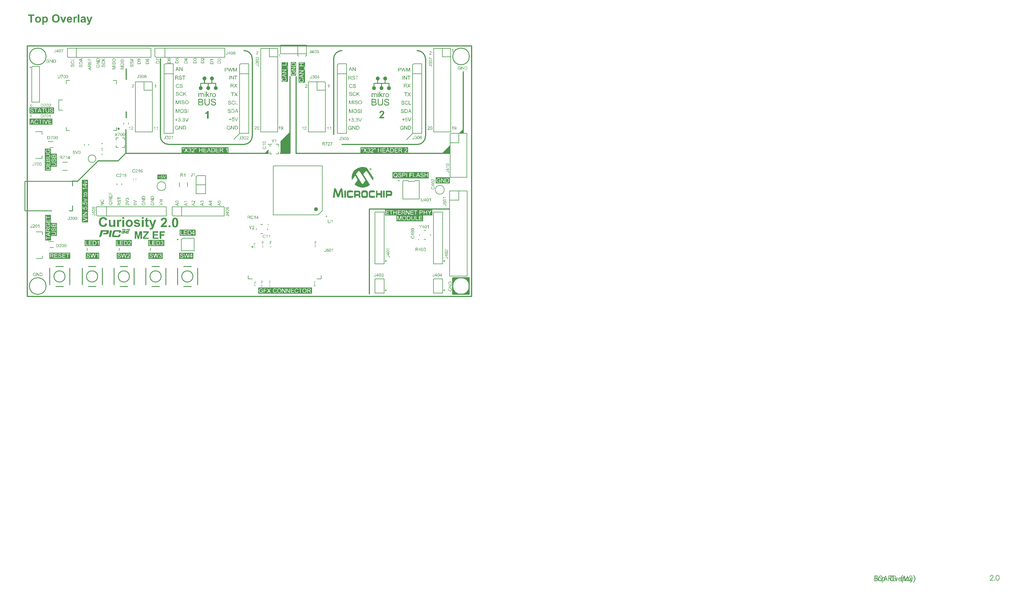
<source format=gto>
G04 Layer_Color=65535*
%FSLAX25Y25*%
%MOIN*%
G70*
G01*
G75*
%ADD10C,0.00700*%
%ADD38C,0.00800*%
%ADD39C,0.01000*%
%ADD40C,0.00600*%
%ADD42C,0.00709*%
%ADD46C,0.00591*%
%ADD48C,0.01200*%
%ADD124C,0.00787*%
%ADD125C,0.00984*%
%ADD126C,0.02362*%
%ADD127C,0.01181*%
%ADD128C,0.00086*%
%ADD129C,0.00500*%
%ADD130C,0.01400*%
%ADD131R,0.11400X0.14200*%
G36*
X214933Y241634D02*
X216778Y243498D01*
X217793D01*
X216035Y241788D01*
X217967Y238900D01*
X217001D01*
X215474Y241247D01*
X214933Y240726D01*
Y238900D01*
X214151D01*
Y245247D01*
X214933D01*
Y241634D01*
D02*
G37*
G36*
X209736Y243595D02*
X209794D01*
X209862Y243585D01*
X210007Y243556D01*
X210181Y243508D01*
X210354Y243440D01*
X210519Y243344D01*
X210673Y243218D01*
X210693Y243199D01*
X210731Y243150D01*
X210789Y243054D01*
X210866Y242928D01*
X210934Y242764D01*
X210992Y242571D01*
X211031Y242329D01*
X211050Y242194D01*
Y242049D01*
Y238900D01*
X210268D01*
Y241788D01*
Y241798D01*
Y241808D01*
Y241866D01*
Y241953D01*
X210258Y242049D01*
X210239Y242271D01*
X210219Y242378D01*
X210190Y242464D01*
Y242474D01*
X210171Y242503D01*
X210152Y242542D01*
X210123Y242590D01*
X210084Y242638D01*
X210036Y242696D01*
X209978Y242754D01*
X209910Y242803D01*
X209900Y242812D01*
X209872Y242822D01*
X209833Y242841D01*
X209785Y242870D01*
X209717Y242890D01*
X209630Y242909D01*
X209543Y242919D01*
X209447Y242928D01*
X209369D01*
X209273Y242909D01*
X209166Y242890D01*
X209041Y242851D01*
X208906Y242793D01*
X208761Y242706D01*
X208635Y242600D01*
X208625Y242581D01*
X208587Y242542D01*
X208538Y242464D01*
X208481Y242349D01*
X208413Y242204D01*
X208365Y242030D01*
X208326Y241817D01*
X208316Y241566D01*
Y238900D01*
X207534D01*
Y241885D01*
Y241895D01*
Y241904D01*
Y241933D01*
Y241972D01*
X207524Y242069D01*
X207515Y242175D01*
X207486Y242310D01*
X207456Y242436D01*
X207408Y242561D01*
X207341Y242667D01*
X207331Y242677D01*
X207302Y242706D01*
X207263Y242754D01*
X207196Y242803D01*
X207109Y242841D01*
X207002Y242890D01*
X206877Y242919D01*
X206722Y242928D01*
X206664D01*
X206606Y242919D01*
X206520Y242909D01*
X206433Y242890D01*
X206326Y242851D01*
X206220Y242812D01*
X206114Y242754D01*
X206104Y242745D01*
X206066Y242725D01*
X206017Y242677D01*
X205959Y242629D01*
X205892Y242551D01*
X205824Y242464D01*
X205766Y242358D01*
X205708Y242242D01*
X205698Y242223D01*
X205689Y242184D01*
X205669Y242107D01*
X205650Y242001D01*
X205621Y241866D01*
X205602Y241701D01*
X205592Y241508D01*
X205582Y241286D01*
Y238900D01*
X204800D01*
Y243498D01*
X205496D01*
Y242851D01*
X205505Y242870D01*
X205534Y242909D01*
X205582Y242967D01*
X205650Y243044D01*
X205727Y243131D01*
X205824Y243218D01*
X205940Y243315D01*
X206066Y243392D01*
X206085Y243402D01*
X206133Y243421D01*
X206210Y243460D01*
X206307Y243498D01*
X206433Y243537D01*
X206568Y243575D01*
X206732Y243595D01*
X206896Y243604D01*
X206983D01*
X207080Y243595D01*
X207196Y243575D01*
X207321Y243556D01*
X207466Y243517D01*
X207601Y243460D01*
X207727Y243392D01*
X207746Y243382D01*
X207785Y243353D01*
X207843Y243305D01*
X207910Y243237D01*
X207988Y243150D01*
X208065Y243054D01*
X208133Y242928D01*
X208191Y242793D01*
X208200Y242803D01*
X208220Y242832D01*
X208249Y242870D01*
X208287Y242919D01*
X208345Y242986D01*
X208413Y243054D01*
X208490Y243121D01*
X208577Y243199D01*
X208674Y243276D01*
X208780Y243344D01*
X209031Y243479D01*
X209166Y243527D01*
X209311Y243566D01*
X209456Y243595D01*
X209620Y243604D01*
X209688D01*
X209736Y243595D01*
D02*
G37*
G36*
X212972Y238900D02*
X212190D01*
Y243498D01*
X212972D01*
Y238900D01*
D02*
G37*
G36*
X222863Y236811D02*
X222946D01*
X223147Y236787D01*
X223385Y236751D01*
X223645Y236704D01*
X223906Y236633D01*
X224155Y236538D01*
X224167D01*
X224179Y236526D01*
X224215Y236514D01*
X224262Y236490D01*
X224381Y236419D01*
X224535Y236336D01*
X224701Y236218D01*
X224867Y236075D01*
X225033Y235909D01*
X225175Y235719D01*
X225187Y235696D01*
X225235Y235625D01*
X225294Y235506D01*
X225353Y235364D01*
X225425Y235186D01*
X225496Y234972D01*
X225543Y234747D01*
X225567Y234498D01*
X224583Y234427D01*
Y234439D01*
Y234462D01*
X224571Y234498D01*
X224559Y234545D01*
X224535Y234676D01*
X224488Y234842D01*
X224416Y235020D01*
X224322Y235198D01*
X224191Y235376D01*
X224037Y235530D01*
X224013Y235542D01*
X223954Y235589D01*
X223847Y235648D01*
X223705Y235719D01*
X223515Y235791D01*
X223278Y235850D01*
X223005Y235897D01*
X222685Y235909D01*
X222531D01*
X222460Y235897D01*
X222365D01*
X222163Y235862D01*
X221938Y235826D01*
X221712Y235767D01*
X221499Y235684D01*
X221404Y235625D01*
X221321Y235565D01*
X221309Y235554D01*
X221262Y235506D01*
X221191Y235435D01*
X221119Y235328D01*
X221036Y235209D01*
X220977Y235067D01*
X220930Y234913D01*
X220906Y234735D01*
Y234711D01*
Y234664D01*
X220918Y234581D01*
X220941Y234486D01*
X220977Y234379D01*
X221036Y234261D01*
X221108Y234154D01*
X221202Y234047D01*
X221214Y234035D01*
X221273Y234000D01*
X221309Y233976D01*
X221357Y233941D01*
X221428Y233917D01*
X221511Y233881D01*
X221606Y233834D01*
X221712Y233786D01*
X221831Y233751D01*
X221973Y233703D01*
X222139Y233644D01*
X222317Y233597D01*
X222519Y233549D01*
X222744Y233490D01*
X222756D01*
X222803Y233478D01*
X222863Y233466D01*
X222946Y233442D01*
X223053Y233419D01*
X223171Y233383D01*
X223432Y233324D01*
X223717Y233241D01*
X224001Y233158D01*
X224144Y233122D01*
X224262Y233075D01*
X224381Y233027D01*
X224476Y232992D01*
X224488D01*
X224511Y232980D01*
X224535Y232956D01*
X224583Y232932D01*
X224701Y232861D01*
X224855Y232778D01*
X225021Y232660D01*
X225187Y232517D01*
X225342Y232363D01*
X225472Y232197D01*
X225484Y232173D01*
X225519Y232114D01*
X225579Y232019D01*
X225638Y231877D01*
X225697Y231723D01*
X225757Y231533D01*
X225792Y231319D01*
X225804Y231094D01*
Y231082D01*
Y231070D01*
Y231035D01*
Y230987D01*
X225780Y230869D01*
X225757Y230715D01*
X225721Y230537D01*
X225650Y230335D01*
X225567Y230122D01*
X225448Y229920D01*
X225436Y229896D01*
X225377Y229825D01*
X225306Y229730D01*
X225187Y229612D01*
X225045Y229469D01*
X224867Y229327D01*
X224654Y229197D01*
X224416Y229066D01*
X224405D01*
X224381Y229054D01*
X224345Y229042D01*
X224298Y229019D01*
X224238Y228995D01*
X224167Y228971D01*
X223978Y228924D01*
X223764Y228864D01*
X223503Y228817D01*
X223230Y228781D01*
X222922Y228769D01*
X222744D01*
X222661Y228781D01*
X222554D01*
X222436Y228793D01*
X222305Y228805D01*
X222033Y228841D01*
X221736Y228900D01*
X221440Y228971D01*
X221155Y229066D01*
X221143D01*
X221119Y229078D01*
X221084Y229102D01*
X221036Y229125D01*
X220906Y229197D01*
X220752Y229303D01*
X220562Y229434D01*
X220384Y229588D01*
X220194Y229778D01*
X220028Y229991D01*
Y230003D01*
X220016Y230015D01*
X219993Y230050D01*
X219969Y230098D01*
X219933Y230157D01*
X219898Y230228D01*
X219827Y230406D01*
X219756Y230608D01*
X219684Y230857D01*
X219637Y231118D01*
X219613Y231402D01*
X220586Y231486D01*
Y231474D01*
Y231462D01*
X220598Y231391D01*
X220621Y231284D01*
X220645Y231141D01*
X220692Y230987D01*
X220740Y230821D01*
X220811Y230667D01*
X220894Y230513D01*
X220906Y230501D01*
X220941Y230454D01*
X221001Y230382D01*
X221096Y230299D01*
X221202Y230205D01*
X221333Y230098D01*
X221499Y230003D01*
X221677Y229908D01*
X221689D01*
X221701Y229896D01*
X221772Y229872D01*
X221878Y229837D01*
X222033Y229801D01*
X222199Y229754D01*
X222412Y229718D01*
X222637Y229695D01*
X222875Y229683D01*
X222970D01*
X223088Y229695D01*
X223219Y229707D01*
X223385Y229718D01*
X223551Y229754D01*
X223729Y229789D01*
X223906Y229849D01*
X223930Y229861D01*
X223978Y229884D01*
X224061Y229920D01*
X224155Y229979D01*
X224274Y230050D01*
X224381Y230133D01*
X224488Y230228D01*
X224583Y230335D01*
X224594Y230347D01*
X224618Y230394D01*
X224654Y230454D01*
X224701Y230537D01*
X224737Y230632D01*
X224772Y230750D01*
X224796Y230869D01*
X224808Y230999D01*
Y231011D01*
Y231059D01*
X224796Y231130D01*
X224784Y231213D01*
X224760Y231319D01*
X224713Y231426D01*
X224665Y231533D01*
X224594Y231640D01*
X224583Y231651D01*
X224559Y231687D01*
X224500Y231734D01*
X224428Y231806D01*
X224333Y231877D01*
X224215Y231948D01*
X224061Y232031D01*
X223895Y232102D01*
X223883Y232114D01*
X223835Y232126D01*
X223740Y232150D01*
X223681Y232173D01*
X223610Y232197D01*
X223515Y232221D01*
X223420Y232244D01*
X223302Y232280D01*
X223183Y232316D01*
X223041Y232351D01*
X222875Y232387D01*
X222697Y232434D01*
X222507Y232482D01*
X222495D01*
X222460Y232494D01*
X222400Y232505D01*
X222329Y232529D01*
X222246Y232553D01*
X222151Y232577D01*
X221926Y232636D01*
X221677Y232719D01*
X221428Y232802D01*
X221202Y232885D01*
X221096Y232921D01*
X221013Y232968D01*
X221001D01*
X220989Y232980D01*
X220918Y233027D01*
X220823Y233087D01*
X220704Y233170D01*
X220562Y233276D01*
X220431Y233395D01*
X220301Y233537D01*
X220182Y233691D01*
X220171Y233715D01*
X220135Y233774D01*
X220099Y233857D01*
X220052Y233976D01*
X219993Y234118D01*
X219957Y234284D01*
X219921Y234474D01*
X219910Y234664D01*
Y234676D01*
Y234688D01*
Y234723D01*
Y234771D01*
X219933Y234877D01*
X219957Y235020D01*
X219993Y235198D01*
X220052Y235376D01*
X220135Y235577D01*
X220242Y235767D01*
Y235779D01*
X220254Y235791D01*
X220301Y235850D01*
X220384Y235945D01*
X220491Y236063D01*
X220621Y236182D01*
X220787Y236313D01*
X220989Y236443D01*
X221214Y236550D01*
X221226D01*
X221238Y236562D01*
X221273Y236573D01*
X221333Y236597D01*
X221392Y236609D01*
X221463Y236633D01*
X221629Y236692D01*
X221843Y236739D01*
X222080Y236775D01*
X222353Y236811D01*
X222637Y236823D01*
X222780D01*
X222863Y236811D01*
D02*
G37*
G36*
X223550Y243595D02*
X223637Y243585D01*
X223724Y243575D01*
X223830Y243556D01*
X223946Y243527D01*
X224188Y243450D01*
X224313Y243402D01*
X224448Y243344D01*
X224574Y243266D01*
X224700Y243179D01*
X224825Y243083D01*
X224941Y242976D01*
X224951Y242967D01*
X224970Y242948D01*
X224999Y242909D01*
X225038Y242861D01*
X225086Y242803D01*
X225134Y242725D01*
X225192Y242629D01*
X225250Y242532D01*
X225299Y242416D01*
X225357Y242281D01*
X225405Y242146D01*
X225453Y241991D01*
X225492Y241827D01*
X225521Y241643D01*
X225540Y241460D01*
X225550Y241257D01*
Y241247D01*
Y241218D01*
Y241170D01*
Y241112D01*
X225540Y241035D01*
Y240948D01*
X225530Y240851D01*
X225521Y240745D01*
X225482Y240523D01*
X225434Y240291D01*
X225366Y240059D01*
X225279Y239856D01*
Y239847D01*
X225270Y239837D01*
X225231Y239769D01*
X225163Y239683D01*
X225076Y239566D01*
X224970Y239441D01*
X224835Y239315D01*
X224680Y239190D01*
X224497Y239074D01*
X224487D01*
X224477Y239064D01*
X224448Y239045D01*
X224410Y239035D01*
X224304Y238987D01*
X224168Y238939D01*
X224004Y238881D01*
X223820Y238842D01*
X223618Y238803D01*
X223395Y238794D01*
X223299D01*
X223231Y238803D01*
X223154Y238813D01*
X223057Y238823D01*
X222951Y238842D01*
X222835Y238871D01*
X222594Y238948D01*
X222459Y238997D01*
X222333Y239055D01*
X222198Y239122D01*
X222072Y239209D01*
X221947Y239306D01*
X221831Y239412D01*
X221821Y239422D01*
X221802Y239441D01*
X221773Y239480D01*
X221744Y239528D01*
X221695Y239596D01*
X221647Y239673D01*
X221589Y239760D01*
X221541Y239866D01*
X221483Y239992D01*
X221425Y240117D01*
X221377Y240272D01*
X221338Y240426D01*
X221299Y240600D01*
X221270Y240784D01*
X221251Y240987D01*
X221241Y241199D01*
Y241218D01*
Y241257D01*
X221251Y241325D01*
Y241412D01*
X221261Y241518D01*
X221280Y241634D01*
X221299Y241769D01*
X221328Y241914D01*
X221367Y242069D01*
X221415Y242223D01*
X221473Y242378D01*
X221541Y242532D01*
X221618Y242687D01*
X221715Y242832D01*
X221821Y242967D01*
X221947Y243092D01*
X221956Y243102D01*
X221975Y243112D01*
X222005Y243141D01*
X222053Y243170D01*
X222111Y243208D01*
X222178Y243257D01*
X222256Y243305D01*
X222352Y243353D01*
X222449Y243392D01*
X222555Y243440D01*
X222806Y243527D01*
X223086Y243585D01*
X223241Y243595D01*
X223395Y243604D01*
X223482D01*
X223550Y243595D01*
D02*
G37*
G36*
X244612Y269400D02*
X244032D01*
X243089Y272815D01*
Y272822D01*
X243082Y272835D01*
X243075Y272856D01*
X243069Y272883D01*
X243048Y272958D01*
X243028Y273040D01*
X243000Y273136D01*
X242980Y273218D01*
X242959Y273293D01*
X242952Y273320D01*
X242946Y273341D01*
Y273327D01*
X242932Y273293D01*
X242918Y273232D01*
X242898Y273163D01*
X242877Y273075D01*
X242857Y272993D01*
X242829Y272904D01*
X242809Y272815D01*
X241866Y269400D01*
X241245D01*
X240070Y273887D01*
X240678D01*
X241354Y270937D01*
Y270930D01*
X241361Y270916D01*
X241368Y270889D01*
X241375Y270862D01*
X241382Y270814D01*
X241395Y270766D01*
X241423Y270650D01*
X241450Y270513D01*
X241484Y270356D01*
X241511Y270192D01*
X241545Y270022D01*
Y270028D01*
X241552Y270056D01*
X241559Y270090D01*
X241573Y270138D01*
X241586Y270192D01*
X241600Y270254D01*
X241641Y270397D01*
X241675Y270541D01*
X241709Y270677D01*
X241723Y270732D01*
X241737Y270786D01*
X241743Y270828D01*
X241750Y270855D01*
X242604Y273887D01*
X243321D01*
X243963Y271613D01*
Y271606D01*
X243977Y271572D01*
X243984Y271531D01*
X244004Y271469D01*
X244018Y271394D01*
X244045Y271306D01*
X244066Y271203D01*
X244093Y271094D01*
X244120Y270978D01*
X244148Y270855D01*
X244209Y270582D01*
X244264Y270302D01*
X244312Y270022D01*
Y270028D01*
X244318Y270042D01*
Y270062D01*
X244325Y270097D01*
X244339Y270138D01*
X244346Y270185D01*
X244359Y270240D01*
X244373Y270302D01*
X244407Y270445D01*
X244441Y270616D01*
X244489Y270800D01*
X244537Y270998D01*
X245234Y273887D01*
X245835D01*
X244612Y269400D01*
D02*
G37*
G36*
X250657D02*
X250083D01*
Y273156D01*
X248772Y269400D01*
X248239D01*
X246948Y273218D01*
Y269400D01*
X246374D01*
Y273887D01*
X247262D01*
X248328Y270711D01*
Y270705D01*
X248335Y270691D01*
X248341Y270670D01*
X248348Y270636D01*
X248375Y270561D01*
X248410Y270465D01*
X248444Y270356D01*
X248478Y270247D01*
X248512Y270138D01*
X248539Y270049D01*
X248546Y270062D01*
X248553Y270097D01*
X248573Y270151D01*
X248601Y270226D01*
X248628Y270329D01*
X248669Y270452D01*
X248724Y270595D01*
X248778Y270766D01*
X249851Y273887D01*
X250657D01*
Y269400D01*
D02*
G37*
G36*
X238240Y273881D02*
X238349Y273874D01*
X238465Y273867D01*
X238574Y273853D01*
X238670Y273839D01*
X238684D01*
X238725Y273826D01*
X238786Y273812D01*
X238861Y273792D01*
X238950Y273764D01*
X239039Y273730D01*
X239135Y273682D01*
X239223Y273628D01*
X239230Y273621D01*
X239264Y273601D01*
X239305Y273566D01*
X239353Y273518D01*
X239408Y273457D01*
X239469Y273382D01*
X239531Y273300D01*
X239585Y273198D01*
X239592Y273184D01*
X239606Y273150D01*
X239626Y273095D01*
X239653Y273020D01*
X239681Y272931D01*
X239701Y272829D01*
X239715Y272713D01*
X239722Y272590D01*
Y272583D01*
Y272562D01*
Y272535D01*
X239715Y272494D01*
X239708Y272446D01*
X239701Y272385D01*
X239694Y272323D01*
X239674Y272255D01*
X239633Y272098D01*
X239565Y271941D01*
X239524Y271859D01*
X239476Y271777D01*
X239421Y271695D01*
X239353Y271620D01*
X239346Y271613D01*
X239333Y271606D01*
X239312Y271586D01*
X239285Y271558D01*
X239237Y271531D01*
X239189Y271497D01*
X239128Y271463D01*
X239053Y271428D01*
X238970Y271388D01*
X238875Y271353D01*
X238766Y271319D01*
X238650Y271292D01*
X238513Y271265D01*
X238369Y271244D01*
X238212Y271237D01*
X238042Y271230D01*
X236894D01*
Y269400D01*
X236300D01*
Y273887D01*
X238137D01*
X238240Y273881D01*
D02*
G37*
G36*
X220420Y243595D02*
X220527Y243575D01*
X220642Y243537D01*
X220778Y243498D01*
X220922Y243430D01*
X221077Y243344D01*
X220797Y242629D01*
X220787Y242638D01*
X220749Y242658D01*
X220691Y242687D01*
X220623Y242716D01*
X220536Y242745D01*
X220440Y242774D01*
X220333Y242793D01*
X220227Y242803D01*
X220188D01*
X220140Y242793D01*
X220073Y242783D01*
X220005Y242764D01*
X219928Y242735D01*
X219850Y242696D01*
X219773Y242648D01*
X219763Y242638D01*
X219744Y242619D01*
X219705Y242581D01*
X219667Y242532D01*
X219618Y242474D01*
X219570Y242397D01*
X219531Y242310D01*
X219493Y242213D01*
X219483Y242194D01*
X219474Y242146D01*
X219454Y242059D01*
X219435Y241943D01*
X219406Y241808D01*
X219387Y241653D01*
X219377Y241489D01*
X219367Y241305D01*
Y238900D01*
X218585D01*
Y243498D01*
X219290D01*
Y242812D01*
X219300Y242822D01*
X219338Y242880D01*
X219387Y242967D01*
X219445Y243063D01*
X219522Y243170D01*
X219609Y243276D01*
X219686Y243373D01*
X219773Y243440D01*
X219783Y243450D01*
X219812Y243469D01*
X219860Y243489D01*
X219928Y243527D01*
X219995Y243556D01*
X220082Y243575D01*
X220179Y243595D01*
X220275Y243604D01*
X220343D01*
X220420Y243595D01*
D02*
G37*
G36*
X212972Y244358D02*
X212190D01*
Y245247D01*
X212972D01*
Y244358D01*
D02*
G37*
G36*
X153916Y250200D02*
X153442D01*
Y253207D01*
X153436Y253201D01*
X153413Y253178D01*
X153372Y253148D01*
X153319Y253108D01*
X153255Y253055D01*
X153179Y253002D01*
X153091Y252938D01*
X152991Y252879D01*
X152986D01*
X152980Y252873D01*
X152945Y252850D01*
X152892Y252821D01*
X152828Y252786D01*
X152752Y252745D01*
X152670Y252710D01*
X152582Y252669D01*
X152500Y252634D01*
Y253096D01*
X152506D01*
X152518Y253102D01*
X152541Y253113D01*
X152564Y253131D01*
X152600Y253148D01*
X152640Y253166D01*
X152734Y253219D01*
X152839Y253283D01*
X152956Y253359D01*
X153073Y253447D01*
X153184Y253540D01*
X153190Y253546D01*
X153196Y253552D01*
X153231Y253587D01*
X153284Y253640D01*
X153348Y253704D01*
X153419Y253786D01*
X153489Y253874D01*
X153553Y253967D01*
X153606Y254061D01*
X153916D01*
Y250200D01*
D02*
G37*
G36*
X276217Y203755D02*
X276287Y203744D01*
X276369Y203732D01*
X276462Y203708D01*
X276556Y203673D01*
X276644Y203632D01*
X276656Y203626D01*
X276685Y203609D01*
X276726Y203580D01*
X276784Y203545D01*
X276843Y203492D01*
X276907Y203428D01*
X276971Y203357D01*
X277030Y203275D01*
X277036Y203264D01*
X277053Y203235D01*
X277082Y203182D01*
X277118Y203117D01*
X277153Y203036D01*
X277194Y202936D01*
X277235Y202825D01*
X277270Y202702D01*
Y202696D01*
X277276Y202685D01*
Y202667D01*
X277281Y202638D01*
X277293Y202608D01*
X277299Y202568D01*
X277305Y202515D01*
X277317Y202462D01*
X277322Y202398D01*
X277328Y202334D01*
X277340Y202257D01*
X277346Y202176D01*
X277352Y202088D01*
Y202000D01*
X277358Y201795D01*
Y201790D01*
Y201766D01*
Y201731D01*
Y201684D01*
X277352Y201626D01*
Y201561D01*
X277346Y201485D01*
X277340Y201403D01*
X277322Y201228D01*
X277299Y201047D01*
X277264Y200865D01*
X277240Y200783D01*
X277217Y200701D01*
Y200696D01*
X277211Y200684D01*
X277205Y200660D01*
X277194Y200631D01*
X277176Y200596D01*
X277159Y200561D01*
X277112Y200467D01*
X277053Y200362D01*
X276983Y200257D01*
X276901Y200151D01*
X276802Y200058D01*
X276796D01*
X276790Y200046D01*
X276772Y200040D01*
X276755Y200023D01*
X276691Y199988D01*
X276615Y199947D01*
X276509Y199906D01*
X276392Y199871D01*
X276258Y199847D01*
X276106Y199836D01*
X276053D01*
X276012Y199841D01*
X275965Y199847D01*
X275913Y199859D01*
X275854Y199871D01*
X275790Y199882D01*
X275649Y199929D01*
X275573Y199964D01*
X275503Y199999D01*
X275427Y200046D01*
X275357Y200099D01*
X275292Y200157D01*
X275228Y200228D01*
X275222Y200233D01*
X275211Y200251D01*
X275193Y200280D01*
X275170Y200321D01*
X275140Y200374D01*
X275111Y200438D01*
X275076Y200514D01*
X275041Y200608D01*
X275006Y200707D01*
X274971Y200824D01*
X274941Y200953D01*
X274912Y201093D01*
X274889Y201251D01*
X274871Y201415D01*
X274859Y201602D01*
X274854Y201795D01*
Y201801D01*
Y201825D01*
Y201860D01*
Y201906D01*
X274859Y201965D01*
Y202029D01*
X274865Y202105D01*
X274871Y202187D01*
X274889Y202363D01*
X274912Y202544D01*
X274941Y202726D01*
X274965Y202807D01*
X274988Y202889D01*
Y202895D01*
X274994Y202907D01*
X275006Y202930D01*
X275017Y202959D01*
X275029Y202995D01*
X275047Y203036D01*
X275094Y203129D01*
X275152Y203235D01*
X275222Y203340D01*
X275304Y203439D01*
X275404Y203533D01*
X275410D01*
X275415Y203545D01*
X275433Y203556D01*
X275456Y203568D01*
X275515Y203603D01*
X275597Y203650D01*
X275696Y203691D01*
X275819Y203726D01*
X275954Y203749D01*
X276106Y203761D01*
X276158D01*
X276217Y203755D01*
D02*
G37*
G36*
X275233Y293755D02*
X275280Y293749D01*
X275333Y293743D01*
X275391Y293738D01*
X275455Y293720D01*
X275596Y293685D01*
X275742Y293632D01*
X275818Y293597D01*
X275888Y293556D01*
X275953Y293504D01*
X276017Y293451D01*
X276023Y293445D01*
X276029Y293439D01*
X276046Y293422D01*
X276070Y293398D01*
X276093Y293363D01*
X276122Y293328D01*
X276181Y293240D01*
X276239Y293129D01*
X276292Y293001D01*
X276333Y292854D01*
X276339Y292772D01*
X276345Y292690D01*
Y292679D01*
Y292650D01*
X276339Y292603D01*
X276333Y292544D01*
X276321Y292474D01*
X276304Y292398D01*
X276280Y292316D01*
X276245Y292234D01*
X276239Y292222D01*
X276228Y292193D01*
X276204Y292152D01*
X276169Y292094D01*
X276128Y292023D01*
X276076Y291942D01*
X276006Y291860D01*
X275929Y291766D01*
X275918Y291754D01*
X275888Y291719D01*
X275836Y291667D01*
X275801Y291632D01*
X275760Y291591D01*
X275713Y291544D01*
X275654Y291491D01*
X275596Y291439D01*
X275532Y291374D01*
X275461Y291310D01*
X275379Y291240D01*
X275298Y291170D01*
X275204Y291088D01*
X275198Y291082D01*
X275186Y291070D01*
X275163Y291052D01*
X275134Y291029D01*
X275064Y290971D01*
X274976Y290895D01*
X274888Y290813D01*
X274795Y290731D01*
X274718Y290661D01*
X274689Y290631D01*
X274660Y290602D01*
X274654Y290596D01*
X274642Y290579D01*
X274619Y290555D01*
X274590Y290520D01*
X274525Y290444D01*
X274461Y290351D01*
X276351D01*
Y289900D01*
X273806D01*
Y289906D01*
Y289929D01*
Y289964D01*
X273812Y290005D01*
X273817Y290052D01*
X273823Y290105D01*
X273841Y290163D01*
X273858Y290222D01*
Y290228D01*
X273864Y290233D01*
X273876Y290269D01*
X273899Y290315D01*
X273935Y290386D01*
X273975Y290462D01*
X274034Y290549D01*
X274093Y290637D01*
X274169Y290731D01*
Y290737D01*
X274180Y290742D01*
X274209Y290777D01*
X274256Y290830D01*
X274326Y290900D01*
X274414Y290982D01*
X274519Y291082D01*
X274648Y291193D01*
X274789Y291316D01*
X274795Y291321D01*
X274818Y291339D01*
X274847Y291363D01*
X274888Y291404D01*
X274941Y291444D01*
X274999Y291497D01*
X275128Y291608D01*
X275268Y291743D01*
X275409Y291877D01*
X275479Y291942D01*
X275537Y292006D01*
X275590Y292070D01*
X275637Y292129D01*
Y292135D01*
X275649Y292141D01*
X275660Y292158D01*
X275672Y292181D01*
X275707Y292240D01*
X275748Y292316D01*
X275789Y292404D01*
X275824Y292497D01*
X275848Y292603D01*
X275859Y292702D01*
Y292708D01*
Y292714D01*
X275853Y292749D01*
X275848Y292802D01*
X275836Y292866D01*
X275807Y292942D01*
X275771Y293018D01*
X275725Y293100D01*
X275654Y293176D01*
X275643Y293182D01*
X275619Y293205D01*
X275573Y293234D01*
X275514Y293275D01*
X275438Y293311D01*
X275350Y293340D01*
X275245Y293363D01*
X275128Y293369D01*
X275093D01*
X275069Y293363D01*
X275011Y293357D01*
X274935Y293346D01*
X274847Y293316D01*
X274753Y293281D01*
X274666Y293229D01*
X274584Y293158D01*
X274578Y293147D01*
X274555Y293123D01*
X274519Y293076D01*
X274484Y293012D01*
X274444Y292930D01*
X274414Y292837D01*
X274391Y292726D01*
X274379Y292597D01*
X273894Y292650D01*
Y292655D01*
Y292673D01*
X273899Y292702D01*
X273905Y292737D01*
X273917Y292784D01*
X273923Y292837D01*
X273958Y292954D01*
X274005Y293088D01*
X274069Y293223D01*
X274157Y293357D01*
X274204Y293416D01*
X274262Y293474D01*
X274268Y293480D01*
X274280Y293486D01*
X274297Y293504D01*
X274321Y293521D01*
X274356Y293539D01*
X274397Y293568D01*
X274444Y293591D01*
X274496Y293621D01*
X274555Y293644D01*
X274619Y293673D01*
X274695Y293697D01*
X274771Y293714D01*
X274947Y293749D01*
X275040Y293755D01*
X275140Y293761D01*
X275192D01*
X275233Y293755D01*
D02*
G37*
G36*
X302216Y199900D02*
X301742D01*
Y202907D01*
X301736Y202901D01*
X301713Y202878D01*
X301672Y202848D01*
X301619Y202807D01*
X301555Y202755D01*
X301479Y202702D01*
X301391Y202638D01*
X301291Y202579D01*
X301286D01*
X301280Y202573D01*
X301245Y202550D01*
X301192Y202521D01*
X301128Y202486D01*
X301051Y202445D01*
X300970Y202410D01*
X300882Y202369D01*
X300800Y202334D01*
Y202796D01*
X300806D01*
X300817Y202802D01*
X300841Y202813D01*
X300864Y202831D01*
X300899Y202848D01*
X300940Y202866D01*
X301034Y202919D01*
X301139Y202983D01*
X301256Y203059D01*
X301373Y203147D01*
X301484Y203240D01*
X301490Y203246D01*
X301496Y203252D01*
X301531Y203287D01*
X301584Y203340D01*
X301648Y203404D01*
X301718Y203486D01*
X301789Y203574D01*
X301853Y203667D01*
X301906Y203761D01*
X302216D01*
Y199900D01*
D02*
G37*
G36*
X304690Y203755D02*
X304719D01*
X304760Y203749D01*
X304854Y203738D01*
X304959Y203708D01*
X305070Y203673D01*
X305193Y203626D01*
X305310Y203556D01*
X305316D01*
X305322Y203545D01*
X305340Y203533D01*
X305363Y203521D01*
X305416Y203474D01*
X305486Y203410D01*
X305562Y203322D01*
X305644Y203229D01*
X305720Y203112D01*
X305784Y202977D01*
Y202971D01*
X305790Y202959D01*
X305802Y202936D01*
X305808Y202907D01*
X305825Y202872D01*
X305837Y202825D01*
X305849Y202766D01*
X305866Y202702D01*
X305884Y202632D01*
X305895Y202550D01*
X305913Y202462D01*
X305925Y202369D01*
X305930Y202263D01*
X305942Y202152D01*
X305948Y202029D01*
Y201901D01*
Y201895D01*
Y201866D01*
Y201831D01*
Y201778D01*
X305942Y201719D01*
Y201643D01*
X305936Y201567D01*
X305930Y201480D01*
X305907Y201292D01*
X305878Y201093D01*
X305837Y200900D01*
X305814Y200813D01*
X305784Y200725D01*
Y200719D01*
X305778Y200707D01*
X305767Y200684D01*
X305755Y200655D01*
X305737Y200614D01*
X305720Y200573D01*
X305667Y200479D01*
X305597Y200368D01*
X305515Y200257D01*
X305421Y200151D01*
X305310Y200058D01*
X305305D01*
X305299Y200046D01*
X305281Y200040D01*
X305252Y200023D01*
X305223Y200005D01*
X305188Y199988D01*
X305100Y199947D01*
X304989Y199906D01*
X304866Y199871D01*
X304719Y199847D01*
X304567Y199836D01*
X304526D01*
X304491Y199841D01*
X304456D01*
X304410Y199847D01*
X304304Y199865D01*
X304187Y199894D01*
X304064Y199941D01*
X303947Y199999D01*
X303830Y200081D01*
X303824Y200087D01*
X303819Y200093D01*
X303783Y200128D01*
X303737Y200187D01*
X303678Y200263D01*
X303620Y200362D01*
X303567Y200485D01*
X303520Y200625D01*
X303491Y200789D01*
X303941Y200824D01*
Y200818D01*
Y200813D01*
X303947Y200795D01*
X303953Y200772D01*
X303965Y200713D01*
X303988Y200649D01*
X304017Y200573D01*
X304053Y200497D01*
X304099Y200421D01*
X304158Y200362D01*
X304164Y200356D01*
X304187Y200339D01*
X304222Y200315D01*
X304275Y200292D01*
X304333Y200269D01*
X304404Y200245D01*
X304486Y200228D01*
X304579Y200222D01*
X304614D01*
X304655Y200228D01*
X304708Y200233D01*
X304766Y200245D01*
X304831Y200263D01*
X304895Y200286D01*
X304959Y200321D01*
X304965Y200327D01*
X304989Y200339D01*
X305018Y200362D01*
X305053Y200391D01*
X305100Y200427D01*
X305141Y200473D01*
X305188Y200526D01*
X305228Y200584D01*
X305234Y200590D01*
X305246Y200614D01*
X305263Y200655D01*
X305293Y200707D01*
X305316Y200772D01*
X305345Y200848D01*
X305375Y200935D01*
X305404Y201035D01*
Y201041D01*
X305410Y201047D01*
Y201064D01*
X305416Y201082D01*
X305427Y201140D01*
X305439Y201216D01*
X305451Y201304D01*
X305462Y201398D01*
X305474Y201503D01*
Y201614D01*
Y201620D01*
Y201637D01*
Y201667D01*
Y201708D01*
X305468Y201696D01*
X305445Y201673D01*
X305416Y201626D01*
X305369Y201579D01*
X305316Y201520D01*
X305246Y201456D01*
X305170Y201398D01*
X305082Y201339D01*
X305070Y201333D01*
X305041Y201316D01*
X304989Y201298D01*
X304924Y201275D01*
X304848Y201245D01*
X304760Y201228D01*
X304661Y201210D01*
X304556Y201204D01*
X304509D01*
X304474Y201210D01*
X304433Y201216D01*
X304386Y201222D01*
X304275Y201245D01*
X304146Y201286D01*
X304082Y201316D01*
X304012Y201351D01*
X303947Y201392D01*
X303877Y201439D01*
X303813Y201491D01*
X303748Y201550D01*
X303743Y201555D01*
X303737Y201567D01*
X303719Y201585D01*
X303696Y201614D01*
X303672Y201649D01*
X303643Y201690D01*
X303614Y201737D01*
X303585Y201795D01*
X303555Y201854D01*
X303526Y201924D01*
X303497Y202000D01*
X303473Y202082D01*
X303450Y202170D01*
X303432Y202257D01*
X303427Y202357D01*
X303421Y202462D01*
Y202468D01*
Y202486D01*
Y202521D01*
X303427Y202562D01*
X303432Y202608D01*
X303438Y202667D01*
X303450Y202731D01*
X303462Y202802D01*
X303503Y202948D01*
X303532Y203030D01*
X303567Y203106D01*
X303602Y203188D01*
X303649Y203264D01*
X303702Y203334D01*
X303760Y203404D01*
X303766Y203410D01*
X303778Y203422D01*
X303795Y203439D01*
X303824Y203463D01*
X303854Y203486D01*
X303895Y203515D01*
X303941Y203550D01*
X304000Y203586D01*
X304058Y203615D01*
X304123Y203650D01*
X304269Y203708D01*
X304351Y203726D01*
X304439Y203744D01*
X304532Y203755D01*
X304626Y203761D01*
X304661D01*
X304690Y203755D01*
D02*
G37*
G36*
X207943Y236680D02*
X208026D01*
X208227Y236668D01*
X208453Y236633D01*
X208690Y236597D01*
X208927Y236538D01*
X209141Y236455D01*
X209153D01*
X209165Y236443D01*
X209236Y236407D01*
X209331Y236348D01*
X209449Y236277D01*
X209591Y236170D01*
X209734Y236040D01*
X209864Y235897D01*
X209995Y235719D01*
X210006Y235696D01*
X210042Y235636D01*
X210090Y235530D01*
X210149Y235399D01*
X210208Y235245D01*
X210256Y235079D01*
X210291Y234889D01*
X210303Y234688D01*
Y234664D01*
Y234605D01*
X210291Y234510D01*
X210267Y234379D01*
X210232Y234237D01*
X210184Y234083D01*
X210125Y233905D01*
X210030Y233739D01*
X210018Y233715D01*
X209983Y233668D01*
X209912Y233585D01*
X209829Y233490D01*
X209710Y233371D01*
X209568Y233264D01*
X209402Y233146D01*
X209200Y233039D01*
X209212D01*
X209236Y233027D01*
X209271Y233015D01*
X209319Y233004D01*
X209449Y232944D01*
X209603Y232873D01*
X209781Y232766D01*
X209959Y232648D01*
X210137Y232505D01*
X210291Y232328D01*
X210303Y232304D01*
X210350Y232244D01*
X210410Y232138D01*
X210493Y231996D01*
X210564Y231818D01*
X210623Y231628D01*
X210671Y231402D01*
X210683Y231153D01*
Y231130D01*
Y231059D01*
X210671Y230952D01*
X210659Y230821D01*
X210623Y230667D01*
X210588Y230489D01*
X210528Y230311D01*
X210445Y230133D01*
X210434Y230110D01*
X210410Y230050D01*
X210350Y229967D01*
X210291Y229861D01*
X210208Y229742D01*
X210113Y229624D01*
X209995Y229505D01*
X209876Y229398D01*
X209864Y229386D01*
X209817Y229363D01*
X209746Y229315D01*
X209639Y229256D01*
X209520Y229197D01*
X209366Y229137D01*
X209200Y229078D01*
X209022Y229019D01*
X208998D01*
X208927Y228995D01*
X208821Y228983D01*
X208678Y228959D01*
X208488Y228936D01*
X208275Y228924D01*
X208038Y228900D01*
X204800D01*
Y236692D01*
X207860D01*
X207943Y236680D01*
D02*
G37*
G36*
X218237Y232185D02*
Y232173D01*
Y232138D01*
Y232079D01*
Y231996D01*
X218226Y231889D01*
Y231782D01*
X218214Y231651D01*
X218202Y231509D01*
X218166Y231213D01*
X218119Y230904D01*
X218059Y230596D01*
X217965Y230323D01*
Y230311D01*
X217953Y230288D01*
X217941Y230252D01*
X217917Y230205D01*
X217846Y230086D01*
X217751Y229920D01*
X217621Y229742D01*
X217455Y229552D01*
X217241Y229374D01*
X217004Y229197D01*
X216992D01*
X216968Y229173D01*
X216933Y229161D01*
X216874Y229125D01*
X216814Y229102D01*
X216731Y229066D01*
X216624Y229019D01*
X216518Y228983D01*
X216399Y228947D01*
X216257Y228900D01*
X216114Y228864D01*
X215948Y228841D01*
X215593Y228793D01*
X215189Y228769D01*
X215083D01*
X215012Y228781D01*
X214917D01*
X214810Y228793D01*
X214691Y228805D01*
X214561Y228817D01*
X214276Y228864D01*
X213980Y228924D01*
X213671Y229019D01*
X213399Y229137D01*
X213387D01*
X213363Y229161D01*
X213339Y229173D01*
X213292Y229208D01*
X213161Y229291D01*
X213019Y229422D01*
X212853Y229576D01*
X212699Y229754D01*
X212545Y229979D01*
X212414Y230228D01*
Y230240D01*
X212402Y230264D01*
X212390Y230299D01*
X212367Y230359D01*
X212343Y230430D01*
X212319Y230525D01*
X212296Y230632D01*
X212272Y230750D01*
X212236Y230881D01*
X212212Y231023D01*
X212189Y231189D01*
X212165Y231355D01*
X212141Y231545D01*
X212129Y231746D01*
X212118Y231960D01*
Y232185D01*
Y236692D01*
X213149D01*
Y232185D01*
Y232173D01*
Y232138D01*
Y232090D01*
Y232019D01*
Y231936D01*
X213161Y231841D01*
X213173Y231616D01*
X213197Y231379D01*
X213221Y231130D01*
X213268Y230892D01*
X213292Y230786D01*
X213327Y230691D01*
X213339Y230667D01*
X213363Y230608D01*
X213410Y230525D01*
X213481Y230418D01*
X213564Y230299D01*
X213683Y230169D01*
X213814Y230050D01*
X213980Y229944D01*
X214003Y229932D01*
X214063Y229908D01*
X214158Y229861D01*
X214288Y229825D01*
X214454Y229778D01*
X214644Y229730D01*
X214857Y229707D01*
X215094Y229695D01*
X215201D01*
X215284Y229707D01*
X215379D01*
X215486Y229718D01*
X215723Y229754D01*
X215996Y229825D01*
X216257Y229908D01*
X216506Y230039D01*
X216624Y230110D01*
X216719Y230205D01*
Y230217D01*
X216743Y230228D01*
X216767Y230264D01*
X216791Y230311D01*
X216838Y230371D01*
X216874Y230442D01*
X216921Y230537D01*
X216968Y230643D01*
X217004Y230774D01*
X217051Y230916D01*
X217099Y231070D01*
X217134Y231260D01*
X217158Y231462D01*
X217182Y231675D01*
X217206Y231924D01*
Y232185D01*
Y236692D01*
X218237D01*
Y232185D01*
D02*
G37*
G36*
X156099Y199500D02*
X155625D01*
Y202507D01*
X155620Y202501D01*
X155596Y202478D01*
X155555Y202448D01*
X155502Y202407D01*
X155438Y202355D01*
X155362Y202302D01*
X155274Y202238D01*
X155175Y202179D01*
X155169D01*
X155163Y202173D01*
X155128Y202150D01*
X155076Y202121D01*
X155011Y202086D01*
X154935Y202045D01*
X154853Y202010D01*
X154765Y201969D01*
X154683Y201934D01*
Y202396D01*
X154689D01*
X154701Y202402D01*
X154725Y202413D01*
X154748Y202431D01*
X154783Y202448D01*
X154824Y202466D01*
X154918Y202519D01*
X155023Y202583D01*
X155140Y202659D01*
X155257Y202747D01*
X155368Y202840D01*
X155374Y202846D01*
X155380Y202852D01*
X155415Y202887D01*
X155467Y202940D01*
X155532Y203004D01*
X155602Y203086D01*
X155672Y203174D01*
X155736Y203267D01*
X155789Y203361D01*
X156099D01*
Y199500D01*
D02*
G37*
G36*
X273233Y203755D02*
X273280Y203749D01*
X273333Y203744D01*
X273391Y203738D01*
X273456Y203720D01*
X273596Y203685D01*
X273742Y203632D01*
X273818Y203597D01*
X273888Y203556D01*
X273953Y203504D01*
X274017Y203451D01*
X274023Y203445D01*
X274029Y203439D01*
X274046Y203422D01*
X274070Y203398D01*
X274093Y203363D01*
X274122Y203328D01*
X274181Y203240D01*
X274239Y203129D01*
X274292Y203000D01*
X274333Y202854D01*
X274339Y202772D01*
X274345Y202691D01*
Y202679D01*
Y202649D01*
X274339Y202603D01*
X274333Y202544D01*
X274321Y202474D01*
X274304Y202398D01*
X274280Y202316D01*
X274245Y202234D01*
X274239Y202222D01*
X274228Y202193D01*
X274204Y202152D01*
X274169Y202094D01*
X274128Y202024D01*
X274076Y201942D01*
X274006Y201860D01*
X273929Y201766D01*
X273918Y201754D01*
X273888Y201719D01*
X273836Y201667D01*
X273801Y201632D01*
X273760Y201591D01*
X273713Y201544D01*
X273654Y201491D01*
X273596Y201439D01*
X273532Y201374D01*
X273461Y201310D01*
X273379Y201240D01*
X273298Y201169D01*
X273204Y201088D01*
X273198Y201082D01*
X273186Y201070D01*
X273163Y201052D01*
X273134Y201029D01*
X273064Y200971D01*
X272976Y200894D01*
X272888Y200813D01*
X272795Y200731D01*
X272718Y200660D01*
X272689Y200631D01*
X272660Y200602D01*
X272654Y200596D01*
X272642Y200579D01*
X272619Y200555D01*
X272590Y200520D01*
X272525Y200444D01*
X272461Y200350D01*
X274351D01*
Y199900D01*
X271806D01*
Y199906D01*
Y199929D01*
Y199964D01*
X271812Y200005D01*
X271817Y200052D01*
X271823Y200105D01*
X271841Y200163D01*
X271859Y200222D01*
Y200228D01*
X271864Y200233D01*
X271876Y200269D01*
X271899Y200315D01*
X271935Y200385D01*
X271975Y200462D01*
X272034Y200549D01*
X272093Y200637D01*
X272169Y200731D01*
Y200737D01*
X272180Y200742D01*
X272210Y200778D01*
X272256Y200830D01*
X272326Y200900D01*
X272414Y200982D01*
X272519Y201082D01*
X272648Y201193D01*
X272789Y201316D01*
X272795Y201322D01*
X272818Y201339D01*
X272847Y201362D01*
X272888Y201403D01*
X272941Y201444D01*
X272999Y201497D01*
X273128Y201608D01*
X273268Y201743D01*
X273409Y201877D01*
X273479Y201942D01*
X273537Y202006D01*
X273590Y202070D01*
X273637Y202129D01*
Y202135D01*
X273649Y202141D01*
X273660Y202158D01*
X273672Y202182D01*
X273707Y202240D01*
X273748Y202316D01*
X273789Y202404D01*
X273824Y202497D01*
X273848Y202603D01*
X273859Y202702D01*
Y202708D01*
Y202714D01*
X273853Y202749D01*
X273848Y202802D01*
X273836Y202866D01*
X273807Y202942D01*
X273772Y203018D01*
X273725Y203100D01*
X273654Y203176D01*
X273643Y203182D01*
X273619Y203205D01*
X273573Y203235D01*
X273514Y203275D01*
X273438Y203310D01*
X273350Y203340D01*
X273245Y203363D01*
X273128Y203369D01*
X273093D01*
X273070Y203363D01*
X273011Y203357D01*
X272935Y203346D01*
X272847Y203316D01*
X272754Y203281D01*
X272666Y203229D01*
X272584Y203158D01*
X272578Y203147D01*
X272555Y203123D01*
X272519Y203077D01*
X272484Y203012D01*
X272444Y202930D01*
X272414Y202837D01*
X272391Y202726D01*
X272379Y202597D01*
X271894Y202649D01*
Y202655D01*
Y202673D01*
X271899Y202702D01*
X271905Y202737D01*
X271917Y202784D01*
X271923Y202837D01*
X271958Y202954D01*
X272005Y203088D01*
X272069Y203223D01*
X272157Y203357D01*
X272204Y203416D01*
X272262Y203474D01*
X272268Y203480D01*
X272280Y203486D01*
X272297Y203504D01*
X272321Y203521D01*
X272356Y203539D01*
X272397Y203568D01*
X272444Y203591D01*
X272496Y203621D01*
X272555Y203644D01*
X272619Y203673D01*
X272695Y203697D01*
X272771Y203714D01*
X272947Y203749D01*
X273040Y203755D01*
X273140Y203761D01*
X273192D01*
X273233Y203755D01*
D02*
G37*
G36*
X153116Y199500D02*
X152642D01*
Y202507D01*
X152636Y202501D01*
X152613Y202478D01*
X152572Y202448D01*
X152519Y202407D01*
X152455Y202355D01*
X152379Y202302D01*
X152291Y202238D01*
X152191Y202179D01*
X152185D01*
X152180Y202173D01*
X152145Y202150D01*
X152092Y202121D01*
X152028Y202086D01*
X151952Y202045D01*
X151870Y202010D01*
X151782Y201969D01*
X151700Y201934D01*
Y202396D01*
X151706D01*
X151718Y202402D01*
X151741Y202413D01*
X151764Y202431D01*
X151799Y202448D01*
X151840Y202466D01*
X151934Y202519D01*
X152039Y202583D01*
X152156Y202659D01*
X152273Y202747D01*
X152384Y202840D01*
X152390Y202846D01*
X152396Y202852D01*
X152431Y202887D01*
X152484Y202940D01*
X152548Y203004D01*
X152619Y203086D01*
X152689Y203174D01*
X152753Y203267D01*
X152806Y203361D01*
X153116D01*
Y199500D01*
D02*
G37*
G36*
X181587Y270100D02*
X180918D01*
X180398Y271459D01*
X178513D01*
X178028Y270100D01*
X177400D01*
X179114Y274587D01*
X179763D01*
X181587Y270100D01*
D02*
G37*
G36*
X246964Y259900D02*
X246356D01*
X243999Y263424D01*
Y259900D01*
X243432D01*
Y264387D01*
X244033D01*
X246397Y260863D01*
Y264387D01*
X246964D01*
Y259900D01*
D02*
G37*
G36*
X249766Y230426D02*
X251973D01*
Y229900D01*
X249172D01*
Y234387D01*
X249766D01*
Y230426D01*
D02*
G37*
G36*
X251171Y263861D02*
X249695D01*
Y259900D01*
X249101D01*
Y263861D01*
X247626D01*
Y264387D01*
X251171D01*
Y263861D01*
D02*
G37*
G36*
X249782Y252749D02*
X251469Y250400D01*
X250738D01*
X249604Y251998D01*
X249597Y252005D01*
X249590Y252019D01*
X249570Y252046D01*
X249543Y252087D01*
X249488Y252169D01*
X249420Y252271D01*
X249413Y252265D01*
X249392Y252237D01*
X249372Y252196D01*
X249338Y252142D01*
X249263Y252039D01*
X249228Y251991D01*
X249201Y251950D01*
X248067Y250400D01*
X247357D01*
X249092Y252722D01*
X247562Y254887D01*
X248265D01*
X249085Y253733D01*
Y253726D01*
X249099Y253719D01*
X249126Y253672D01*
X249174Y253610D01*
X249222Y253535D01*
X249283Y253446D01*
X249344Y253351D01*
X249392Y253269D01*
X249440Y253187D01*
X249447Y253200D01*
X249467Y253228D01*
X249502Y253275D01*
X249543Y253337D01*
X249590Y253412D01*
X249652Y253501D01*
X249720Y253590D01*
X249795Y253685D01*
X250697Y254887D01*
X251346D01*
X249782Y252749D01*
D02*
G37*
G36*
X242394Y259900D02*
X241800D01*
Y264387D01*
X242394D01*
Y259900D01*
D02*
G37*
G36*
X185344Y199900D02*
X184737D01*
X182380Y203424D01*
Y199900D01*
X181813D01*
Y204387D01*
X182414D01*
X184777Y200863D01*
Y204387D01*
X185344D01*
Y199900D01*
D02*
G37*
G36*
X179163Y204456D02*
X179218D01*
X179334Y204442D01*
X179464Y204421D01*
X179614Y204394D01*
X179764Y204353D01*
X179914Y204298D01*
X179921D01*
X179935Y204292D01*
X179955Y204285D01*
X179983Y204271D01*
X180051Y204237D01*
X180140Y204182D01*
X180242Y204121D01*
X180345Y204046D01*
X180447Y203964D01*
X180536Y203861D01*
X180543Y203848D01*
X180570Y203814D01*
X180611Y203752D01*
X180666Y203663D01*
X180720Y203561D01*
X180775Y203438D01*
X180830Y203294D01*
X180877Y203131D01*
X180338Y202980D01*
Y202987D01*
X180331Y202994D01*
X180324Y203035D01*
X180297Y203096D01*
X180270Y203178D01*
X180236Y203260D01*
X180194Y203349D01*
X180147Y203438D01*
X180092Y203520D01*
X180085Y203527D01*
X180065Y203554D01*
X180031Y203588D01*
X179983Y203636D01*
X179921Y203684D01*
X179846Y203738D01*
X179764Y203786D01*
X179662Y203834D01*
X179648Y203841D01*
X179614Y203855D01*
X179552Y203875D01*
X179477Y203896D01*
X179389Y203916D01*
X179286Y203937D01*
X179170Y203950D01*
X179047Y203957D01*
X178979D01*
X178904Y203950D01*
X178808Y203943D01*
X178699Y203923D01*
X178576Y203902D01*
X178460Y203868D01*
X178344Y203827D01*
X178330Y203820D01*
X178296Y203807D01*
X178241Y203779D01*
X178173Y203738D01*
X178098Y203691D01*
X178016Y203636D01*
X177941Y203574D01*
X177866Y203499D01*
X177859Y203493D01*
X177838Y203465D01*
X177804Y203424D01*
X177763Y203370D01*
X177715Y203301D01*
X177667Y203226D01*
X177626Y203144D01*
X177585Y203056D01*
Y203049D01*
X177579Y203035D01*
X177572Y203014D01*
X177558Y202980D01*
X177544Y202946D01*
X177531Y202898D01*
X177504Y202789D01*
X177469Y202653D01*
X177442Y202502D01*
X177421Y202331D01*
X177415Y202154D01*
Y202147D01*
Y202127D01*
Y202099D01*
X177421Y202051D01*
Y202004D01*
X177428Y201942D01*
X177435Y201874D01*
X177442Y201806D01*
X177462Y201642D01*
X177504Y201471D01*
X177551Y201307D01*
X177620Y201143D01*
Y201136D01*
X177626Y201123D01*
X177640Y201102D01*
X177661Y201075D01*
X177708Y201007D01*
X177770Y200918D01*
X177852Y200822D01*
X177954Y200720D01*
X178077Y200624D01*
X178214Y200542D01*
X178221D01*
X178234Y200535D01*
X178255Y200521D01*
X178282Y200515D01*
X178316Y200501D01*
X178364Y200481D01*
X178466Y200446D01*
X178596Y200412D01*
X178733Y200378D01*
X178890Y200358D01*
X179054Y200351D01*
X179122D01*
X179197Y200358D01*
X179293Y200371D01*
X179402Y200385D01*
X179532Y200412D01*
X179669Y200446D01*
X179805Y200494D01*
X179812D01*
X179819Y200501D01*
X179839Y200508D01*
X179867Y200521D01*
X179935Y200549D01*
X180017Y200590D01*
X180106Y200638D01*
X180194Y200692D01*
X180283Y200754D01*
X180365Y200815D01*
Y201662D01*
X179047D01*
Y202188D01*
X180946D01*
Y200521D01*
X180939Y200515D01*
X180925Y200508D01*
X180905Y200487D01*
X180871Y200467D01*
X180830Y200433D01*
X180782Y200405D01*
X180666Y200324D01*
X180529Y200241D01*
X180379Y200153D01*
X180208Y200071D01*
X180037Y199996D01*
X180031D01*
X180017Y199989D01*
X179990Y199982D01*
X179955Y199968D01*
X179914Y199955D01*
X179867Y199941D01*
X179805Y199927D01*
X179744Y199914D01*
X179600Y199880D01*
X179443Y199852D01*
X179266Y199832D01*
X179088Y199825D01*
X179027D01*
X178979Y199832D01*
X178917D01*
X178849Y199838D01*
X178774Y199845D01*
X178692Y199859D01*
X178501Y199893D01*
X178303Y199941D01*
X178091Y200009D01*
X177886Y200105D01*
X177879Y200112D01*
X177866Y200119D01*
X177831Y200132D01*
X177797Y200160D01*
X177749Y200187D01*
X177702Y200221D01*
X177585Y200310D01*
X177449Y200426D01*
X177319Y200569D01*
X177189Y200733D01*
X177073Y200918D01*
Y200924D01*
X177059Y200945D01*
X177046Y200972D01*
X177032Y201013D01*
X177012Y201061D01*
X176984Y201123D01*
X176964Y201191D01*
X176937Y201273D01*
X176909Y201355D01*
X176889Y201450D01*
X176841Y201655D01*
X176814Y201881D01*
X176800Y202120D01*
Y202127D01*
Y202147D01*
Y202181D01*
X176807Y202229D01*
Y202291D01*
X176814Y202359D01*
X176821Y202434D01*
X176834Y202516D01*
X176868Y202707D01*
X176916Y202912D01*
X176984Y203131D01*
X177073Y203342D01*
Y203349D01*
X177087Y203370D01*
X177101Y203397D01*
X177121Y203438D01*
X177155Y203486D01*
X177189Y203534D01*
X177271Y203663D01*
X177387Y203800D01*
X177517Y203937D01*
X177681Y204066D01*
X177763Y204128D01*
X177859Y204182D01*
X177866D01*
X177879Y204196D01*
X177913Y204210D01*
X177947Y204223D01*
X177995Y204251D01*
X178057Y204271D01*
X178125Y204298D01*
X178200Y204326D01*
X178282Y204346D01*
X178371Y204374D01*
X178576Y204421D01*
X178794Y204449D01*
X179040Y204462D01*
X179122D01*
X179163Y204456D01*
D02*
G37*
G36*
X188179Y204380D02*
X188302Y204374D01*
X188438Y204360D01*
X188568Y204340D01*
X188677Y204319D01*
X188684D01*
X188698Y204312D01*
X188712D01*
X188739Y204298D01*
X188814Y204278D01*
X188903Y204244D01*
X189005Y204203D01*
X189114Y204148D01*
X189224Y204080D01*
X189333Y203998D01*
X189340D01*
X189347Y203984D01*
X189394Y203943D01*
X189456Y203875D01*
X189531Y203786D01*
X189620Y203677D01*
X189709Y203547D01*
X189791Y203397D01*
X189866Y203226D01*
Y203219D01*
X189873Y203206D01*
X189879Y203178D01*
X189893Y203144D01*
X189907Y203103D01*
X189920Y203049D01*
X189941Y202987D01*
X189955Y202919D01*
X189968Y202844D01*
X189989Y202762D01*
X190016Y202584D01*
X190036Y202386D01*
X190043Y202168D01*
Y202161D01*
Y202147D01*
Y202120D01*
Y202079D01*
X190036Y202038D01*
Y201983D01*
X190030Y201860D01*
X190016Y201724D01*
X189989Y201567D01*
X189961Y201409D01*
X189920Y201259D01*
Y201252D01*
X189914Y201239D01*
X189907Y201218D01*
X189900Y201191D01*
X189873Y201123D01*
X189839Y201027D01*
X189797Y200924D01*
X189743Y200815D01*
X189681Y200706D01*
X189613Y200604D01*
X189606Y200590D01*
X189579Y200563D01*
X189545Y200515D01*
X189490Y200453D01*
X189436Y200392D01*
X189360Y200324D01*
X189285Y200255D01*
X189203Y200194D01*
X189197Y200187D01*
X189162Y200173D01*
X189114Y200146D01*
X189053Y200112D01*
X188978Y200078D01*
X188889Y200043D01*
X188787Y200009D01*
X188671Y199975D01*
X188657D01*
X188616Y199961D01*
X188554Y199955D01*
X188466Y199941D01*
X188363Y199927D01*
X188240Y199914D01*
X188104Y199907D01*
X187953Y199900D01*
X186342D01*
Y204387D01*
X188063D01*
X188179Y204380D01*
D02*
G37*
G36*
X246734Y234456D02*
X246789Y234449D01*
X246857Y234442D01*
X246932Y234435D01*
X247014Y234421D01*
X247192Y234381D01*
X247383Y234319D01*
X247478Y234278D01*
X247574Y234230D01*
X247663Y234176D01*
X247751Y234114D01*
X247758Y234107D01*
X247772Y234101D01*
X247793Y234080D01*
X247827Y234053D01*
X247861Y234018D01*
X247909Y233971D01*
X247956Y233923D01*
X248004Y233868D01*
X248059Y233800D01*
X248107Y233732D01*
X248161Y233650D01*
X248216Y233561D01*
X248264Y233472D01*
X248312Y233370D01*
X248394Y233151D01*
X247806Y233014D01*
Y233021D01*
X247799Y233035D01*
X247793Y233062D01*
X247779Y233096D01*
X247758Y233137D01*
X247738Y233185D01*
X247690Y233288D01*
X247629Y233404D01*
X247547Y233527D01*
X247458Y233636D01*
X247349Y233732D01*
X247335Y233738D01*
X247294Y233766D01*
X247233Y233800D01*
X247144Y233848D01*
X247041Y233889D01*
X246911Y233923D01*
X246768Y233950D01*
X246604Y233957D01*
X246556D01*
X246522Y233950D01*
X246474D01*
X246427Y233943D01*
X246304Y233923D01*
X246167Y233896D01*
X246024Y233848D01*
X245880Y233786D01*
X245743Y233704D01*
X245737D01*
X245730Y233691D01*
X245689Y233657D01*
X245627Y233602D01*
X245552Y233527D01*
X245477Y233431D01*
X245395Y233322D01*
X245320Y233185D01*
X245259Y233035D01*
Y233028D01*
X245252Y233014D01*
X245245Y232994D01*
X245238Y232960D01*
X245224Y232926D01*
X245218Y232878D01*
X245190Y232769D01*
X245163Y232639D01*
X245143Y232495D01*
X245129Y232338D01*
X245122Y232174D01*
Y232168D01*
Y232147D01*
Y232120D01*
Y232079D01*
X245129Y232031D01*
Y231969D01*
X245136Y231908D01*
X245143Y231840D01*
X245163Y231683D01*
X245190Y231512D01*
X245231Y231341D01*
X245286Y231177D01*
Y231170D01*
X245293Y231157D01*
X245306Y231136D01*
X245320Y231109D01*
X245354Y231027D01*
X245409Y230938D01*
X245484Y230829D01*
X245573Y230726D01*
X245675Y230624D01*
X245798Y230535D01*
X245805D01*
X245812Y230528D01*
X245832Y230515D01*
X245860Y230501D01*
X245935Y230474D01*
X246030Y230433D01*
X246140Y230399D01*
X246269Y230364D01*
X246413Y230337D01*
X246563Y230330D01*
X246611D01*
X246645Y230337D01*
X246686D01*
X246741Y230344D01*
X246857Y230364D01*
X246987Y230399D01*
X247130Y230453D01*
X247267Y230521D01*
X247403Y230617D01*
X247410Y230624D01*
X247417Y230631D01*
X247458Y230672D01*
X247519Y230740D01*
X247594Y230829D01*
X247670Y230952D01*
X247751Y231095D01*
X247820Y231273D01*
X247874Y231471D01*
X248469Y231321D01*
Y231314D01*
X248462Y231287D01*
X248448Y231252D01*
X248434Y231198D01*
X248407Y231143D01*
X248380Y231068D01*
X248353Y230993D01*
X248312Y230911D01*
X248223Y230726D01*
X248100Y230542D01*
X247963Y230364D01*
X247881Y230282D01*
X247793Y230207D01*
X247786Y230201D01*
X247772Y230194D01*
X247745Y230173D01*
X247704Y230146D01*
X247656Y230119D01*
X247601Y230084D01*
X247540Y230050D01*
X247465Y230016D01*
X247383Y229982D01*
X247294Y229948D01*
X247192Y229914D01*
X247089Y229886D01*
X246864Y229838D01*
X246741Y229832D01*
X246611Y229825D01*
X246543D01*
X246488Y229832D01*
X246427D01*
X246358Y229838D01*
X246276Y229852D01*
X246194Y229859D01*
X246003Y229900D01*
X245805Y229948D01*
X245614Y230023D01*
X245518Y230064D01*
X245429Y230119D01*
X245423Y230125D01*
X245409Y230132D01*
X245388Y230153D01*
X245354Y230173D01*
X245272Y230241D01*
X245177Y230337D01*
X245060Y230453D01*
X244951Y230604D01*
X244835Y230774D01*
X244740Y230972D01*
Y230979D01*
X244733Y231000D01*
X244719Y231027D01*
X244705Y231068D01*
X244685Y231123D01*
X244664Y231184D01*
X244644Y231252D01*
X244623Y231334D01*
X244603Y231416D01*
X244582Y231512D01*
X244541Y231717D01*
X244514Y231935D01*
X244507Y232174D01*
Y232181D01*
Y232208D01*
Y232243D01*
X244514Y232291D01*
Y232352D01*
X244521Y232427D01*
X244528Y232502D01*
X244541Y232591D01*
X244576Y232782D01*
X244617Y232987D01*
X244685Y233199D01*
X244774Y233397D01*
Y233404D01*
X244787Y233418D01*
X244801Y233445D01*
X244822Y233486D01*
X244849Y233527D01*
X244883Y233575D01*
X244972Y233691D01*
X245074Y233820D01*
X245204Y233950D01*
X245361Y234080D01*
X245532Y234189D01*
X245539D01*
X245552Y234203D01*
X245580Y234217D01*
X245621Y234230D01*
X245661Y234251D01*
X245716Y234278D01*
X245784Y234298D01*
X245853Y234326D01*
X245928Y234353D01*
X246010Y234374D01*
X246194Y234421D01*
X246399Y234449D01*
X246618Y234462D01*
X246686D01*
X246734Y234456D01*
D02*
G37*
G36*
X242171D02*
X242219D01*
X242335Y234442D01*
X242472Y234421D01*
X242622Y234394D01*
X242773Y234353D01*
X242916Y234298D01*
X242923D01*
X242930Y234292D01*
X242950Y234285D01*
X242977Y234271D01*
X243046Y234230D01*
X243134Y234182D01*
X243230Y234114D01*
X243326Y234032D01*
X243421Y233937D01*
X243503Y233827D01*
X243510Y233814D01*
X243537Y233773D01*
X243572Y233704D01*
X243606Y233622D01*
X243647Y233520D01*
X243688Y233397D01*
X243715Y233267D01*
X243729Y233124D01*
X243162Y233083D01*
Y233090D01*
Y233103D01*
X243155Y233124D01*
X243148Y233151D01*
X243134Y233226D01*
X243107Y233322D01*
X243066Y233424D01*
X243011Y233527D01*
X242936Y233629D01*
X242848Y233718D01*
X242834Y233725D01*
X242800Y233752D01*
X242738Y233786D01*
X242656Y233827D01*
X242547Y233868D01*
X242410Y233902D01*
X242253Y233930D01*
X242069Y233937D01*
X241980D01*
X241939Y233930D01*
X241885D01*
X241768Y233909D01*
X241639Y233889D01*
X241509Y233855D01*
X241386Y233807D01*
X241331Y233773D01*
X241283Y233738D01*
X241277Y233732D01*
X241249Y233704D01*
X241208Y233663D01*
X241167Y233602D01*
X241120Y233534D01*
X241085Y233452D01*
X241058Y233363D01*
X241044Y233260D01*
Y233247D01*
Y233219D01*
X241051Y233172D01*
X241065Y233117D01*
X241085Y233055D01*
X241120Y232987D01*
X241161Y232926D01*
X241215Y232864D01*
X241222Y232857D01*
X241256Y232837D01*
X241277Y232823D01*
X241304Y232803D01*
X241345Y232789D01*
X241393Y232769D01*
X241447Y232741D01*
X241509Y232714D01*
X241577Y232694D01*
X241659Y232666D01*
X241755Y232632D01*
X241857Y232605D01*
X241973Y232577D01*
X242103Y232543D01*
X242110D01*
X242137Y232536D01*
X242171Y232530D01*
X242219Y232516D01*
X242281Y232502D01*
X242349Y232482D01*
X242499Y232448D01*
X242663Y232400D01*
X242827Y232352D01*
X242909Y232331D01*
X242977Y232304D01*
X243046Y232277D01*
X243100Y232256D01*
X243107D01*
X243121Y232249D01*
X243134Y232236D01*
X243162Y232222D01*
X243230Y232181D01*
X243319Y232133D01*
X243414Y232065D01*
X243510Y231983D01*
X243599Y231894D01*
X243674Y231799D01*
X243681Y231785D01*
X243701Y231751D01*
X243736Y231696D01*
X243770Y231614D01*
X243804Y231525D01*
X243838Y231416D01*
X243858Y231293D01*
X243865Y231164D01*
Y231157D01*
Y231150D01*
Y231129D01*
Y231102D01*
X243852Y231034D01*
X243838Y230945D01*
X243817Y230842D01*
X243776Y230726D01*
X243729Y230604D01*
X243660Y230487D01*
X243653Y230474D01*
X243619Y230433D01*
X243578Y230378D01*
X243510Y230310D01*
X243428Y230228D01*
X243326Y230146D01*
X243203Y230071D01*
X243066Y229996D01*
X243059D01*
X243046Y229989D01*
X243025Y229982D01*
X242998Y229968D01*
X242964Y229955D01*
X242923Y229941D01*
X242813Y229914D01*
X242690Y229879D01*
X242540Y229852D01*
X242383Y229832D01*
X242206Y229825D01*
X242103D01*
X242055Y229832D01*
X241994D01*
X241926Y229838D01*
X241850Y229845D01*
X241693Y229866D01*
X241523Y229900D01*
X241352Y229941D01*
X241188Y229996D01*
X241181D01*
X241167Y230002D01*
X241147Y230016D01*
X241120Y230030D01*
X241044Y230071D01*
X240956Y230132D01*
X240846Y230207D01*
X240744Y230296D01*
X240635Y230405D01*
X240539Y230528D01*
Y230535D01*
X240532Y230542D01*
X240519Y230562D01*
X240505Y230590D01*
X240484Y230624D01*
X240464Y230665D01*
X240423Y230767D01*
X240382Y230884D01*
X240341Y231027D01*
X240314Y231177D01*
X240300Y231341D01*
X240860Y231389D01*
Y231382D01*
Y231375D01*
X240867Y231334D01*
X240880Y231273D01*
X240894Y231191D01*
X240921Y231102D01*
X240949Y231007D01*
X240990Y230918D01*
X241038Y230829D01*
X241044Y230822D01*
X241065Y230795D01*
X241099Y230754D01*
X241154Y230706D01*
X241215Y230651D01*
X241290Y230590D01*
X241386Y230535D01*
X241488Y230481D01*
X241495D01*
X241502Y230474D01*
X241543Y230460D01*
X241604Y230440D01*
X241693Y230419D01*
X241789Y230392D01*
X241912Y230371D01*
X242042Y230358D01*
X242178Y230351D01*
X242233D01*
X242301Y230358D01*
X242376Y230364D01*
X242472Y230371D01*
X242568Y230392D01*
X242670Y230412D01*
X242773Y230446D01*
X242786Y230453D01*
X242813Y230467D01*
X242861Y230487D01*
X242916Y230521D01*
X242984Y230562D01*
X243046Y230610D01*
X243107Y230665D01*
X243162Y230726D01*
X243169Y230733D01*
X243182Y230761D01*
X243203Y230795D01*
X243230Y230842D01*
X243251Y230897D01*
X243271Y230965D01*
X243285Y231034D01*
X243291Y231109D01*
Y231116D01*
Y231143D01*
X243285Y231184D01*
X243278Y231232D01*
X243264Y231293D01*
X243237Y231355D01*
X243210Y231416D01*
X243169Y231478D01*
X243162Y231485D01*
X243148Y231505D01*
X243114Y231532D01*
X243073Y231573D01*
X243018Y231614D01*
X242950Y231655D01*
X242861Y231703D01*
X242766Y231744D01*
X242759Y231751D01*
X242731Y231758D01*
X242677Y231771D01*
X242643Y231785D01*
X242602Y231799D01*
X242547Y231812D01*
X242492Y231826D01*
X242424Y231846D01*
X242356Y231867D01*
X242274Y231888D01*
X242178Y231908D01*
X242076Y231935D01*
X241967Y231963D01*
X241960D01*
X241939Y231969D01*
X241905Y231976D01*
X241864Y231990D01*
X241816Y232004D01*
X241762Y232017D01*
X241632Y232051D01*
X241488Y232099D01*
X241345Y232147D01*
X241215Y232195D01*
X241154Y232215D01*
X241106Y232243D01*
X241099D01*
X241092Y232249D01*
X241051Y232277D01*
X240997Y232311D01*
X240928Y232359D01*
X240846Y232420D01*
X240771Y232489D01*
X240696Y232571D01*
X240628Y232659D01*
X240621Y232673D01*
X240600Y232707D01*
X240580Y232755D01*
X240553Y232823D01*
X240519Y232905D01*
X240498Y233001D01*
X240478Y233110D01*
X240471Y233219D01*
Y233226D01*
Y233233D01*
Y233254D01*
Y233281D01*
X240484Y233342D01*
X240498Y233424D01*
X240519Y233527D01*
X240553Y233629D01*
X240600Y233745D01*
X240662Y233855D01*
Y233861D01*
X240669Y233868D01*
X240696Y233902D01*
X240744Y233957D01*
X240805Y234025D01*
X240880Y234094D01*
X240976Y234169D01*
X241092Y234244D01*
X241222Y234305D01*
X241229D01*
X241236Y234312D01*
X241256Y234319D01*
X241290Y234333D01*
X241324Y234339D01*
X241366Y234353D01*
X241461Y234387D01*
X241584Y234415D01*
X241721Y234435D01*
X241878Y234456D01*
X242042Y234462D01*
X242124D01*
X242171Y234456D01*
D02*
G37*
G36*
X243042Y212366D02*
X244264D01*
Y211853D01*
X243042D01*
Y210624D01*
X242523D01*
Y211853D01*
X241300D01*
Y212366D01*
X242523D01*
Y213588D01*
X243042D01*
Y212366D01*
D02*
G37*
G36*
X250179Y204380D02*
X250302Y204374D01*
X250438Y204360D01*
X250568Y204340D01*
X250677Y204319D01*
X250684D01*
X250698Y204312D01*
X250711D01*
X250739Y204298D01*
X250814Y204278D01*
X250903Y204244D01*
X251005Y204203D01*
X251115Y204148D01*
X251224Y204080D01*
X251333Y203998D01*
X251340D01*
X251347Y203984D01*
X251395Y203943D01*
X251456Y203875D01*
X251531Y203786D01*
X251620Y203677D01*
X251709Y203547D01*
X251791Y203397D01*
X251866Y203226D01*
Y203219D01*
X251873Y203206D01*
X251879Y203178D01*
X251893Y203144D01*
X251907Y203103D01*
X251920Y203049D01*
X251941Y202987D01*
X251955Y202919D01*
X251968Y202844D01*
X251989Y202762D01*
X252016Y202584D01*
X252036Y202386D01*
X252043Y202168D01*
Y202161D01*
Y202147D01*
Y202120D01*
Y202079D01*
X252036Y202038D01*
Y201983D01*
X252030Y201860D01*
X252016Y201724D01*
X251989Y201567D01*
X251961Y201409D01*
X251920Y201259D01*
Y201252D01*
X251914Y201239D01*
X251907Y201218D01*
X251900Y201191D01*
X251873Y201123D01*
X251838Y201027D01*
X251798Y200924D01*
X251743Y200815D01*
X251681Y200706D01*
X251613Y200604D01*
X251606Y200590D01*
X251579Y200563D01*
X251545Y200515D01*
X251490Y200453D01*
X251435Y200392D01*
X251360Y200324D01*
X251285Y200255D01*
X251203Y200194D01*
X251197Y200187D01*
X251162Y200173D01*
X251115Y200146D01*
X251053Y200112D01*
X250978Y200078D01*
X250889Y200043D01*
X250787Y200009D01*
X250671Y199975D01*
X250657D01*
X250616Y199961D01*
X250554Y199955D01*
X250466Y199941D01*
X250363Y199927D01*
X250240Y199914D01*
X250104Y199907D01*
X249953Y199900D01*
X248341D01*
Y204387D01*
X250063D01*
X250179Y204380D01*
D02*
G37*
G36*
X250473Y209900D02*
X249865D01*
X248123Y214387D01*
X248772D01*
X249933Y211129D01*
Y211123D01*
X249940Y211109D01*
X249947Y211088D01*
X249960Y211061D01*
X249981Y210986D01*
X250015Y210890D01*
X250056Y210774D01*
X250097Y210651D01*
X250172Y210392D01*
Y210399D01*
X250179Y210405D01*
X250186Y210426D01*
X250193Y210453D01*
X250213Y210528D01*
X250240Y210624D01*
X250275Y210733D01*
X250316Y210856D01*
X250363Y210993D01*
X250411Y211129D01*
X251627Y214387D01*
X252228D01*
X250473Y209900D01*
D02*
G37*
G36*
X185596Y270100D02*
X184988D01*
X182632Y273624D01*
Y270100D01*
X182065D01*
Y274587D01*
X182666D01*
X185029Y271063D01*
Y274587D01*
X185596D01*
Y270100D01*
D02*
G37*
G36*
X247638Y213793D02*
X245849D01*
X245603Y212584D01*
X245610Y212591D01*
X245623Y212598D01*
X245644Y212612D01*
X245671Y212632D01*
X245712Y212652D01*
X245753Y212673D01*
X245862Y212728D01*
X245985Y212782D01*
X246129Y212823D01*
X246286Y212857D01*
X246450Y212871D01*
X246504D01*
X246545Y212864D01*
X246600Y212857D01*
X246655Y212851D01*
X246723Y212837D01*
X246791Y212823D01*
X246948Y212769D01*
X247030Y212741D01*
X247112Y212700D01*
X247201Y212652D01*
X247283Y212598D01*
X247365Y212536D01*
X247440Y212461D01*
X247447Y212454D01*
X247461Y212441D01*
X247481Y212420D01*
X247502Y212386D01*
X247536Y212345D01*
X247570Y212297D01*
X247604Y212243D01*
X247645Y212181D01*
X247686Y212106D01*
X247720Y212031D01*
X247754Y211942D01*
X247789Y211853D01*
X247809Y211751D01*
X247830Y211649D01*
X247843Y211532D01*
X247850Y211416D01*
Y211409D01*
Y211389D01*
Y211355D01*
X247843Y211314D01*
X247836Y211259D01*
X247830Y211198D01*
X247823Y211129D01*
X247809Y211054D01*
X247761Y210890D01*
X247700Y210720D01*
X247659Y210624D01*
X247611Y210535D01*
X247556Y210446D01*
X247495Y210364D01*
X247488Y210358D01*
X247474Y210344D01*
X247447Y210317D01*
X247413Y210282D01*
X247372Y210242D01*
X247317Y210194D01*
X247256Y210146D01*
X247181Y210098D01*
X247106Y210043D01*
X247017Y209996D01*
X246914Y209948D01*
X246812Y209907D01*
X246696Y209873D01*
X246580Y209845D01*
X246450Y209832D01*
X246313Y209825D01*
X246252D01*
X246211Y209832D01*
X246163Y209839D01*
X246101Y209845D01*
X246033Y209852D01*
X245958Y209866D01*
X245801Y209907D01*
X245637Y209968D01*
X245555Y210009D01*
X245473Y210057D01*
X245391Y210105D01*
X245316Y210166D01*
X245309Y210173D01*
X245302Y210180D01*
X245282Y210201D01*
X245255Y210228D01*
X245227Y210262D01*
X245193Y210303D01*
X245159Y210351D01*
X245118Y210405D01*
X245043Y210535D01*
X244968Y210692D01*
X244913Y210870D01*
X244893Y210972D01*
X244879Y211075D01*
X245460Y211116D01*
Y211109D01*
Y211095D01*
X245466Y211075D01*
X245473Y211047D01*
X245494Y210972D01*
X245521Y210877D01*
X245555Y210774D01*
X245610Y210672D01*
X245671Y210569D01*
X245753Y210480D01*
X245767Y210474D01*
X245794Y210446D01*
X245842Y210419D01*
X245910Y210378D01*
X245992Y210344D01*
X246088Y210310D01*
X246197Y210282D01*
X246313Y210276D01*
X246354D01*
X246381Y210282D01*
X246457Y210289D01*
X246552Y210310D01*
X246655Y210351D01*
X246771Y210399D01*
X246880Y210474D01*
X246935Y210515D01*
X246989Y210569D01*
Y210576D01*
X247003Y210583D01*
X247030Y210624D01*
X247078Y210692D01*
X247126Y210781D01*
X247174Y210897D01*
X247222Y211034D01*
X247249Y211191D01*
X247263Y211368D01*
Y211375D01*
Y211389D01*
Y211416D01*
X247256Y211444D01*
Y211485D01*
X247249Y211532D01*
X247228Y211642D01*
X247201Y211758D01*
X247153Y211881D01*
X247085Y212004D01*
X246996Y212113D01*
X246983Y212127D01*
X246948Y212154D01*
X246894Y212202D01*
X246812Y212249D01*
X246716Y212297D01*
X246593Y212345D01*
X246457Y212372D01*
X246306Y212386D01*
X246259D01*
X246211Y212379D01*
X246143Y212372D01*
X246067Y212352D01*
X245985Y212332D01*
X245903Y212297D01*
X245821Y212256D01*
X245815Y212249D01*
X245787Y212236D01*
X245746Y212209D01*
X245698Y212174D01*
X245651Y212127D01*
X245596Y212072D01*
X245541Y212011D01*
X245494Y211942D01*
X244974Y212017D01*
X245412Y214319D01*
X247638D01*
Y213793D01*
D02*
G37*
G36*
X249926Y242249D02*
X251613Y239900D01*
X250883D01*
X249749Y241498D01*
X249742Y241505D01*
X249735Y241519D01*
X249715Y241546D01*
X249688Y241587D01*
X249633Y241669D01*
X249565Y241771D01*
X249558Y241765D01*
X249537Y241737D01*
X249517Y241696D01*
X249483Y241642D01*
X249407Y241539D01*
X249373Y241491D01*
X249346Y241450D01*
X248212Y239900D01*
X247502D01*
X249237Y242222D01*
X247707Y244387D01*
X248410D01*
X249230Y243233D01*
Y243226D01*
X249243Y243219D01*
X249271Y243172D01*
X249319Y243110D01*
X249366Y243035D01*
X249428Y242946D01*
X249489Y242851D01*
X249537Y242769D01*
X249585Y242687D01*
X249592Y242700D01*
X249612Y242728D01*
X249646Y242775D01*
X249688Y242837D01*
X249735Y242912D01*
X249797Y243001D01*
X249865Y243090D01*
X249940Y243185D01*
X250842Y244387D01*
X251491D01*
X249926Y242249D01*
D02*
G37*
G36*
X245438Y254880D02*
X245492D01*
X245629Y254874D01*
X245773Y254860D01*
X245923Y254833D01*
X246066Y254805D01*
X246134Y254785D01*
X246196Y254764D01*
X246203D01*
X246210Y254757D01*
X246251Y254744D01*
X246305Y254710D01*
X246374Y254662D01*
X246456Y254607D01*
X246537Y254532D01*
X246619Y254443D01*
X246694Y254334D01*
X246701Y254320D01*
X246722Y254279D01*
X246756Y254218D01*
X246790Y254136D01*
X246824Y254034D01*
X246858Y253918D01*
X246879Y253795D01*
X246886Y253658D01*
Y253651D01*
Y253637D01*
Y253610D01*
X246879Y253576D01*
Y253535D01*
X246872Y253487D01*
X246845Y253378D01*
X246811Y253248D01*
X246756Y253118D01*
X246674Y252982D01*
X246626Y252913D01*
X246572Y252852D01*
X246558Y252838D01*
X246537Y252825D01*
X246517Y252797D01*
X246483Y252777D01*
X246442Y252743D01*
X246394Y252715D01*
X246339Y252681D01*
X246278Y252647D01*
X246203Y252613D01*
X246128Y252579D01*
X246039Y252545D01*
X245950Y252510D01*
X245848Y252483D01*
X245738Y252463D01*
X245622Y252442D01*
X245636Y252435D01*
X245663Y252422D01*
X245704Y252401D01*
X245752Y252374D01*
X245868Y252299D01*
X245930Y252258D01*
X245977Y252217D01*
X245991Y252203D01*
X246025Y252176D01*
X246073Y252121D01*
X246134Y252053D01*
X246210Y251964D01*
X246291Y251862D01*
X246380Y251746D01*
X246469Y251616D01*
X247248Y250400D01*
X246503D01*
X245909Y251329D01*
Y251336D01*
X245895Y251349D01*
X245882Y251370D01*
X245868Y251397D01*
X245820Y251466D01*
X245759Y251554D01*
X245690Y251657D01*
X245615Y251759D01*
X245547Y251855D01*
X245479Y251944D01*
X245472Y251950D01*
X245451Y251978D01*
X245417Y252019D01*
X245383Y252066D01*
X245281Y252162D01*
X245233Y252210D01*
X245178Y252244D01*
X245171Y252251D01*
X245158Y252258D01*
X245130Y252271D01*
X245096Y252292D01*
X245014Y252333D01*
X244912Y252367D01*
X244905D01*
X244891Y252374D01*
X244864D01*
X244830Y252381D01*
X244782Y252387D01*
X244727D01*
X244659Y252394D01*
X243894D01*
Y250400D01*
X243300D01*
Y254887D01*
X245383D01*
X245438Y254880D01*
D02*
G37*
G36*
X247345Y243861D02*
X245869D01*
Y239900D01*
X245275D01*
Y243861D01*
X243800D01*
Y244387D01*
X247345D01*
Y243861D01*
D02*
G37*
G36*
X247344Y199900D02*
X246737D01*
X244380Y203424D01*
Y199900D01*
X243813D01*
Y204387D01*
X244414D01*
X246777Y200863D01*
Y204387D01*
X247344D01*
Y199900D01*
D02*
G37*
G36*
X241163Y204456D02*
X241218D01*
X241334Y204442D01*
X241464Y204421D01*
X241614Y204394D01*
X241764Y204353D01*
X241915Y204298D01*
X241921D01*
X241935Y204292D01*
X241955Y204285D01*
X241983Y204271D01*
X242051Y204237D01*
X242140Y204182D01*
X242242Y204121D01*
X242345Y204046D01*
X242447Y203964D01*
X242536Y203861D01*
X242543Y203848D01*
X242570Y203814D01*
X242611Y203752D01*
X242666Y203663D01*
X242720Y203561D01*
X242775Y203438D01*
X242830Y203294D01*
X242878Y203131D01*
X242338Y202980D01*
Y202987D01*
X242331Y202994D01*
X242324Y203035D01*
X242297Y203096D01*
X242270Y203178D01*
X242235Y203260D01*
X242195Y203349D01*
X242147Y203438D01*
X242092Y203520D01*
X242085Y203527D01*
X242065Y203554D01*
X242031Y203588D01*
X241983Y203636D01*
X241921Y203684D01*
X241846Y203738D01*
X241764Y203786D01*
X241662Y203834D01*
X241648Y203841D01*
X241614Y203855D01*
X241552Y203875D01*
X241477Y203896D01*
X241389Y203916D01*
X241286Y203937D01*
X241170Y203950D01*
X241047Y203957D01*
X240979D01*
X240904Y203950D01*
X240808Y203943D01*
X240699Y203923D01*
X240576Y203902D01*
X240460Y203868D01*
X240344Y203827D01*
X240330Y203820D01*
X240296Y203807D01*
X240241Y203779D01*
X240173Y203738D01*
X240098Y203691D01*
X240016Y203636D01*
X239941Y203574D01*
X239865Y203499D01*
X239859Y203493D01*
X239838Y203465D01*
X239804Y203424D01*
X239763Y203370D01*
X239715Y203301D01*
X239667Y203226D01*
X239626Y203144D01*
X239585Y203056D01*
Y203049D01*
X239579Y203035D01*
X239572Y203014D01*
X239558Y202980D01*
X239545Y202946D01*
X239531Y202898D01*
X239504Y202789D01*
X239469Y202653D01*
X239442Y202502D01*
X239422Y202331D01*
X239415Y202154D01*
Y202147D01*
Y202127D01*
Y202099D01*
X239422Y202051D01*
Y202004D01*
X239428Y201942D01*
X239435Y201874D01*
X239442Y201806D01*
X239462Y201642D01*
X239504Y201471D01*
X239551Y201307D01*
X239620Y201143D01*
Y201136D01*
X239626Y201123D01*
X239640Y201102D01*
X239661Y201075D01*
X239708Y201007D01*
X239770Y200918D01*
X239852Y200822D01*
X239954Y200720D01*
X240077Y200624D01*
X240214Y200542D01*
X240221D01*
X240234Y200535D01*
X240255Y200521D01*
X240282Y200515D01*
X240316Y200501D01*
X240364Y200481D01*
X240466Y200446D01*
X240596Y200412D01*
X240733Y200378D01*
X240890Y200358D01*
X241054Y200351D01*
X241122D01*
X241197Y200358D01*
X241293Y200371D01*
X241402Y200385D01*
X241532Y200412D01*
X241669Y200446D01*
X241805Y200494D01*
X241812D01*
X241819Y200501D01*
X241839Y200508D01*
X241867Y200521D01*
X241935Y200549D01*
X242017Y200590D01*
X242106Y200638D01*
X242195Y200692D01*
X242283Y200754D01*
X242365Y200815D01*
Y201662D01*
X241047D01*
Y202188D01*
X242946D01*
Y200521D01*
X242939Y200515D01*
X242925Y200508D01*
X242905Y200487D01*
X242871Y200467D01*
X242830Y200433D01*
X242782Y200405D01*
X242666Y200324D01*
X242529Y200241D01*
X242379Y200153D01*
X242208Y200071D01*
X242037Y199996D01*
X242031D01*
X242017Y199989D01*
X241990Y199982D01*
X241955Y199968D01*
X241915Y199955D01*
X241867Y199941D01*
X241805Y199927D01*
X241744Y199914D01*
X241600Y199880D01*
X241443Y199852D01*
X241266Y199832D01*
X241088Y199825D01*
X241027D01*
X240979Y199832D01*
X240917D01*
X240849Y199838D01*
X240774Y199845D01*
X240692Y199859D01*
X240501Y199893D01*
X240303Y199941D01*
X240091Y200009D01*
X239886Y200105D01*
X239879Y200112D01*
X239865Y200119D01*
X239831Y200132D01*
X239797Y200160D01*
X239749Y200187D01*
X239702Y200221D01*
X239585Y200310D01*
X239449Y200426D01*
X239319Y200569D01*
X239189Y200733D01*
X239073Y200918D01*
Y200924D01*
X239059Y200945D01*
X239046Y200972D01*
X239032Y201013D01*
X239012Y201061D01*
X238984Y201123D01*
X238964Y201191D01*
X238937Y201273D01*
X238909Y201355D01*
X238889Y201450D01*
X238841Y201655D01*
X238814Y201881D01*
X238800Y202120D01*
Y202127D01*
Y202147D01*
Y202181D01*
X238807Y202229D01*
Y202291D01*
X238814Y202359D01*
X238821Y202434D01*
X238834Y202516D01*
X238868Y202707D01*
X238916Y202912D01*
X238984Y203131D01*
X239073Y203342D01*
Y203349D01*
X239087Y203370D01*
X239101Y203397D01*
X239121Y203438D01*
X239155Y203486D01*
X239189Y203534D01*
X239271Y203663D01*
X239387Y203800D01*
X239517Y203937D01*
X239681Y204066D01*
X239763Y204128D01*
X239859Y204182D01*
X239865D01*
X239879Y204196D01*
X239913Y204210D01*
X239947Y204223D01*
X239995Y204251D01*
X240057Y204271D01*
X240125Y204298D01*
X240200Y204326D01*
X240282Y204346D01*
X240371Y204374D01*
X240576Y204421D01*
X240794Y204449D01*
X241040Y204462D01*
X241122D01*
X241163Y204456D01*
D02*
G37*
G36*
X32054Y219214D02*
X2500D01*
Y226517D01*
X32054D01*
Y219214D01*
D02*
G37*
G36*
X30000Y205614D02*
X2500D01*
Y212917D01*
X30000D01*
Y205614D01*
D02*
G37*
G36*
X291880Y65599D02*
Y65596D01*
Y65591D01*
Y65582D01*
Y65567D01*
Y65535D01*
X291877Y65491D01*
X291874Y65444D01*
X291871Y65395D01*
X291865Y65348D01*
X291860Y65307D01*
Y65304D01*
Y65301D01*
X291854Y65284D01*
X291848Y65258D01*
X291839Y65225D01*
X291827Y65188D01*
X291813Y65149D01*
X291792Y65109D01*
X291769Y65071D01*
X291766Y65068D01*
X291757Y65053D01*
X291743Y65036D01*
X291722Y65015D01*
X291696Y64992D01*
X291664Y64966D01*
X291629Y64939D01*
X291585Y64916D01*
X291579Y64913D01*
X291565Y64907D01*
X291541Y64898D01*
X291509Y64887D01*
X291471Y64875D01*
X291427Y64866D01*
X291378Y64860D01*
X291325Y64858D01*
X291302D01*
X291284Y64860D01*
X291264Y64863D01*
X291238Y64866D01*
X291211Y64869D01*
X291182Y64878D01*
X291115Y64895D01*
X291048Y64925D01*
X291013Y64942D01*
X290978Y64963D01*
X290943Y64986D01*
X290911Y65015D01*
X290908Y65018D01*
X290905Y65024D01*
X290896Y65033D01*
X290884Y65044D01*
X290873Y65065D01*
X290858Y65085D01*
X290843Y65112D01*
X290829Y65144D01*
X290811Y65179D01*
X290797Y65220D01*
X290782Y65266D01*
X290770Y65316D01*
X290759Y65374D01*
X290750Y65436D01*
X290747Y65503D01*
X290744Y65576D01*
Y66066D01*
X289962D01*
Y66321D01*
X291880D01*
Y65599D01*
D02*
G37*
G36*
X291351Y64326D02*
X289962D01*
Y64563D01*
X291351D01*
Y64326D01*
D02*
G37*
G36*
X291880D02*
X291611D01*
Y64563D01*
X291880D01*
Y64326D01*
D02*
G37*
G36*
X484586Y97000D02*
X473525D01*
Y90214D01*
X441800D01*
Y97000D01*
X427900D01*
Y104131D01*
X484586D01*
Y97000D01*
D02*
G37*
G36*
X240514Y171614D02*
X184500D01*
Y178855D01*
X240514D01*
Y171614D01*
D02*
G37*
G36*
X340579Y3314D02*
X276200D01*
Y10617D01*
X340579D01*
Y3314D01*
D02*
G37*
G36*
X216851Y213200D02*
X215128D01*
Y219680D01*
X215114Y219666D01*
X215087Y219639D01*
X215033Y219598D01*
X214964Y219529D01*
X214868Y219461D01*
X214759Y219379D01*
X214636Y219283D01*
X214486Y219187D01*
X214335Y219078D01*
X214158Y218969D01*
X213789Y218764D01*
X213365Y218559D01*
X212900Y218381D01*
Y219939D01*
X212914D01*
X212927Y219953D01*
X212968Y219967D01*
X213023Y219980D01*
X213160Y220035D01*
X213337Y220131D01*
X213556Y220240D01*
X213802Y220390D01*
X214076Y220554D01*
X214363Y220773D01*
X214376Y220787D01*
X214404Y220800D01*
X214445Y220842D01*
X214486Y220883D01*
X214622Y221006D01*
X214800Y221183D01*
X214978Y221388D01*
X215156Y221634D01*
X215320Y221908D01*
X215443Y222208D01*
X216851D01*
Y213200D01*
D02*
G37*
G36*
X424490Y222495D02*
X424600Y222481D01*
X424736Y222467D01*
X424873Y222454D01*
X425037Y222413D01*
X425365Y222331D01*
X425721Y222208D01*
X425884Y222126D01*
X426062Y222030D01*
X426213Y221907D01*
X426363Y221784D01*
X426377Y221770D01*
X426390Y221757D01*
X426431Y221716D01*
X426486Y221661D01*
X426541Y221593D01*
X426609Y221497D01*
X426746Y221292D01*
X426882Y221032D01*
X427005Y220731D01*
X427101Y220390D01*
X427115Y220198D01*
X427129Y220007D01*
Y219980D01*
Y219911D01*
X427115Y219788D01*
X427101Y219638D01*
X427074Y219460D01*
X427033Y219269D01*
X426978Y219050D01*
X426910Y218845D01*
X426896Y218818D01*
X426869Y218749D01*
X426814Y218640D01*
X426746Y218503D01*
X426650Y218325D01*
X426527Y218134D01*
X426377Y217929D01*
X426213Y217710D01*
X426199Y217697D01*
X426158Y217642D01*
X426076Y217546D01*
X425953Y217423D01*
X425803Y217259D01*
X425597Y217054D01*
X425365Y216822D01*
X425078Y216562D01*
X425064Y216548D01*
X425037Y216535D01*
X424996Y216494D01*
X424955Y216439D01*
X424818Y216316D01*
X424654Y216152D01*
X424476Y215988D01*
X424312Y215824D01*
X424162Y215673D01*
X424107Y215619D01*
X424053Y215564D01*
X424039Y215550D01*
X424012Y215523D01*
X423971Y215482D01*
X423930Y215414D01*
X423807Y215277D01*
X423697Y215099D01*
X427129D01*
Y213500D01*
X421100D01*
Y213514D01*
Y213541D01*
X421114Y213596D01*
X421127Y213650D01*
X421141Y213732D01*
X421155Y213828D01*
X421209Y214047D01*
X421278Y214320D01*
X421387Y214607D01*
X421510Y214908D01*
X421674Y215209D01*
Y215222D01*
X421701Y215250D01*
X421729Y215291D01*
X421770Y215359D01*
X421838Y215441D01*
X421907Y215537D01*
X422002Y215660D01*
X422098Y215783D01*
X422221Y215933D01*
X422371Y216097D01*
X422522Y216275D01*
X422699Y216466D01*
X422904Y216671D01*
X423109Y216890D01*
X423356Y217123D01*
X423615Y217369D01*
X423629Y217382D01*
X423670Y217410D01*
X423725Y217478D01*
X423807Y217546D01*
X423889Y217628D01*
X423998Y217738D01*
X424230Y217956D01*
X424476Y218202D01*
X424709Y218448D01*
X424818Y218558D01*
X424914Y218654D01*
X424996Y218749D01*
X425051Y218831D01*
X425064Y218859D01*
X425105Y218927D01*
X425160Y219023D01*
X425228Y219159D01*
X425297Y219323D01*
X425351Y219501D01*
X425392Y219692D01*
X425406Y219884D01*
Y219911D01*
Y219980D01*
X425392Y220089D01*
X425365Y220212D01*
X425324Y220349D01*
X425269Y220499D01*
X425201Y220649D01*
X425092Y220772D01*
X425078Y220786D01*
X425037Y220827D01*
X424969Y220868D01*
X424873Y220936D01*
X424750Y220991D01*
X424600Y221032D01*
X424422Y221073D01*
X424230Y221087D01*
X424148D01*
X424039Y221073D01*
X423930Y221046D01*
X423793Y221005D01*
X423643Y220950D01*
X423506Y220868D01*
X423369Y220759D01*
X423356Y220745D01*
X423315Y220690D01*
X423274Y220622D01*
X423205Y220499D01*
X423150Y220349D01*
X423082Y220171D01*
X423041Y219939D01*
X423014Y219679D01*
X421305Y219843D01*
Y219857D01*
X421319Y219911D01*
Y219980D01*
X421346Y220075D01*
X421360Y220198D01*
X421401Y220321D01*
X421428Y220472D01*
X421483Y220636D01*
X421606Y220964D01*
X421770Y221306D01*
X421879Y221470D01*
X421989Y221620D01*
X422125Y221757D01*
X422262Y221880D01*
X422276Y221893D01*
X422303Y221907D01*
X422344Y221934D01*
X422412Y221975D01*
X422481Y222030D01*
X422576Y222085D01*
X422686Y222139D01*
X422822Y222194D01*
X422959Y222249D01*
X423109Y222304D01*
X423451Y222413D01*
X423834Y222481D01*
X424053Y222509D01*
X424395D01*
X424490Y222495D01*
D02*
G37*
G36*
X282001Y63560D02*
X281803D01*
X281805Y63557D01*
X281811Y63554D01*
X281823Y63545D01*
X281838Y63531D01*
X281855Y63516D01*
X281875Y63496D01*
X281896Y63475D01*
X281919Y63449D01*
X281940Y63417D01*
X281960Y63385D01*
X281981Y63350D01*
X281998Y63309D01*
X282013Y63268D01*
X282024Y63221D01*
X282030Y63171D01*
X282033Y63119D01*
Y63116D01*
Y63113D01*
Y63099D01*
X282030Y63072D01*
X282027Y63043D01*
X282021Y63008D01*
X282013Y62967D01*
X282001Y62929D01*
X281986Y62888D01*
X281983Y62882D01*
X281978Y62871D01*
X281969Y62853D01*
X281954Y62830D01*
X281937Y62804D01*
X281916Y62777D01*
X281893Y62751D01*
X281867Y62731D01*
X281864Y62728D01*
X281855Y62722D01*
X281838Y62713D01*
X281817Y62701D01*
X281794Y62690D01*
X281765Y62678D01*
X281730Y62666D01*
X281694Y62658D01*
X281692D01*
X281683Y62655D01*
X281665Y62652D01*
X281642Y62649D01*
X281610D01*
X281569Y62646D01*
X281522Y62643D01*
X280611D01*
Y62880D01*
X281505D01*
X281537Y62882D01*
X281569Y62885D01*
X281607Y62891D01*
X281639Y62900D01*
X281668Y62909D01*
X281671D01*
X281680Y62915D01*
X281694Y62920D01*
X281709Y62929D01*
X281730Y62944D01*
X281747Y62961D01*
X281767Y62982D01*
X281785Y63005D01*
X281788Y63008D01*
X281791Y63017D01*
X281800Y63031D01*
X281808Y63052D01*
X281814Y63075D01*
X281823Y63104D01*
X281826Y63134D01*
X281829Y63169D01*
Y63171D01*
Y63174D01*
Y63183D01*
Y63195D01*
X281823Y63221D01*
X281817Y63259D01*
X281805Y63300D01*
X281788Y63341D01*
X281765Y63388D01*
X281732Y63428D01*
X281727Y63434D01*
X281712Y63446D01*
X281689Y63463D01*
X281671Y63472D01*
X281651Y63481D01*
X281627Y63493D01*
X281601Y63502D01*
X281572Y63510D01*
X281540Y63519D01*
X281502Y63528D01*
X281461Y63531D01*
X281417Y63537D01*
X280611D01*
Y63773D01*
X282001D01*
Y63560D01*
D02*
G37*
G36*
Y64129D02*
X280611D01*
Y64366D01*
X282001D01*
Y64129D01*
D02*
G37*
G36*
X282056Y61419D02*
X282059Y61414D01*
X282065Y61402D01*
X282074Y61390D01*
X282083Y61373D01*
X282092Y61352D01*
X282118Y61306D01*
X282150Y61253D01*
X282188Y61195D01*
X282232Y61136D01*
X282278Y61081D01*
X282281Y61078D01*
X282284Y61075D01*
X282302Y61057D01*
X282328Y61031D01*
X282360Y60999D01*
X282401Y60964D01*
X282445Y60929D01*
X282492Y60897D01*
X282538Y60870D01*
Y60716D01*
X280611D01*
Y60952D01*
X282112D01*
X282109Y60955D01*
X282097Y60967D01*
X282083Y60987D01*
X282062Y61014D01*
X282036Y61046D01*
X282010Y61084D01*
X281978Y61128D01*
X281948Y61177D01*
Y61180D01*
X281946Y61183D01*
X281934Y61200D01*
X281919Y61227D01*
X281902Y61259D01*
X281881Y61297D01*
X281864Y61338D01*
X281843Y61382D01*
X281826Y61422D01*
X282056D01*
Y61419D01*
D02*
G37*
G36*
X291092Y17863D02*
Y17860D01*
Y17854D01*
Y17845D01*
Y17831D01*
Y17799D01*
X291090Y17755D01*
X291087Y17708D01*
X291084Y17659D01*
X291078Y17612D01*
X291072Y17571D01*
Y17568D01*
Y17565D01*
X291066Y17548D01*
X291060Y17521D01*
X291052Y17489D01*
X291040Y17451D01*
X291025Y17413D01*
X291005Y17372D01*
X290982Y17334D01*
X290979Y17332D01*
X290970Y17317D01*
X290955Y17299D01*
X290935Y17279D01*
X290909Y17256D01*
X290877Y17229D01*
X290841Y17203D01*
X290798Y17180D01*
X290792Y17177D01*
X290777Y17171D01*
X290754Y17162D01*
X290722Y17151D01*
X290684Y17139D01*
X290640Y17130D01*
X290590Y17124D01*
X290538Y17121D01*
X290514D01*
X290497Y17124D01*
X290476Y17127D01*
X290450Y17130D01*
X290424Y17133D01*
X290395Y17142D01*
X290328Y17159D01*
X290260Y17188D01*
X290225Y17206D01*
X290190Y17226D01*
X290155Y17250D01*
X290123Y17279D01*
X290120Y17282D01*
X290117Y17288D01*
X290108Y17297D01*
X290097Y17308D01*
X290085Y17329D01*
X290071Y17349D01*
X290056Y17375D01*
X290041Y17408D01*
X290024Y17443D01*
X290009Y17483D01*
X289995Y17530D01*
X289983Y17580D01*
X289971Y17638D01*
X289963Y17699D01*
X289960Y17767D01*
X289957Y17840D01*
Y18330D01*
X289174D01*
Y18584D01*
X291092D01*
Y17863D01*
D02*
G37*
G36*
X282056Y59930D02*
X282059Y59925D01*
X282065Y59913D01*
X282074Y59901D01*
X282083Y59884D01*
X282092Y59863D01*
X282118Y59816D01*
X282150Y59764D01*
X282188Y59706D01*
X282232Y59647D01*
X282278Y59592D01*
X282281Y59589D01*
X282284Y59586D01*
X282302Y59568D01*
X282328Y59542D01*
X282360Y59510D01*
X282401Y59475D01*
X282445Y59440D01*
X282492Y59408D01*
X282538Y59381D01*
Y59227D01*
X280611D01*
Y59463D01*
X282112D01*
X282109Y59466D01*
X282097Y59478D01*
X282083Y59498D01*
X282062Y59524D01*
X282036Y59557D01*
X282010Y59595D01*
X281978Y59638D01*
X281948Y59688D01*
Y59691D01*
X281946Y59694D01*
X281934Y59711D01*
X281919Y59738D01*
X281902Y59770D01*
X281881Y59808D01*
X281864Y59848D01*
X281843Y59892D01*
X281826Y59933D01*
X282056D01*
Y59930D01*
D02*
G37*
G36*
X291407Y61616D02*
X291410Y61611D01*
X291416Y61599D01*
X291424Y61587D01*
X291433Y61570D01*
X291442Y61549D01*
X291468Y61502D01*
X291500Y61450D01*
X291538Y61392D01*
X291582Y61333D01*
X291629Y61278D01*
X291632Y61275D01*
X291635Y61272D01*
X291652Y61254D01*
X291679Y61228D01*
X291711Y61196D01*
X291752Y61161D01*
X291795Y61126D01*
X291842Y61094D01*
X291889Y61067D01*
Y60913D01*
X289962D01*
Y61149D01*
X291462D01*
X291459Y61152D01*
X291448Y61164D01*
X291433Y61184D01*
X291413Y61211D01*
X291387Y61243D01*
X291360Y61281D01*
X291328Y61324D01*
X291299Y61374D01*
Y61377D01*
X291296Y61380D01*
X291284Y61397D01*
X291270Y61424D01*
X291252Y61456D01*
X291232Y61494D01*
X291214Y61535D01*
X291194Y61578D01*
X291176Y61619D01*
X291407D01*
Y61616D01*
D02*
G37*
G36*
X291351Y63757D02*
X291153D01*
X291156Y63754D01*
X291162Y63751D01*
X291173Y63742D01*
X291188Y63727D01*
X291205Y63713D01*
X291226Y63692D01*
X291246Y63672D01*
X291270Y63646D01*
X291290Y63614D01*
X291311Y63582D01*
X291331Y63547D01*
X291349Y63506D01*
X291363Y63465D01*
X291375Y63418D01*
X291381Y63368D01*
X291384Y63316D01*
Y63313D01*
Y63310D01*
Y63295D01*
X291381Y63269D01*
X291378Y63240D01*
X291372Y63205D01*
X291363Y63164D01*
X291351Y63126D01*
X291337Y63085D01*
X291334Y63079D01*
X291328Y63068D01*
X291319Y63050D01*
X291305Y63027D01*
X291287Y63000D01*
X291267Y62974D01*
X291243Y62948D01*
X291217Y62927D01*
X291214Y62924D01*
X291205Y62919D01*
X291188Y62910D01*
X291167Y62898D01*
X291144Y62887D01*
X291115Y62875D01*
X291080Y62863D01*
X291045Y62854D01*
X291042D01*
X291033Y62852D01*
X291016Y62849D01*
X290992Y62846D01*
X290960D01*
X290919Y62843D01*
X290873Y62840D01*
X289962D01*
Y63076D01*
X290855D01*
X290887Y63079D01*
X290919Y63082D01*
X290957Y63088D01*
X290989Y63097D01*
X291019Y63106D01*
X291021D01*
X291030Y63111D01*
X291045Y63117D01*
X291059Y63126D01*
X291080Y63141D01*
X291097Y63158D01*
X291118Y63178D01*
X291135Y63202D01*
X291138Y63205D01*
X291141Y63214D01*
X291150Y63228D01*
X291159Y63249D01*
X291165Y63272D01*
X291173Y63301D01*
X291176Y63330D01*
X291179Y63365D01*
Y63368D01*
Y63371D01*
Y63380D01*
Y63392D01*
X291173Y63418D01*
X291167Y63456D01*
X291156Y63497D01*
X291138Y63538D01*
X291115Y63584D01*
X291083Y63625D01*
X291077Y63631D01*
X291062Y63643D01*
X291039Y63660D01*
X291021Y63669D01*
X291001Y63678D01*
X290978Y63690D01*
X290951Y63698D01*
X290922Y63707D01*
X290890Y63716D01*
X290852Y63725D01*
X290811Y63727D01*
X290767Y63733D01*
X289962D01*
Y63970D01*
X291351D01*
Y63757D01*
D02*
G37*
G36*
X290502Y60072D02*
X290499D01*
X290493Y60069D01*
X290481D01*
X290470Y60063D01*
X290435Y60054D01*
X290391Y60040D01*
X290344Y60022D01*
X290294Y59999D01*
X290251Y59970D01*
X290213Y59937D01*
X290210Y59931D01*
X290198Y59920D01*
X290186Y59899D01*
X290169Y59870D01*
X290154Y59838D01*
X290140Y59797D01*
X290128Y59750D01*
X290125Y59701D01*
Y59698D01*
Y59692D01*
Y59683D01*
X290128Y59672D01*
X290131Y59642D01*
X290140Y59605D01*
X290154Y59558D01*
X290172Y59511D01*
X290201Y59464D01*
X290239Y59421D01*
X290245Y59415D01*
X290259Y59403D01*
X290283Y59386D01*
X290318Y59362D01*
X290359Y59342D01*
X290408Y59324D01*
X290464Y59312D01*
X290525Y59307D01*
X290540D01*
X290551Y59310D01*
X290581Y59312D01*
X290618Y59321D01*
X290659Y59333D01*
X290706Y59353D01*
X290750Y59380D01*
X290791Y59415D01*
X290797Y59421D01*
X290808Y59432D01*
X290823Y59456D01*
X290843Y59488D01*
X290864Y59526D01*
X290878Y59572D01*
X290890Y59622D01*
X290896Y59680D01*
Y59683D01*
Y59692D01*
Y59707D01*
X290893Y59727D01*
X290890Y59750D01*
X290887Y59780D01*
X290881Y59812D01*
X290873Y59847D01*
X291080Y59821D01*
Y59818D01*
Y59806D01*
X291077Y59794D01*
Y59783D01*
Y59780D01*
Y59777D01*
Y59768D01*
Y59756D01*
X291080Y59730D01*
X291086Y59692D01*
X291094Y59651D01*
X291109Y59607D01*
X291127Y59561D01*
X291153Y59514D01*
X291156Y59508D01*
X291167Y59493D01*
X291188Y59476D01*
X291214Y59453D01*
X291246Y59429D01*
X291287Y59412D01*
X291337Y59397D01*
X291395Y59391D01*
X291416D01*
X291439Y59397D01*
X291471Y59403D01*
X291503Y59412D01*
X291538Y59429D01*
X291576Y59450D01*
X291608Y59479D01*
X291611Y59482D01*
X291623Y59493D01*
X291638Y59514D01*
X291652Y59540D01*
X291670Y59572D01*
X291681Y59610D01*
X291693Y59654D01*
X291696Y59704D01*
Y59707D01*
Y59710D01*
Y59727D01*
X291690Y59753D01*
X291684Y59783D01*
X291676Y59821D01*
X291658Y59859D01*
X291638Y59896D01*
X291608Y59934D01*
X291605Y59937D01*
X291594Y59949D01*
X291573Y59964D01*
X291544Y59981D01*
X291509Y60002D01*
X291465Y60019D01*
X291413Y60037D01*
X291351Y60048D01*
X291392Y60285D01*
X291395D01*
X291404Y60282D01*
X291416Y60279D01*
X291430Y60276D01*
X291451Y60270D01*
X291474Y60264D01*
X291527Y60244D01*
X291585Y60221D01*
X291646Y60186D01*
X291705Y60145D01*
X291757Y60092D01*
X291760Y60089D01*
X291763Y60086D01*
X291769Y60078D01*
X291778Y60063D01*
X291787Y60048D01*
X291798Y60031D01*
X291825Y59987D01*
X291848Y59931D01*
X291868Y59864D01*
X291883Y59791D01*
X291889Y59750D01*
Y59710D01*
Y59707D01*
Y59704D01*
Y59695D01*
Y59683D01*
X291886Y59654D01*
X291880Y59616D01*
X291871Y59572D01*
X291860Y59523D01*
X291842Y59473D01*
X291819Y59423D01*
Y59421D01*
X291816Y59418D01*
X291807Y59400D01*
X291792Y59377D01*
X291772Y59347D01*
X291746Y59315D01*
X291714Y59280D01*
X291676Y59248D01*
X291635Y59219D01*
X291629Y59216D01*
X291614Y59207D01*
X291591Y59196D01*
X291562Y59184D01*
X291524Y59172D01*
X291483Y59161D01*
X291439Y59152D01*
X291389Y59149D01*
X291369D01*
X291346Y59152D01*
X291316Y59158D01*
X291281Y59167D01*
X291243Y59178D01*
X291202Y59193D01*
X291165Y59216D01*
X291159Y59219D01*
X291147Y59228D01*
X291129Y59245D01*
X291106Y59266D01*
X291080Y59295D01*
X291054Y59327D01*
X291024Y59368D01*
X291001Y59415D01*
Y59412D01*
X290998Y59406D01*
Y59397D01*
X290992Y59386D01*
X290984Y59356D01*
X290966Y59318D01*
X290946Y59277D01*
X290916Y59234D01*
X290881Y59190D01*
X290838Y59152D01*
X290832Y59149D01*
X290814Y59137D01*
X290788Y59123D01*
X290753Y59102D01*
X290709Y59085D01*
X290656Y59070D01*
X290595Y59058D01*
X290528Y59056D01*
X290505D01*
X290487Y59058D01*
X290464Y59061D01*
X290440Y59064D01*
X290411Y59070D01*
X290382Y59079D01*
X290315Y59099D01*
X290277Y59114D01*
X290242Y59134D01*
X290207Y59155D01*
X290172Y59178D01*
X290137Y59207D01*
X290102Y59240D01*
X290099Y59242D01*
X290093Y59248D01*
X290087Y59257D01*
X290075Y59272D01*
X290061Y59289D01*
X290046Y59312D01*
X290032Y59339D01*
X290017Y59365D01*
X290000Y59397D01*
X289985Y59432D01*
X289970Y59470D01*
X289956Y59511D01*
X289944Y59555D01*
X289938Y59601D01*
X289932Y59651D01*
X289929Y59701D01*
Y59704D01*
Y59712D01*
Y59724D01*
X289932Y59742D01*
X289935Y59765D01*
X289938Y59788D01*
X289941Y59818D01*
X289947Y59847D01*
X289964Y59914D01*
X289994Y59984D01*
X290008Y60019D01*
X290029Y60051D01*
X290052Y60086D01*
X290078Y60118D01*
X290081Y60121D01*
X290084Y60124D01*
X290093Y60133D01*
X290105Y60145D01*
X290122Y60156D01*
X290140Y60171D01*
X290160Y60189D01*
X290183Y60203D01*
X290242Y60238D01*
X290309Y60267D01*
X290385Y60294D01*
X290426Y60302D01*
X290470Y60308D01*
X290502Y60072D01*
D02*
G37*
G36*
X282530Y64129D02*
X282261D01*
Y64366D01*
X282530D01*
Y64129D01*
D02*
G37*
G36*
Y65402D02*
Y65399D01*
Y65394D01*
Y65385D01*
Y65370D01*
Y65338D01*
X282527Y65294D01*
X282524Y65248D01*
X282521Y65198D01*
X282515Y65151D01*
X282509Y65110D01*
Y65108D01*
Y65105D01*
X282503Y65087D01*
X282497Y65061D01*
X282489Y65029D01*
X282477Y64991D01*
X282462Y64953D01*
X282442Y64912D01*
X282419Y64874D01*
X282416Y64871D01*
X282407Y64856D01*
X282392Y64839D01*
X282372Y64818D01*
X282346Y64795D01*
X282313Y64769D01*
X282278Y64742D01*
X282235Y64719D01*
X282229Y64716D01*
X282214Y64710D01*
X282191Y64702D01*
X282159Y64690D01*
X282121Y64678D01*
X282077Y64670D01*
X282027Y64664D01*
X281975Y64661D01*
X281951D01*
X281934Y64664D01*
X281913Y64666D01*
X281887Y64670D01*
X281861Y64672D01*
X281832Y64681D01*
X281765Y64699D01*
X281697Y64728D01*
X281662Y64745D01*
X281627Y64766D01*
X281592Y64789D01*
X281560Y64818D01*
X281557Y64821D01*
X281554Y64827D01*
X281545Y64836D01*
X281534Y64848D01*
X281522Y64868D01*
X281507Y64889D01*
X281493Y64915D01*
X281478Y64947D01*
X281461Y64982D01*
X281446Y65023D01*
X281432Y65070D01*
X281420Y65119D01*
X281408Y65178D01*
X281399Y65239D01*
X281397Y65306D01*
X281394Y65379D01*
Y65870D01*
X280611D01*
Y66124D01*
X282530D01*
Y65402D01*
D02*
G37*
G36*
X455551Y171414D02*
X398600D01*
Y178655D01*
X455551D01*
Y171414D01*
D02*
G37*
G36*
X177146Y94461D02*
X177286Y94444D01*
X177444Y94408D01*
X177620Y94373D01*
X177813Y94320D01*
X178024Y94268D01*
X178235Y94180D01*
X178463Y94092D01*
X178674Y93969D01*
X178885Y93828D01*
X179096Y93670D01*
X179289Y93477D01*
X179482Y93266D01*
X179500Y93249D01*
X179535Y93196D01*
X179588Y93108D01*
X179658Y93003D01*
X179746Y92845D01*
X179834Y92651D01*
X179939Y92423D01*
X180045Y92159D01*
X180150Y91843D01*
X180256Y91509D01*
X180343Y91123D01*
X180431Y90701D01*
X180502Y90227D01*
X180554Y89717D01*
X180589Y89173D01*
X180607Y88575D01*
Y88557D01*
Y88540D01*
Y88435D01*
Y88259D01*
X180589Y88048D01*
X180572Y87767D01*
X180554Y87468D01*
X180519Y87117D01*
X180466Y86748D01*
X180326Y85975D01*
X180238Y85588D01*
X180133Y85202D01*
X179992Y84833D01*
X179834Y84481D01*
X179658Y84148D01*
X179465Y83866D01*
X179447Y83849D01*
X179430Y83814D01*
X179377Y83761D01*
X179289Y83691D01*
X179201Y83585D01*
X179078Y83497D01*
X178955Y83392D01*
X178797Y83286D01*
X178622Y83163D01*
X178428Y83058D01*
X178200Y82970D01*
X177971Y82882D01*
X177726Y82795D01*
X177462Y82742D01*
X177163Y82707D01*
X176865Y82689D01*
X176794D01*
X176706Y82707D01*
X176584D01*
X176443Y82724D01*
X176285Y82759D01*
X176092Y82795D01*
X175898Y82847D01*
X175687Y82918D01*
X175459Y83005D01*
X175231Y83111D01*
X175002Y83234D01*
X174774Y83374D01*
X174563Y83550D01*
X174335Y83743D01*
X174141Y83972D01*
X174124Y83989D01*
X174106Y84042D01*
X174053Y84112D01*
X173983Y84235D01*
X173913Y84376D01*
X173825Y84552D01*
X173720Y84780D01*
X173632Y85044D01*
X173544Y85342D01*
X173438Y85676D01*
X173351Y86045D01*
X173280Y86467D01*
X173210Y86941D01*
X173175Y87433D01*
X173140Y87995D01*
X173122Y88593D01*
Y88610D01*
Y88628D01*
Y88733D01*
Y88909D01*
X173140Y89120D01*
X173157Y89401D01*
X173175Y89700D01*
X173210Y90033D01*
X173263Y90402D01*
X173403Y91176D01*
X173491Y91562D01*
X173597Y91949D01*
X173720Y92317D01*
X173878Y92669D01*
X174053Y93003D01*
X174247Y93284D01*
X174264Y93301D01*
X174282Y93337D01*
X174352Y93389D01*
X174422Y93477D01*
X174510Y93565D01*
X174633Y93670D01*
X174774Y93776D01*
X174932Y93881D01*
X175108Y93987D01*
X175301Y94110D01*
X175512Y94197D01*
X175740Y94285D01*
X176004Y94373D01*
X176267Y94426D01*
X176566Y94461D01*
X176865Y94479D01*
X177023D01*
X177146Y94461D01*
D02*
G37*
G36*
X163757D02*
X163898Y94444D01*
X164074Y94426D01*
X164249Y94408D01*
X164460Y94356D01*
X164882Y94250D01*
X165339Y94092D01*
X165550Y93987D01*
X165778Y93864D01*
X165971Y93706D01*
X166165Y93547D01*
X166182Y93530D01*
X166200Y93512D01*
X166252Y93460D01*
X166323Y93389D01*
X166393Y93301D01*
X166481Y93178D01*
X166656Y92915D01*
X166832Y92581D01*
X166990Y92194D01*
X167113Y91755D01*
X167131Y91509D01*
X167148Y91263D01*
Y91228D01*
Y91140D01*
X167131Y90982D01*
X167113Y90789D01*
X167078Y90561D01*
X167025Y90315D01*
X166955Y90033D01*
X166867Y89770D01*
X166850Y89735D01*
X166814Y89647D01*
X166744Y89506D01*
X166656Y89331D01*
X166533Y89102D01*
X166375Y88856D01*
X166182Y88593D01*
X165971Y88312D01*
X165954Y88294D01*
X165901Y88224D01*
X165796Y88101D01*
X165637Y87943D01*
X165444Y87732D01*
X165181Y87468D01*
X164882Y87169D01*
X164513Y86836D01*
X164495Y86818D01*
X164460Y86800D01*
X164407Y86748D01*
X164355Y86677D01*
X164179Y86519D01*
X163968Y86309D01*
X163740Y86098D01*
X163529Y85887D01*
X163336Y85694D01*
X163265Y85623D01*
X163195Y85553D01*
X163178Y85536D01*
X163142Y85500D01*
X163090Y85448D01*
X163037Y85360D01*
X162879Y85184D01*
X162738Y84956D01*
X167148D01*
Y82900D01*
X159400D01*
Y82918D01*
Y82953D01*
X159418Y83023D01*
X159435Y83093D01*
X159453Y83199D01*
X159470Y83322D01*
X159541Y83603D01*
X159628Y83954D01*
X159769Y84323D01*
X159927Y84710D01*
X160138Y85096D01*
Y85114D01*
X160173Y85149D01*
X160208Y85202D01*
X160261Y85290D01*
X160349Y85395D01*
X160437Y85518D01*
X160560Y85676D01*
X160683Y85834D01*
X160841Y86027D01*
X161034Y86238D01*
X161227Y86467D01*
X161456Y86713D01*
X161719Y86976D01*
X161983Y87257D01*
X162299Y87556D01*
X162633Y87872D01*
X162651Y87890D01*
X162703Y87925D01*
X162773Y88013D01*
X162879Y88101D01*
X162984Y88206D01*
X163125Y88347D01*
X163424Y88628D01*
X163740Y88944D01*
X164039Y89260D01*
X164179Y89401D01*
X164302Y89524D01*
X164407Y89647D01*
X164478Y89752D01*
X164495Y89787D01*
X164548Y89875D01*
X164618Y89998D01*
X164706Y90174D01*
X164794Y90385D01*
X164864Y90613D01*
X164917Y90859D01*
X164935Y91105D01*
Y91140D01*
Y91228D01*
X164917Y91369D01*
X164882Y91527D01*
X164829Y91703D01*
X164759Y91896D01*
X164671Y92089D01*
X164530Y92247D01*
X164513Y92265D01*
X164460Y92317D01*
X164372Y92370D01*
X164249Y92458D01*
X164091Y92528D01*
X163898Y92581D01*
X163670Y92634D01*
X163424Y92651D01*
X163318D01*
X163178Y92634D01*
X163037Y92599D01*
X162861Y92546D01*
X162668Y92476D01*
X162492Y92370D01*
X162317Y92230D01*
X162299Y92212D01*
X162246Y92142D01*
X162194Y92054D01*
X162106Y91896D01*
X162036Y91703D01*
X161948Y91474D01*
X161895Y91176D01*
X161860Y90842D01*
X159664Y91053D01*
Y91070D01*
X159681Y91140D01*
Y91228D01*
X159716Y91351D01*
X159734Y91509D01*
X159786Y91667D01*
X159822Y91861D01*
X159892Y92071D01*
X160050Y92493D01*
X160261Y92932D01*
X160401Y93143D01*
X160542Y93337D01*
X160718Y93512D01*
X160893Y93670D01*
X160911Y93688D01*
X160946Y93706D01*
X160999Y93741D01*
X161087Y93793D01*
X161175Y93864D01*
X161298Y93934D01*
X161438Y94004D01*
X161614Y94074D01*
X161790Y94145D01*
X161983Y94215D01*
X162422Y94356D01*
X162914Y94444D01*
X163195Y94479D01*
X163634D01*
X163757Y94461D01*
D02*
G37*
G36*
X24924Y283902D02*
X24971D01*
X25070Y283890D01*
X25181Y283873D01*
X25310Y283849D01*
X25439Y283814D01*
X25568Y283767D01*
X25573D01*
X25585Y283762D01*
X25603Y283756D01*
X25626Y283744D01*
X25685Y283715D01*
X25761Y283668D01*
X25848Y283615D01*
X25936Y283551D01*
X26024Y283481D01*
X26100Y283393D01*
X26106Y283381D01*
X26129Y283352D01*
X26164Y283299D01*
X26211Y283223D01*
X26258Y283136D01*
X26305Y283030D01*
X26351Y282908D01*
X26392Y282767D01*
X25930Y282638D01*
Y282644D01*
X25925Y282650D01*
X25919Y282685D01*
X25895Y282738D01*
X25872Y282808D01*
X25842Y282878D01*
X25807Y282954D01*
X25767Y283030D01*
X25720Y283101D01*
X25714Y283106D01*
X25696Y283130D01*
X25667Y283159D01*
X25626Y283200D01*
X25573Y283241D01*
X25509Y283288D01*
X25439Y283329D01*
X25351Y283370D01*
X25339Y283376D01*
X25310Y283387D01*
X25258Y283405D01*
X25193Y283422D01*
X25117Y283440D01*
X25029Y283457D01*
X24930Y283469D01*
X24825Y283475D01*
X24766D01*
X24702Y283469D01*
X24620Y283463D01*
X24526Y283446D01*
X24421Y283428D01*
X24321Y283399D01*
X24222Y283364D01*
X24210Y283358D01*
X24181Y283346D01*
X24134Y283323D01*
X24076Y283288D01*
X24012Y283247D01*
X23941Y283200D01*
X23877Y283147D01*
X23813Y283083D01*
X23807Y283077D01*
X23789Y283054D01*
X23760Y283019D01*
X23725Y282972D01*
X23684Y282913D01*
X23643Y282849D01*
X23608Y282779D01*
X23573Y282703D01*
Y282697D01*
X23567Y282685D01*
X23561Y282668D01*
X23549Y282638D01*
X23538Y282609D01*
X23526Y282568D01*
X23503Y282474D01*
X23473Y282358D01*
X23450Y282229D01*
X23432Y282083D01*
X23426Y281930D01*
Y281925D01*
Y281907D01*
Y281884D01*
X23432Y281843D01*
Y281802D01*
X23438Y281749D01*
X23444Y281691D01*
X23450Y281632D01*
X23467Y281492D01*
X23503Y281346D01*
X23543Y281205D01*
X23602Y281065D01*
Y281059D01*
X23608Y281047D01*
X23620Y281030D01*
X23637Y281006D01*
X23678Y280948D01*
X23731Y280872D01*
X23801Y280790D01*
X23889Y280702D01*
X23994Y280620D01*
X24111Y280550D01*
X24117D01*
X24128Y280544D01*
X24146Y280532D01*
X24170Y280526D01*
X24199Y280515D01*
X24240Y280497D01*
X24327Y280468D01*
X24439Y280439D01*
X24555Y280410D01*
X24690Y280392D01*
X24830Y280386D01*
X24889D01*
X24953Y280392D01*
X25035Y280404D01*
X25129Y280415D01*
X25240Y280439D01*
X25357Y280468D01*
X25474Y280509D01*
X25480D01*
X25486Y280515D01*
X25503Y280521D01*
X25527Y280532D01*
X25585Y280556D01*
X25655Y280591D01*
X25731Y280632D01*
X25807Y280679D01*
X25883Y280731D01*
X25954Y280784D01*
Y281509D01*
X24825D01*
Y281960D01*
X26451D01*
Y280532D01*
X26445Y280526D01*
X26433Y280521D01*
X26416Y280503D01*
X26387Y280486D01*
X26351Y280456D01*
X26311Y280433D01*
X26211Y280363D01*
X26094Y280293D01*
X25965Y280216D01*
X25819Y280146D01*
X25673Y280082D01*
X25667D01*
X25655Y280076D01*
X25632Y280070D01*
X25603Y280059D01*
X25568Y280047D01*
X25527Y280035D01*
X25474Y280023D01*
X25421Y280012D01*
X25299Y279982D01*
X25164Y279959D01*
X25012Y279942D01*
X24860Y279936D01*
X24807D01*
X24766Y279942D01*
X24713D01*
X24655Y279947D01*
X24591Y279953D01*
X24520Y279965D01*
X24357Y279994D01*
X24187Y280035D01*
X24006Y280094D01*
X23830Y280175D01*
X23824Y280181D01*
X23813Y280187D01*
X23783Y280199D01*
X23754Y280222D01*
X23713Y280246D01*
X23672Y280275D01*
X23573Y280351D01*
X23456Y280451D01*
X23345Y280573D01*
X23233Y280714D01*
X23134Y280872D01*
Y280877D01*
X23122Y280895D01*
X23111Y280918D01*
X23099Y280954D01*
X23081Y280995D01*
X23058Y281047D01*
X23040Y281106D01*
X23017Y281176D01*
X22994Y281246D01*
X22976Y281328D01*
X22935Y281504D01*
X22912Y281697D01*
X22900Y281901D01*
Y281907D01*
Y281925D01*
Y281954D01*
X22906Y281995D01*
Y282048D01*
X22912Y282106D01*
X22918Y282170D01*
X22929Y282241D01*
X22959Y282404D01*
X22999Y282580D01*
X23058Y282767D01*
X23134Y282948D01*
Y282954D01*
X23146Y282972D01*
X23157Y282995D01*
X23175Y283030D01*
X23204Y283071D01*
X23233Y283112D01*
X23304Y283223D01*
X23403Y283340D01*
X23514Y283457D01*
X23655Y283569D01*
X23725Y283621D01*
X23807Y283668D01*
X23813D01*
X23824Y283680D01*
X23854Y283691D01*
X23883Y283703D01*
X23924Y283727D01*
X23976Y283744D01*
X24035Y283767D01*
X24099Y283791D01*
X24170Y283808D01*
X24246Y283832D01*
X24421Y283873D01*
X24608Y283896D01*
X24819Y283908D01*
X24889D01*
X24924Y283902D01*
D02*
G37*
G36*
X32646Y283838D02*
X32751Y283832D01*
X32868Y283820D01*
X32980Y283803D01*
X33073Y283785D01*
X33079D01*
X33091Y283779D01*
X33102D01*
X33126Y283767D01*
X33190Y283750D01*
X33266Y283721D01*
X33354Y283685D01*
X33448Y283639D01*
X33541Y283580D01*
X33635Y283510D01*
X33641D01*
X33646Y283498D01*
X33687Y283463D01*
X33740Y283405D01*
X33804Y283329D01*
X33880Y283235D01*
X33957Y283124D01*
X34027Y282995D01*
X34091Y282849D01*
Y282843D01*
X34097Y282831D01*
X34103Y282808D01*
X34114Y282779D01*
X34126Y282744D01*
X34138Y282697D01*
X34155Y282644D01*
X34167Y282586D01*
X34179Y282521D01*
X34196Y282451D01*
X34220Y282299D01*
X34237Y282129D01*
X34243Y281942D01*
Y281936D01*
Y281925D01*
Y281901D01*
Y281866D01*
X34237Y281831D01*
Y281784D01*
X34231Y281679D01*
X34220Y281562D01*
X34196Y281427D01*
X34173Y281293D01*
X34138Y281164D01*
Y281158D01*
X34132Y281147D01*
X34126Y281129D01*
X34120Y281106D01*
X34097Y281047D01*
X34068Y280965D01*
X34032Y280877D01*
X33986Y280784D01*
X33933Y280690D01*
X33875Y280603D01*
X33869Y280591D01*
X33845Y280568D01*
X33816Y280526D01*
X33769Y280474D01*
X33722Y280421D01*
X33658Y280363D01*
X33594Y280304D01*
X33524Y280252D01*
X33518Y280246D01*
X33489Y280234D01*
X33448Y280211D01*
X33395Y280181D01*
X33331Y280152D01*
X33255Y280123D01*
X33167Y280094D01*
X33067Y280064D01*
X33056D01*
X33020Y280053D01*
X32968Y280047D01*
X32892Y280035D01*
X32804Y280023D01*
X32699Y280012D01*
X32582Y280006D01*
X32453Y280000D01*
X31072D01*
Y283843D01*
X32547D01*
X32646Y283838D01*
D02*
G37*
G36*
X30218Y280000D02*
X29698D01*
X27679Y283019D01*
Y280000D01*
X27194D01*
Y283843D01*
X27709D01*
X29733Y280825D01*
Y283843D01*
X30218D01*
Y280000D01*
D02*
G37*
G36*
X126533Y254155D02*
X126580Y254149D01*
X126633Y254143D01*
X126691Y254138D01*
X126755Y254120D01*
X126896Y254085D01*
X127042Y254032D01*
X127118Y253997D01*
X127188Y253956D01*
X127253Y253904D01*
X127317Y253851D01*
X127323Y253845D01*
X127329Y253839D01*
X127346Y253822D01*
X127370Y253798D01*
X127393Y253763D01*
X127422Y253728D01*
X127481Y253640D01*
X127540Y253529D01*
X127592Y253400D01*
X127633Y253254D01*
X127639Y253172D01*
X127645Y253091D01*
Y253079D01*
Y253049D01*
X127639Y253003D01*
X127633Y252944D01*
X127621Y252874D01*
X127604Y252798D01*
X127580Y252716D01*
X127545Y252634D01*
X127540Y252622D01*
X127528Y252593D01*
X127504Y252552D01*
X127469Y252494D01*
X127428Y252424D01*
X127376Y252342D01*
X127305Y252260D01*
X127229Y252166D01*
X127218Y252154D01*
X127188Y252119D01*
X127136Y252067D01*
X127101Y252032D01*
X127060Y251991D01*
X127013Y251944D01*
X126954Y251891D01*
X126896Y251838D01*
X126832Y251774D01*
X126761Y251710D01*
X126680Y251640D01*
X126598Y251570D01*
X126504Y251488D01*
X126498Y251482D01*
X126486Y251470D01*
X126463Y251452D01*
X126434Y251429D01*
X126364Y251371D01*
X126276Y251294D01*
X126188Y251213D01*
X126094Y251131D01*
X126019Y251061D01*
X125989Y251031D01*
X125960Y251002D01*
X125954Y250996D01*
X125942Y250979D01*
X125919Y250955D01*
X125890Y250920D01*
X125825Y250844D01*
X125761Y250750D01*
X127651D01*
Y250300D01*
X125106D01*
Y250306D01*
Y250329D01*
Y250364D01*
X125112Y250405D01*
X125118Y250452D01*
X125123Y250505D01*
X125141Y250563D01*
X125159Y250622D01*
Y250628D01*
X125164Y250633D01*
X125176Y250669D01*
X125199Y250715D01*
X125234Y250786D01*
X125276Y250862D01*
X125334Y250949D01*
X125392Y251037D01*
X125469Y251131D01*
Y251136D01*
X125480Y251142D01*
X125510Y251178D01*
X125556Y251230D01*
X125627Y251300D01*
X125714Y251382D01*
X125820Y251482D01*
X125948Y251593D01*
X126089Y251716D01*
X126094Y251722D01*
X126118Y251739D01*
X126147Y251763D01*
X126188Y251803D01*
X126241Y251844D01*
X126299Y251897D01*
X126428Y252008D01*
X126568Y252143D01*
X126709Y252277D01*
X126779Y252342D01*
X126837Y252406D01*
X126890Y252470D01*
X126937Y252529D01*
Y252535D01*
X126949Y252540D01*
X126960Y252558D01*
X126972Y252582D01*
X127007Y252640D01*
X127048Y252716D01*
X127089Y252804D01*
X127124Y252897D01*
X127147Y253003D01*
X127159Y253102D01*
Y253108D01*
Y253114D01*
X127153Y253149D01*
X127147Y253202D01*
X127136Y253266D01*
X127106Y253342D01*
X127071Y253418D01*
X127025Y253500D01*
X126954Y253576D01*
X126943Y253582D01*
X126919Y253605D01*
X126873Y253635D01*
X126814Y253676D01*
X126738Y253711D01*
X126650Y253740D01*
X126545Y253763D01*
X126428Y253769D01*
X126393D01*
X126370Y253763D01*
X126311Y253757D01*
X126235Y253746D01*
X126147Y253716D01*
X126054Y253681D01*
X125966Y253629D01*
X125884Y253558D01*
X125878Y253547D01*
X125855Y253523D01*
X125820Y253477D01*
X125784Y253412D01*
X125743Y253330D01*
X125714Y253237D01*
X125691Y253126D01*
X125679Y252997D01*
X125194Y253049D01*
Y253055D01*
Y253073D01*
X125199Y253102D01*
X125205Y253137D01*
X125217Y253184D01*
X125223Y253237D01*
X125258Y253354D01*
X125305Y253488D01*
X125369Y253623D01*
X125457Y253757D01*
X125504Y253816D01*
X125562Y253874D01*
X125568Y253880D01*
X125580Y253886D01*
X125597Y253904D01*
X125621Y253921D01*
X125656Y253939D01*
X125697Y253968D01*
X125743Y253991D01*
X125796Y254021D01*
X125855Y254044D01*
X125919Y254073D01*
X125995Y254097D01*
X126071Y254114D01*
X126247Y254149D01*
X126340Y254155D01*
X126440Y254161D01*
X126492D01*
X126533Y254155D01*
D02*
G37*
G36*
X302316Y286300D02*
X301842D01*
Y289307D01*
X301836Y289301D01*
X301813Y289278D01*
X301772Y289248D01*
X301719Y289208D01*
X301655Y289155D01*
X301579Y289102D01*
X301491Y289038D01*
X301391Y288979D01*
X301386D01*
X301380Y288973D01*
X301345Y288950D01*
X301292Y288921D01*
X301228Y288886D01*
X301151Y288845D01*
X301070Y288810D01*
X300982Y288769D01*
X300900Y288734D01*
Y289196D01*
X300906D01*
X300918Y289202D01*
X300941Y289213D01*
X300964Y289231D01*
X300999Y289248D01*
X301040Y289266D01*
X301134Y289319D01*
X301239Y289383D01*
X301356Y289459D01*
X301473Y289547D01*
X301585Y289640D01*
X301590Y289646D01*
X301596Y289652D01*
X301631Y289687D01*
X301684Y289740D01*
X301748Y289804D01*
X301818Y289886D01*
X301889Y289974D01*
X301953Y290067D01*
X302006Y290161D01*
X302316D01*
Y286300D01*
D02*
G37*
G36*
X125684Y203555D02*
X125731Y203549D01*
X125783Y203543D01*
X125842Y203538D01*
X125906Y203520D01*
X126047Y203485D01*
X126193Y203432D01*
X126269Y203397D01*
X126339Y203356D01*
X126403Y203304D01*
X126468Y203251D01*
X126474Y203245D01*
X126479Y203239D01*
X126497Y203222D01*
X126520Y203198D01*
X126544Y203163D01*
X126573Y203128D01*
X126631Y203040D01*
X126690Y202929D01*
X126743Y202800D01*
X126784Y202654D01*
X126789Y202572D01*
X126795Y202490D01*
Y202479D01*
Y202449D01*
X126789Y202403D01*
X126784Y202344D01*
X126772Y202274D01*
X126754Y202198D01*
X126731Y202116D01*
X126696Y202034D01*
X126690Y202023D01*
X126678Y201993D01*
X126655Y201952D01*
X126620Y201894D01*
X126579Y201824D01*
X126526Y201742D01*
X126456Y201660D01*
X126380Y201566D01*
X126368Y201554D01*
X126339Y201519D01*
X126286Y201467D01*
X126251Y201432D01*
X126210Y201391D01*
X126164Y201344D01*
X126105Y201291D01*
X126047Y201239D01*
X125982Y201174D01*
X125912Y201110D01*
X125830Y201040D01*
X125748Y200970D01*
X125655Y200888D01*
X125649Y200882D01*
X125637Y200870D01*
X125614Y200852D01*
X125584Y200829D01*
X125514Y200771D01*
X125426Y200694D01*
X125339Y200613D01*
X125245Y200531D01*
X125169Y200461D01*
X125140Y200431D01*
X125110Y200402D01*
X125105Y200396D01*
X125093Y200379D01*
X125070Y200355D01*
X125040Y200320D01*
X124976Y200244D01*
X124912Y200150D01*
X126801D01*
Y199700D01*
X124256D01*
Y199706D01*
Y199729D01*
Y199764D01*
X124262Y199805D01*
X124268Y199852D01*
X124274Y199905D01*
X124292Y199963D01*
X124309Y200022D01*
Y200028D01*
X124315Y200033D01*
X124327Y200069D01*
X124350Y200115D01*
X124385Y200185D01*
X124426Y200262D01*
X124485Y200349D01*
X124543Y200437D01*
X124619Y200531D01*
Y200537D01*
X124631Y200542D01*
X124660Y200577D01*
X124707Y200630D01*
X124777Y200700D01*
X124865Y200782D01*
X124970Y200882D01*
X125099Y200993D01*
X125239Y201116D01*
X125245Y201122D01*
X125268Y201139D01*
X125298Y201163D01*
X125339Y201203D01*
X125391Y201244D01*
X125450Y201297D01*
X125578Y201408D01*
X125719Y201543D01*
X125859Y201677D01*
X125929Y201742D01*
X125988Y201806D01*
X126041Y201870D01*
X126087Y201929D01*
Y201935D01*
X126099Y201941D01*
X126111Y201958D01*
X126123Y201981D01*
X126158Y202040D01*
X126199Y202116D01*
X126240Y202204D01*
X126275Y202297D01*
X126298Y202403D01*
X126310Y202502D01*
Y202508D01*
Y202514D01*
X126304Y202549D01*
X126298Y202602D01*
X126286Y202666D01*
X126257Y202742D01*
X126222Y202818D01*
X126175Y202900D01*
X126105Y202976D01*
X126093Y202982D01*
X126070Y203005D01*
X126023Y203034D01*
X125965Y203076D01*
X125889Y203111D01*
X125801Y203140D01*
X125696Y203163D01*
X125578Y203169D01*
X125543D01*
X125520Y203163D01*
X125462Y203157D01*
X125385Y203146D01*
X125298Y203116D01*
X125204Y203081D01*
X125116Y203029D01*
X125034Y202958D01*
X125029Y202947D01*
X125005Y202923D01*
X124970Y202876D01*
X124935Y202812D01*
X124894Y202730D01*
X124865Y202637D01*
X124841Y202525D01*
X124830Y202397D01*
X124344Y202449D01*
Y202455D01*
Y202473D01*
X124350Y202502D01*
X124356Y202537D01*
X124368Y202584D01*
X124373Y202637D01*
X124408Y202754D01*
X124455Y202888D01*
X124520Y203023D01*
X124607Y203157D01*
X124654Y203216D01*
X124713Y203274D01*
X124719Y203280D01*
X124730Y203286D01*
X124748Y203304D01*
X124771Y203321D01*
X124806Y203339D01*
X124847Y203368D01*
X124894Y203391D01*
X124947Y203421D01*
X125005Y203444D01*
X125070Y203473D01*
X125146Y203497D01*
X125222Y203514D01*
X125397Y203549D01*
X125491Y203555D01*
X125590Y203561D01*
X125643D01*
X125684Y203555D01*
D02*
G37*
G36*
X171312Y82900D02*
X169099D01*
Y85114D01*
X171312D01*
Y82900D01*
D02*
G37*
G36*
X123116Y199700D02*
X122642D01*
Y202707D01*
X122636Y202701D01*
X122613Y202678D01*
X122572Y202648D01*
X122519Y202607D01*
X122455Y202555D01*
X122379Y202502D01*
X122291Y202438D01*
X122191Y202379D01*
X122186D01*
X122180Y202374D01*
X122145Y202350D01*
X122092Y202321D01*
X122028Y202286D01*
X121951Y202245D01*
X121870Y202210D01*
X121782Y202169D01*
X121700Y202134D01*
Y202596D01*
X121706D01*
X121718Y202602D01*
X121741Y202613D01*
X121764Y202631D01*
X121800Y202648D01*
X121840Y202666D01*
X121934Y202719D01*
X122039Y202783D01*
X122156Y202859D01*
X122273Y202947D01*
X122384Y203040D01*
X122390Y203046D01*
X122396Y203052D01*
X122431Y203087D01*
X122484Y203140D01*
X122548Y203204D01*
X122618Y203286D01*
X122689Y203374D01*
X122753Y203467D01*
X122806Y203561D01*
X123116D01*
Y199700D01*
D02*
G37*
G36*
X517124Y275602D02*
X517171D01*
X517270Y275590D01*
X517381Y275573D01*
X517510Y275549D01*
X517639Y275514D01*
X517768Y275467D01*
X517773D01*
X517785Y275462D01*
X517803Y275456D01*
X517826Y275444D01*
X517885Y275415D01*
X517961Y275368D01*
X518048Y275315D01*
X518136Y275251D01*
X518224Y275181D01*
X518300Y275093D01*
X518306Y275081D01*
X518329Y275052D01*
X518364Y274999D01*
X518411Y274923D01*
X518458Y274836D01*
X518505Y274730D01*
X518551Y274607D01*
X518593Y274467D01*
X518130Y274338D01*
Y274344D01*
X518124Y274350D01*
X518119Y274385D01*
X518095Y274438D01*
X518072Y274508D01*
X518043Y274578D01*
X518007Y274654D01*
X517967Y274730D01*
X517920Y274800D01*
X517914Y274806D01*
X517896Y274830D01*
X517867Y274859D01*
X517826Y274900D01*
X517773Y274941D01*
X517709Y274988D01*
X517639Y275029D01*
X517551Y275070D01*
X517540Y275076D01*
X517510Y275087D01*
X517457Y275105D01*
X517393Y275122D01*
X517317Y275140D01*
X517229Y275157D01*
X517130Y275169D01*
X517025Y275175D01*
X516966D01*
X516902Y275169D01*
X516820Y275163D01*
X516726Y275146D01*
X516621Y275128D01*
X516522Y275099D01*
X516422Y275064D01*
X516410Y275058D01*
X516381Y275046D01*
X516334Y275023D01*
X516276Y274988D01*
X516212Y274947D01*
X516141Y274900D01*
X516077Y274847D01*
X516013Y274783D01*
X516007Y274777D01*
X515989Y274754D01*
X515960Y274719D01*
X515925Y274672D01*
X515884Y274613D01*
X515843Y274549D01*
X515808Y274479D01*
X515773Y274403D01*
Y274397D01*
X515767Y274385D01*
X515761Y274368D01*
X515749Y274338D01*
X515738Y274309D01*
X515726Y274268D01*
X515702Y274174D01*
X515673Y274058D01*
X515650Y273929D01*
X515632Y273783D01*
X515626Y273630D01*
Y273625D01*
Y273607D01*
Y273584D01*
X515632Y273543D01*
Y273502D01*
X515638Y273449D01*
X515644Y273391D01*
X515650Y273332D01*
X515667Y273192D01*
X515702Y273045D01*
X515743Y272905D01*
X515802Y272765D01*
Y272759D01*
X515808Y272747D01*
X515820Y272730D01*
X515837Y272706D01*
X515878Y272648D01*
X515931Y272572D01*
X516001Y272490D01*
X516089Y272402D01*
X516194Y272320D01*
X516311Y272250D01*
X516317D01*
X516328Y272244D01*
X516346Y272232D01*
X516369Y272227D01*
X516399Y272215D01*
X516440Y272197D01*
X516527Y272168D01*
X516639Y272139D01*
X516756Y272110D01*
X516890Y272092D01*
X517030Y272086D01*
X517089D01*
X517153Y272092D01*
X517235Y272104D01*
X517329Y272115D01*
X517440Y272139D01*
X517557Y272168D01*
X517674Y272209D01*
X517680D01*
X517686Y272215D01*
X517703Y272221D01*
X517727Y272232D01*
X517785Y272256D01*
X517855Y272291D01*
X517931Y272332D01*
X518007Y272379D01*
X518083Y272431D01*
X518154Y272484D01*
Y273209D01*
X517025D01*
Y273660D01*
X518651D01*
Y272232D01*
X518645Y272227D01*
X518633Y272221D01*
X518616Y272203D01*
X518587Y272186D01*
X518551Y272156D01*
X518510Y272133D01*
X518411Y272063D01*
X518294Y271992D01*
X518165Y271916D01*
X518019Y271846D01*
X517873Y271782D01*
X517867D01*
X517855Y271776D01*
X517832Y271770D01*
X517803Y271759D01*
X517768Y271747D01*
X517727Y271735D01*
X517674Y271723D01*
X517621Y271712D01*
X517498Y271683D01*
X517364Y271659D01*
X517212Y271641D01*
X517060Y271636D01*
X517007D01*
X516966Y271641D01*
X516914D01*
X516855Y271647D01*
X516791Y271653D01*
X516720Y271665D01*
X516557Y271694D01*
X516387Y271735D01*
X516206Y271794D01*
X516030Y271876D01*
X516024Y271881D01*
X516013Y271887D01*
X515983Y271899D01*
X515954Y271922D01*
X515913Y271946D01*
X515872Y271975D01*
X515773Y272051D01*
X515656Y272150D01*
X515545Y272273D01*
X515433Y272414D01*
X515334Y272572D01*
Y272578D01*
X515322Y272595D01*
X515311Y272618D01*
X515299Y272654D01*
X515281Y272694D01*
X515258Y272747D01*
X515240Y272806D01*
X515217Y272876D01*
X515194Y272946D01*
X515176Y273028D01*
X515135Y273203D01*
X515112Y273396D01*
X515100Y273601D01*
Y273607D01*
Y273625D01*
Y273654D01*
X515106Y273695D01*
Y273747D01*
X515112Y273806D01*
X515118Y273870D01*
X515129Y273940D01*
X515159Y274104D01*
X515199Y274280D01*
X515258Y274467D01*
X515334Y274648D01*
Y274654D01*
X515346Y274672D01*
X515357Y274695D01*
X515375Y274730D01*
X515404Y274771D01*
X515433Y274812D01*
X515504Y274923D01*
X515603Y275040D01*
X515714Y275157D01*
X515855Y275269D01*
X515925Y275321D01*
X516007Y275368D01*
X516013D01*
X516024Y275380D01*
X516053Y275391D01*
X516083Y275403D01*
X516124Y275427D01*
X516176Y275444D01*
X516235Y275467D01*
X516299Y275491D01*
X516369Y275508D01*
X516445Y275532D01*
X516621Y275573D01*
X516808Y275596D01*
X517019Y275608D01*
X517089D01*
X517124Y275602D01*
D02*
G37*
G36*
X507273Y9945D02*
X507279Y9933D01*
X507297Y9916D01*
X507314Y9887D01*
X507344Y9851D01*
X507367Y9811D01*
X507437Y9711D01*
X507508Y9594D01*
X507584Y9465D01*
X507654Y9319D01*
X507718Y9173D01*
Y9167D01*
X507724Y9155D01*
X507730Y9132D01*
X507741Y9103D01*
X507753Y9068D01*
X507765Y9027D01*
X507777Y8974D01*
X507788Y8921D01*
X507818Y8799D01*
X507841Y8664D01*
X507859Y8512D01*
X507864Y8360D01*
Y8354D01*
Y8336D01*
Y8307D01*
X507859Y8266D01*
Y8213D01*
X507853Y8155D01*
X507847Y8091D01*
X507835Y8020D01*
X507806Y7857D01*
X507765Y7687D01*
X507706Y7506D01*
X507624Y7330D01*
X507619Y7324D01*
X507613Y7313D01*
X507601Y7283D01*
X507578Y7254D01*
X507554Y7213D01*
X507525Y7172D01*
X507449Y7073D01*
X507349Y6956D01*
X507227Y6845D01*
X507086Y6734D01*
X506928Y6634D01*
X506922D01*
X506905Y6622D01*
X506882Y6611D01*
X506847Y6599D01*
X506806Y6581D01*
X506753Y6558D01*
X506694Y6540D01*
X506624Y6517D01*
X506554Y6494D01*
X506472Y6476D01*
X506297Y6435D01*
X506104Y6412D01*
X505899Y6400D01*
X505846D01*
X505805Y6406D01*
X505753D01*
X505694Y6412D01*
X505630Y6418D01*
X505559Y6429D01*
X505396Y6459D01*
X505220Y6499D01*
X505033Y6558D01*
X504852Y6634D01*
X504846D01*
X504828Y6646D01*
X504805Y6657D01*
X504770Y6675D01*
X504729Y6704D01*
X504688Y6734D01*
X504577Y6804D01*
X504460Y6903D01*
X504343Y7014D01*
X504232Y7155D01*
X504179Y7225D01*
X504132Y7307D01*
Y7313D01*
X504120Y7324D01*
X504109Y7354D01*
X504097Y7383D01*
X504073Y7424D01*
X504056Y7476D01*
X504033Y7535D01*
X504009Y7599D01*
X503992Y7670D01*
X503968Y7745D01*
X503927Y7921D01*
X503904Y8108D01*
X503892Y8319D01*
Y8325D01*
Y8336D01*
Y8360D01*
Y8389D01*
X503898Y8424D01*
Y8471D01*
X503910Y8570D01*
X503927Y8681D01*
X503951Y8810D01*
X503986Y8939D01*
X504033Y9068D01*
Y9073D01*
X504038Y9085D01*
X504044Y9103D01*
X504056Y9126D01*
X504085Y9185D01*
X504132Y9261D01*
X504185Y9348D01*
X504249Y9436D01*
X504319Y9524D01*
X504407Y9600D01*
X504419Y9606D01*
X504448Y9629D01*
X504501Y9664D01*
X504577Y9711D01*
X504664Y9758D01*
X504770Y9805D01*
X504893Y9851D01*
X505033Y9892D01*
X505162Y9430D01*
X505156D01*
X505150Y9425D01*
X505115Y9419D01*
X505062Y9395D01*
X504992Y9372D01*
X504922Y9342D01*
X504846Y9307D01*
X504770Y9267D01*
X504700Y9220D01*
X504694Y9214D01*
X504670Y9196D01*
X504641Y9167D01*
X504600Y9126D01*
X504559Y9073D01*
X504512Y9009D01*
X504471Y8939D01*
X504430Y8851D01*
X504424Y8839D01*
X504413Y8810D01*
X504395Y8758D01*
X504378Y8693D01*
X504360Y8617D01*
X504343Y8529D01*
X504331Y8430D01*
X504325Y8325D01*
Y8319D01*
Y8307D01*
Y8290D01*
Y8266D01*
X504331Y8202D01*
X504337Y8120D01*
X504354Y8026D01*
X504372Y7921D01*
X504401Y7822D01*
X504436Y7722D01*
X504442Y7710D01*
X504454Y7681D01*
X504477Y7634D01*
X504512Y7576D01*
X504553Y7512D01*
X504600Y7441D01*
X504653Y7377D01*
X504717Y7313D01*
X504723Y7307D01*
X504746Y7289D01*
X504781Y7260D01*
X504828Y7225D01*
X504887Y7184D01*
X504951Y7143D01*
X505021Y7108D01*
X505097Y7073D01*
X505103D01*
X505115Y7067D01*
X505132Y7061D01*
X505162Y7049D01*
X505191Y7038D01*
X505232Y7026D01*
X505326Y7002D01*
X505442Y6973D01*
X505571Y6950D01*
X505717Y6932D01*
X505869Y6927D01*
X505916D01*
X505957Y6932D01*
X505998D01*
X506051Y6938D01*
X506109Y6944D01*
X506168Y6950D01*
X506308Y6967D01*
X506455Y7002D01*
X506595Y7044D01*
X506735Y7102D01*
X506741D01*
X506753Y7108D01*
X506770Y7119D01*
X506794Y7137D01*
X506852Y7178D01*
X506928Y7231D01*
X507010Y7301D01*
X507098Y7389D01*
X507180Y7494D01*
X507250Y7611D01*
Y7617D01*
X507256Y7628D01*
X507268Y7646D01*
X507273Y7670D01*
X507285Y7699D01*
X507303Y7740D01*
X507332Y7827D01*
X507361Y7938D01*
X507390Y8055D01*
X507408Y8190D01*
X507414Y8331D01*
Y8336D01*
Y8348D01*
Y8366D01*
Y8389D01*
X507408Y8453D01*
X507396Y8535D01*
X507385Y8629D01*
X507361Y8740D01*
X507332Y8857D01*
X507291Y8974D01*
Y8980D01*
X507285Y8986D01*
X507279Y9003D01*
X507268Y9027D01*
X507244Y9085D01*
X507209Y9155D01*
X507168Y9231D01*
X507121Y9307D01*
X507069Y9384D01*
X507016Y9454D01*
X506291D01*
Y8325D01*
X505840D01*
Y9951D01*
X507268D01*
X507273Y9945D01*
D02*
G37*
G36*
X522418Y271700D02*
X521898D01*
X519879Y274719D01*
Y271700D01*
X519394D01*
Y275543D01*
X519909D01*
X521933Y272525D01*
Y275543D01*
X522418D01*
Y271700D01*
D02*
G37*
G36*
X480415Y141509D02*
X437100D01*
Y149117D01*
X480415D01*
Y141509D01*
D02*
G37*
G36*
X524846Y275538D02*
X524951Y275532D01*
X525068Y275520D01*
X525180Y275502D01*
X525273Y275485D01*
X525279D01*
X525291Y275479D01*
X525302D01*
X525326Y275467D01*
X525390Y275450D01*
X525466Y275421D01*
X525554Y275385D01*
X525647Y275339D01*
X525741Y275280D01*
X525835Y275210D01*
X525841D01*
X525846Y275198D01*
X525887Y275163D01*
X525940Y275105D01*
X526004Y275029D01*
X526081Y274935D01*
X526157Y274824D01*
X526227Y274695D01*
X526291Y274549D01*
Y274543D01*
X526297Y274531D01*
X526303Y274508D01*
X526314Y274479D01*
X526326Y274444D01*
X526338Y274397D01*
X526355Y274344D01*
X526367Y274286D01*
X526379Y274221D01*
X526396Y274151D01*
X526420Y273999D01*
X526437Y273829D01*
X526443Y273642D01*
Y273636D01*
Y273625D01*
Y273601D01*
Y273566D01*
X526437Y273531D01*
Y273484D01*
X526432Y273379D01*
X526420Y273262D01*
X526396Y273127D01*
X526373Y272993D01*
X526338Y272864D01*
Y272858D01*
X526332Y272847D01*
X526326Y272829D01*
X526320Y272806D01*
X526297Y272747D01*
X526268Y272665D01*
X526232Y272578D01*
X526186Y272484D01*
X526133Y272390D01*
X526075Y272303D01*
X526069Y272291D01*
X526045Y272268D01*
X526016Y272227D01*
X525969Y272174D01*
X525922Y272121D01*
X525858Y272063D01*
X525794Y272004D01*
X525724Y271952D01*
X525718Y271946D01*
X525689Y271934D01*
X525647Y271911D01*
X525595Y271881D01*
X525531Y271852D01*
X525455Y271823D01*
X525367Y271794D01*
X525267Y271764D01*
X525256D01*
X525220Y271753D01*
X525168Y271747D01*
X525092Y271735D01*
X525004Y271723D01*
X524899Y271712D01*
X524782Y271706D01*
X524653Y271700D01*
X523273D01*
Y275543D01*
X524747D01*
X524846Y275538D01*
D02*
G37*
G36*
X14118Y24500D02*
X13598D01*
X11579Y27519D01*
Y24500D01*
X11094D01*
Y28343D01*
X11609D01*
X13633Y25325D01*
Y28343D01*
X14118D01*
Y24500D01*
D02*
G37*
G36*
X8824Y28402D02*
X8871D01*
X8970Y28390D01*
X9082Y28373D01*
X9210Y28349D01*
X9339Y28314D01*
X9468Y28267D01*
X9473D01*
X9485Y28262D01*
X9503Y28256D01*
X9526Y28244D01*
X9585Y28215D01*
X9661Y28168D01*
X9748Y28115D01*
X9836Y28051D01*
X9924Y27981D01*
X10000Y27893D01*
X10006Y27881D01*
X10029Y27852D01*
X10064Y27799D01*
X10111Y27723D01*
X10158Y27636D01*
X10205Y27530D01*
X10251Y27408D01*
X10292Y27267D01*
X9830Y27138D01*
Y27144D01*
X9825Y27150D01*
X9819Y27185D01*
X9795Y27238D01*
X9772Y27308D01*
X9742Y27378D01*
X9708Y27454D01*
X9667Y27530D01*
X9620Y27600D01*
X9614Y27606D01*
X9596Y27630D01*
X9567Y27659D01*
X9526Y27700D01*
X9473Y27741D01*
X9409Y27788D01*
X9339Y27829D01*
X9251Y27870D01*
X9239Y27876D01*
X9210Y27887D01*
X9158Y27905D01*
X9093Y27922D01*
X9017Y27940D01*
X8929Y27957D01*
X8830Y27969D01*
X8725Y27975D01*
X8666D01*
X8602Y27969D01*
X8520Y27963D01*
X8426Y27946D01*
X8321Y27928D01*
X8222Y27899D01*
X8122Y27864D01*
X8110Y27858D01*
X8081Y27846D01*
X8034Y27823D01*
X7976Y27788D01*
X7912Y27747D01*
X7841Y27700D01*
X7777Y27647D01*
X7713Y27583D01*
X7707Y27577D01*
X7689Y27554D01*
X7660Y27519D01*
X7625Y27472D01*
X7584Y27413D01*
X7543Y27349D01*
X7508Y27279D01*
X7473Y27203D01*
Y27197D01*
X7467Y27185D01*
X7461Y27168D01*
X7449Y27138D01*
X7438Y27109D01*
X7426Y27068D01*
X7402Y26974D01*
X7373Y26858D01*
X7350Y26729D01*
X7332Y26583D01*
X7327Y26430D01*
Y26425D01*
Y26407D01*
Y26384D01*
X7332Y26343D01*
Y26302D01*
X7338Y26249D01*
X7344Y26191D01*
X7350Y26132D01*
X7367Y25992D01*
X7402Y25846D01*
X7444Y25705D01*
X7502Y25565D01*
Y25559D01*
X7508Y25547D01*
X7519Y25530D01*
X7537Y25506D01*
X7578Y25448D01*
X7631Y25372D01*
X7701Y25290D01*
X7789Y25202D01*
X7894Y25120D01*
X8011Y25050D01*
X8017D01*
X8028Y25044D01*
X8046Y25032D01*
X8070Y25027D01*
X8099Y25015D01*
X8140Y24997D01*
X8227Y24968D01*
X8338Y24939D01*
X8456Y24909D01*
X8590Y24892D01*
X8731Y24886D01*
X8789D01*
X8853Y24892D01*
X8935Y24904D01*
X9029Y24915D01*
X9140Y24939D01*
X9257Y24968D01*
X9374Y25009D01*
X9380D01*
X9386Y25015D01*
X9403Y25021D01*
X9427Y25032D01*
X9485Y25056D01*
X9555Y25091D01*
X9631Y25132D01*
X9708Y25179D01*
X9783Y25231D01*
X9854Y25284D01*
Y26009D01*
X8725D01*
Y26460D01*
X10351D01*
Y25032D01*
X10345Y25027D01*
X10333Y25021D01*
X10316Y25003D01*
X10287Y24986D01*
X10251Y24956D01*
X10211Y24933D01*
X10111Y24863D01*
X9994Y24792D01*
X9865Y24716D01*
X9719Y24646D01*
X9573Y24582D01*
X9567D01*
X9555Y24576D01*
X9532Y24570D01*
X9503Y24558D01*
X9468Y24547D01*
X9427Y24535D01*
X9374Y24523D01*
X9321Y24512D01*
X9199Y24483D01*
X9064Y24459D01*
X8912Y24442D01*
X8760Y24436D01*
X8707D01*
X8666Y24442D01*
X8613D01*
X8555Y24447D01*
X8491Y24453D01*
X8420Y24465D01*
X8257Y24494D01*
X8087Y24535D01*
X7906Y24594D01*
X7730Y24676D01*
X7724Y24681D01*
X7713Y24687D01*
X7683Y24699D01*
X7654Y24722D01*
X7613Y24746D01*
X7572Y24775D01*
X7473Y24851D01*
X7356Y24950D01*
X7245Y25073D01*
X7134Y25214D01*
X7034Y25372D01*
Y25378D01*
X7022Y25395D01*
X7011Y25418D01*
X6999Y25454D01*
X6981Y25495D01*
X6958Y25547D01*
X6940Y25606D01*
X6917Y25676D01*
X6894Y25746D01*
X6876Y25828D01*
X6835Y26003D01*
X6812Y26197D01*
X6800Y26401D01*
Y26407D01*
Y26425D01*
Y26454D01*
X6806Y26495D01*
Y26548D01*
X6812Y26606D01*
X6818Y26670D01*
X6829Y26741D01*
X6859Y26904D01*
X6899Y27080D01*
X6958Y27267D01*
X7034Y27448D01*
Y27454D01*
X7046Y27472D01*
X7057Y27495D01*
X7075Y27530D01*
X7104Y27571D01*
X7134Y27612D01*
X7204Y27723D01*
X7303Y27840D01*
X7414Y27957D01*
X7555Y28069D01*
X7625Y28121D01*
X7707Y28168D01*
X7713D01*
X7724Y28180D01*
X7754Y28191D01*
X7783Y28203D01*
X7824Y28226D01*
X7876Y28244D01*
X7935Y28267D01*
X7999Y28291D01*
X8070Y28308D01*
X8145Y28332D01*
X8321Y28373D01*
X8508Y28396D01*
X8719Y28408D01*
X8789D01*
X8824Y28402D01*
D02*
G37*
G36*
X16546Y28338D02*
X16651Y28332D01*
X16768Y28320D01*
X16880Y28302D01*
X16973Y28285D01*
X16979D01*
X16991Y28279D01*
X17002D01*
X17026Y28267D01*
X17090Y28250D01*
X17166Y28221D01*
X17254Y28185D01*
X17348Y28139D01*
X17441Y28080D01*
X17535Y28010D01*
X17541D01*
X17546Y27998D01*
X17587Y27963D01*
X17640Y27905D01*
X17704Y27829D01*
X17780Y27735D01*
X17856Y27624D01*
X17927Y27495D01*
X17991Y27349D01*
Y27343D01*
X17997Y27331D01*
X18003Y27308D01*
X18014Y27279D01*
X18026Y27244D01*
X18038Y27197D01*
X18055Y27144D01*
X18067Y27086D01*
X18079Y27021D01*
X18096Y26951D01*
X18120Y26799D01*
X18137Y26629D01*
X18143Y26442D01*
Y26436D01*
Y26425D01*
Y26401D01*
Y26366D01*
X18137Y26331D01*
Y26284D01*
X18132Y26179D01*
X18120Y26062D01*
X18096Y25927D01*
X18073Y25793D01*
X18038Y25664D01*
Y25658D01*
X18032Y25647D01*
X18026Y25629D01*
X18020Y25606D01*
X17997Y25547D01*
X17968Y25465D01*
X17933Y25378D01*
X17886Y25284D01*
X17833Y25190D01*
X17775Y25102D01*
X17769Y25091D01*
X17745Y25067D01*
X17716Y25027D01*
X17669Y24974D01*
X17623Y24921D01*
X17558Y24863D01*
X17494Y24804D01*
X17424Y24752D01*
X17418Y24746D01*
X17389Y24734D01*
X17348Y24711D01*
X17295Y24681D01*
X17231Y24652D01*
X17154Y24623D01*
X17067Y24594D01*
X16967Y24564D01*
X16956D01*
X16920Y24553D01*
X16868Y24547D01*
X16792Y24535D01*
X16704Y24523D01*
X16599Y24512D01*
X16482Y24506D01*
X16353Y24500D01*
X14973D01*
Y28343D01*
X16447D01*
X16546Y28338D01*
D02*
G37*
G36*
X507800Y13198D02*
X504781Y11179D01*
X507800D01*
Y10694D01*
X503957D01*
Y11209D01*
X506975Y13233D01*
X503957D01*
Y13718D01*
X507800D01*
Y13198D01*
D02*
G37*
G36*
X505969Y17737D02*
X506016D01*
X506121Y17731D01*
X506238Y17720D01*
X506373Y17696D01*
X506507Y17673D01*
X506636Y17638D01*
X506642D01*
X506653Y17632D01*
X506671Y17626D01*
X506694Y17620D01*
X506753Y17597D01*
X506835Y17568D01*
X506922Y17533D01*
X507016Y17486D01*
X507110Y17433D01*
X507198Y17375D01*
X507209Y17369D01*
X507233Y17345D01*
X507273Y17316D01*
X507326Y17269D01*
X507379Y17222D01*
X507437Y17158D01*
X507496Y17094D01*
X507548Y17024D01*
X507554Y17018D01*
X507566Y16988D01*
X507589Y16948D01*
X507619Y16895D01*
X507648Y16830D01*
X507677Y16755D01*
X507706Y16667D01*
X507736Y16567D01*
Y16556D01*
X507747Y16521D01*
X507753Y16468D01*
X507765Y16392D01*
X507777Y16304D01*
X507788Y16199D01*
X507794Y16082D01*
X507800Y15953D01*
Y14572D01*
X503957D01*
Y15889D01*
Y15895D01*
Y15906D01*
Y15930D01*
Y15965D01*
Y16000D01*
Y16047D01*
X503962Y16146D01*
X503968Y16251D01*
X503980Y16368D01*
X503998Y16480D01*
X504015Y16573D01*
Y16579D01*
X504021Y16591D01*
Y16602D01*
X504033Y16626D01*
X504050Y16690D01*
X504079Y16766D01*
X504114Y16854D01*
X504161Y16948D01*
X504220Y17041D01*
X504290Y17135D01*
Y17141D01*
X504302Y17146D01*
X504337Y17187D01*
X504395Y17240D01*
X504471Y17304D01*
X504565Y17380D01*
X504676Y17457D01*
X504805Y17527D01*
X504951Y17591D01*
X504957D01*
X504969Y17597D01*
X504992Y17603D01*
X505021Y17614D01*
X505056Y17626D01*
X505103Y17638D01*
X505156Y17655D01*
X505214Y17667D01*
X505279Y17679D01*
X505349Y17696D01*
X505501Y17720D01*
X505671Y17737D01*
X505858Y17743D01*
X505934D01*
X505969Y17737D01*
D02*
G37*
G36*
X454644Y199800D02*
X454037D01*
X451680Y203324D01*
Y199800D01*
X451113D01*
Y204287D01*
X451714D01*
X454077Y200763D01*
Y204287D01*
X454644D01*
Y199800D01*
D02*
G37*
G36*
X448463Y204356D02*
X448518D01*
X448634Y204342D01*
X448764Y204322D01*
X448914Y204294D01*
X449064Y204253D01*
X449215Y204199D01*
X449221D01*
X449235Y204192D01*
X449256Y204185D01*
X449283Y204171D01*
X449351Y204137D01*
X449440Y204082D01*
X449542Y204021D01*
X449645Y203946D01*
X449747Y203864D01*
X449836Y203761D01*
X449843Y203748D01*
X449870Y203714D01*
X449911Y203652D01*
X449966Y203563D01*
X450020Y203461D01*
X450075Y203338D01*
X450130Y203194D01*
X450177Y203031D01*
X449638Y202880D01*
Y202887D01*
X449631Y202894D01*
X449624Y202935D01*
X449597Y202996D01*
X449570Y203078D01*
X449536Y203160D01*
X449495Y203249D01*
X449447Y203338D01*
X449392Y203420D01*
X449385Y203427D01*
X449365Y203454D01*
X449331Y203488D01*
X449283Y203536D01*
X449221Y203584D01*
X449146Y203639D01*
X449064Y203686D01*
X448962Y203734D01*
X448948Y203741D01*
X448914Y203755D01*
X448852Y203775D01*
X448777Y203796D01*
X448689Y203816D01*
X448586Y203836D01*
X448470Y203850D01*
X448347Y203857D01*
X448279D01*
X448204Y203850D01*
X448108Y203843D01*
X447999Y203823D01*
X447876Y203802D01*
X447760Y203768D01*
X447644Y203727D01*
X447630Y203720D01*
X447596Y203707D01*
X447541Y203679D01*
X447473Y203639D01*
X447398Y203591D01*
X447316Y203536D01*
X447241Y203474D01*
X447165Y203399D01*
X447159Y203393D01*
X447138Y203365D01*
X447104Y203324D01*
X447063Y203270D01*
X447015Y203201D01*
X446967Y203126D01*
X446926Y203044D01*
X446885Y202956D01*
Y202949D01*
X446879Y202935D01*
X446872Y202915D01*
X446858Y202880D01*
X446844Y202846D01*
X446831Y202798D01*
X446804Y202689D01*
X446769Y202553D01*
X446742Y202402D01*
X446722Y202232D01*
X446715Y202054D01*
Y202047D01*
Y202027D01*
Y201999D01*
X446722Y201951D01*
Y201904D01*
X446728Y201842D01*
X446735Y201774D01*
X446742Y201706D01*
X446763Y201542D01*
X446804Y201371D01*
X446851Y201207D01*
X446920Y201043D01*
Y201036D01*
X446926Y201023D01*
X446940Y201002D01*
X446961Y200975D01*
X447008Y200906D01*
X447070Y200818D01*
X447152Y200722D01*
X447254Y200620D01*
X447377Y200524D01*
X447514Y200442D01*
X447521D01*
X447534Y200435D01*
X447555Y200422D01*
X447582Y200415D01*
X447616Y200401D01*
X447664Y200380D01*
X447766Y200346D01*
X447896Y200312D01*
X448033Y200278D01*
X448190Y200258D01*
X448354Y200251D01*
X448422D01*
X448497Y200258D01*
X448593Y200271D01*
X448702Y200285D01*
X448832Y200312D01*
X448969Y200346D01*
X449105Y200394D01*
X449112D01*
X449119Y200401D01*
X449139Y200408D01*
X449167Y200422D01*
X449235Y200449D01*
X449317Y200490D01*
X449406Y200538D01*
X449495Y200592D01*
X449583Y200654D01*
X449665Y200715D01*
Y201562D01*
X448347D01*
Y202088D01*
X450246D01*
Y200422D01*
X450239Y200415D01*
X450225Y200408D01*
X450205Y200387D01*
X450171Y200367D01*
X450130Y200333D01*
X450082Y200305D01*
X449966Y200223D01*
X449829Y200142D01*
X449679Y200053D01*
X449508Y199971D01*
X449337Y199896D01*
X449331D01*
X449317Y199889D01*
X449290Y199882D01*
X449256Y199868D01*
X449215Y199855D01*
X449167Y199841D01*
X449105Y199827D01*
X449044Y199814D01*
X448900Y199779D01*
X448743Y199752D01*
X448566Y199732D01*
X448388Y199725D01*
X448327D01*
X448279Y199732D01*
X448217D01*
X448149Y199739D01*
X448074Y199745D01*
X447992Y199759D01*
X447801Y199793D01*
X447603Y199841D01*
X447391Y199909D01*
X447186Y200005D01*
X447179Y200012D01*
X447165Y200019D01*
X447131Y200032D01*
X447097Y200060D01*
X447049Y200087D01*
X447002Y200121D01*
X446885Y200210D01*
X446749Y200326D01*
X446619Y200469D01*
X446489Y200633D01*
X446373Y200818D01*
Y200824D01*
X446359Y200845D01*
X446346Y200872D01*
X446332Y200913D01*
X446312Y200961D01*
X446284Y201023D01*
X446264Y201091D01*
X446237Y201173D01*
X446209Y201255D01*
X446189Y201350D01*
X446141Y201555D01*
X446114Y201781D01*
X446100Y202020D01*
Y202027D01*
Y202047D01*
Y202081D01*
X446107Y202129D01*
Y202190D01*
X446114Y202259D01*
X446121Y202334D01*
X446134Y202416D01*
X446168Y202607D01*
X446216Y202812D01*
X446284Y203031D01*
X446373Y203242D01*
Y203249D01*
X446387Y203270D01*
X446400Y203297D01*
X446421Y203338D01*
X446455Y203386D01*
X446489Y203434D01*
X446571Y203563D01*
X446687Y203700D01*
X446817Y203836D01*
X446981Y203966D01*
X447063Y204028D01*
X447159Y204082D01*
X447165D01*
X447179Y204096D01*
X447213Y204110D01*
X447247Y204123D01*
X447295Y204151D01*
X447357Y204171D01*
X447425Y204199D01*
X447500Y204226D01*
X447582Y204246D01*
X447671Y204274D01*
X447876Y204322D01*
X448094Y204349D01*
X448340Y204362D01*
X448422D01*
X448463Y204356D01*
D02*
G37*
G36*
X457479Y204280D02*
X457602Y204274D01*
X457738Y204260D01*
X457868Y204240D01*
X457977Y204219D01*
X457984D01*
X457998Y204212D01*
X458011D01*
X458039Y204199D01*
X458114Y204178D01*
X458203Y204144D01*
X458305Y204103D01*
X458415Y204048D01*
X458524Y203980D01*
X458633Y203898D01*
X458640D01*
X458647Y203884D01*
X458695Y203843D01*
X458756Y203775D01*
X458831Y203686D01*
X458920Y203577D01*
X459009Y203447D01*
X459091Y203297D01*
X459166Y203126D01*
Y203119D01*
X459173Y203106D01*
X459179Y203078D01*
X459193Y203044D01*
X459207Y203003D01*
X459220Y202949D01*
X459241Y202887D01*
X459255Y202819D01*
X459268Y202744D01*
X459289Y202662D01*
X459316Y202484D01*
X459337Y202286D01*
X459343Y202068D01*
Y202061D01*
Y202047D01*
Y202020D01*
Y201979D01*
X459337Y201938D01*
Y201883D01*
X459330Y201760D01*
X459316Y201624D01*
X459289Y201466D01*
X459261Y201309D01*
X459220Y201159D01*
Y201152D01*
X459214Y201139D01*
X459207Y201118D01*
X459200Y201091D01*
X459173Y201023D01*
X459138Y200927D01*
X459097Y200824D01*
X459043Y200715D01*
X458981Y200606D01*
X458913Y200503D01*
X458906Y200490D01*
X458879Y200463D01*
X458845Y200415D01*
X458790Y200353D01*
X458736Y200292D01*
X458660Y200223D01*
X458585Y200155D01*
X458503Y200094D01*
X458497Y200087D01*
X458462Y200073D01*
X458415Y200046D01*
X458353Y200012D01*
X458278Y199978D01*
X458189Y199943D01*
X458087Y199909D01*
X457971Y199875D01*
X457957D01*
X457916Y199862D01*
X457854Y199855D01*
X457766Y199841D01*
X457663Y199827D01*
X457540Y199814D01*
X457404Y199807D01*
X457253Y199800D01*
X455642D01*
Y204287D01*
X457363D01*
X457479Y204280D01*
D02*
G37*
G36*
X457773Y209800D02*
X457165D01*
X455423Y214287D01*
X456072D01*
X457233Y211029D01*
Y211023D01*
X457240Y211009D01*
X457247Y210988D01*
X457260Y210961D01*
X457281Y210886D01*
X457315Y210790D01*
X457356Y210674D01*
X457397Y210551D01*
X457472Y210292D01*
Y210299D01*
X457479Y210305D01*
X457486Y210326D01*
X457493Y210353D01*
X457513Y210428D01*
X457541Y210524D01*
X457575Y210633D01*
X457616Y210756D01*
X457663Y210893D01*
X457711Y211029D01*
X458927Y214287D01*
X459528D01*
X457773Y209800D01*
D02*
G37*
G36*
X450342Y212266D02*
X451564D01*
Y211753D01*
X450342D01*
Y210524D01*
X449823D01*
Y211753D01*
X448600D01*
Y212266D01*
X449823D01*
Y213488D01*
X450342D01*
Y212266D01*
D02*
G37*
G36*
X457082Y252649D02*
X458769Y250300D01*
X458038D01*
X456904Y251898D01*
X456897Y251905D01*
X456890Y251919D01*
X456870Y251946D01*
X456843Y251987D01*
X456788Y252069D01*
X456720Y252171D01*
X456713Y252165D01*
X456692Y252137D01*
X456672Y252096D01*
X456638Y252042D01*
X456563Y251939D01*
X456528Y251891D01*
X456501Y251850D01*
X455367Y250300D01*
X454657D01*
X456392Y252622D01*
X454862Y254787D01*
X455565D01*
X456385Y253633D01*
Y253626D01*
X456399Y253619D01*
X456426Y253572D01*
X456474Y253510D01*
X456522Y253435D01*
X456583Y253346D01*
X456644Y253251D01*
X456692Y253169D01*
X456740Y253087D01*
X456747Y253100D01*
X456768Y253128D01*
X456802Y253175D01*
X456843Y253237D01*
X456890Y253312D01*
X456952Y253401D01*
X457020Y253490D01*
X457095Y253585D01*
X457997Y254787D01*
X458646D01*
X457082Y252649D01*
D02*
G37*
G36*
X449694Y259800D02*
X449100D01*
Y264287D01*
X449694D01*
Y259800D01*
D02*
G37*
G36*
X452738Y254781D02*
X452792D01*
X452929Y254774D01*
X453073Y254760D01*
X453223Y254733D01*
X453366Y254705D01*
X453435Y254685D01*
X453496Y254664D01*
X453503D01*
X453510Y254658D01*
X453551Y254644D01*
X453605Y254610D01*
X453674Y254562D01*
X453756Y254507D01*
X453837Y254432D01*
X453919Y254343D01*
X453995Y254234D01*
X454001Y254220D01*
X454022Y254179D01*
X454056Y254118D01*
X454090Y254036D01*
X454124Y253934D01*
X454158Y253818D01*
X454179Y253695D01*
X454186Y253558D01*
Y253551D01*
Y253537D01*
Y253510D01*
X454179Y253476D01*
Y253435D01*
X454172Y253387D01*
X454145Y253278D01*
X454111Y253148D01*
X454056Y253018D01*
X453974Y252882D01*
X453926Y252813D01*
X453872Y252752D01*
X453858Y252738D01*
X453837Y252725D01*
X453817Y252697D01*
X453783Y252677D01*
X453742Y252643D01*
X453694Y252615D01*
X453639Y252581D01*
X453578Y252547D01*
X453503Y252513D01*
X453428Y252479D01*
X453339Y252445D01*
X453250Y252411D01*
X453148Y252383D01*
X453038Y252363D01*
X452922Y252342D01*
X452936Y252335D01*
X452963Y252322D01*
X453004Y252301D01*
X453052Y252274D01*
X453168Y252199D01*
X453230Y252158D01*
X453277Y252117D01*
X453291Y252103D01*
X453325Y252076D01*
X453373Y252021D01*
X453435Y251953D01*
X453510Y251864D01*
X453591Y251762D01*
X453680Y251645D01*
X453769Y251516D01*
X454548Y250300D01*
X453803D01*
X453209Y251229D01*
Y251236D01*
X453195Y251249D01*
X453182Y251270D01*
X453168Y251297D01*
X453120Y251365D01*
X453059Y251454D01*
X452990Y251557D01*
X452915Y251659D01*
X452847Y251755D01*
X452779Y251844D01*
X452772Y251850D01*
X452751Y251878D01*
X452717Y251919D01*
X452683Y251967D01*
X452581Y252062D01*
X452533Y252110D01*
X452478Y252144D01*
X452471Y252151D01*
X452458Y252158D01*
X452430Y252171D01*
X452396Y252192D01*
X452314Y252233D01*
X452212Y252267D01*
X452205D01*
X452191Y252274D01*
X452164D01*
X452130Y252281D01*
X452082Y252288D01*
X452028D01*
X451959Y252294D01*
X451194D01*
Y250300D01*
X450600D01*
Y254787D01*
X452683D01*
X452738Y254781D01*
D02*
G37*
G36*
X454645Y243761D02*
X453169D01*
Y239800D01*
X452575D01*
Y243761D01*
X451100D01*
Y244287D01*
X454645D01*
Y243761D01*
D02*
G37*
G36*
X457227Y242149D02*
X458914Y239800D01*
X458183D01*
X457049Y241398D01*
X457042Y241405D01*
X457035Y241419D01*
X457015Y241446D01*
X456987Y241487D01*
X456933Y241569D01*
X456865Y241671D01*
X456858Y241665D01*
X456837Y241637D01*
X456817Y241596D01*
X456783Y241542D01*
X456707Y241439D01*
X456673Y241391D01*
X456646Y241350D01*
X455512Y239800D01*
X454802D01*
X456537Y242122D01*
X455007Y244287D01*
X455710D01*
X456530Y243133D01*
Y243126D01*
X456543Y243119D01*
X456571Y243072D01*
X456619Y243010D01*
X456666Y242935D01*
X456728Y242846D01*
X456789Y242751D01*
X456837Y242669D01*
X456885Y242587D01*
X456892Y242600D01*
X456912Y242628D01*
X456947Y242675D01*
X456987Y242737D01*
X457035Y242812D01*
X457097Y242901D01*
X457165Y242990D01*
X457240Y243085D01*
X458142Y244287D01*
X458791D01*
X457227Y242149D01*
D02*
G37*
G36*
X420272Y244258D02*
X419490D01*
Y245147D01*
X420272D01*
Y244258D01*
D02*
G37*
G36*
X445540Y273780D02*
X445649Y273774D01*
X445765Y273767D01*
X445874Y273753D01*
X445970Y273740D01*
X445984D01*
X446025Y273726D01*
X446086Y273712D01*
X446161Y273692D01*
X446250Y273664D01*
X446339Y273630D01*
X446434Y273582D01*
X446523Y273528D01*
X446530Y273521D01*
X446564Y273500D01*
X446605Y273466D01*
X446653Y273418D01*
X446708Y273357D01*
X446769Y273282D01*
X446831Y273200D01*
X446885Y273097D01*
X446892Y273084D01*
X446906Y273050D01*
X446926Y272995D01*
X446953Y272920D01*
X446981Y272831D01*
X447001Y272729D01*
X447015Y272613D01*
X447022Y272490D01*
Y272483D01*
Y272462D01*
Y272435D01*
X447015Y272394D01*
X447008Y272346D01*
X447001Y272285D01*
X446994Y272223D01*
X446974Y272155D01*
X446933Y271998D01*
X446865Y271841D01*
X446824Y271759D01*
X446776Y271677D01*
X446721Y271595D01*
X446653Y271520D01*
X446646Y271513D01*
X446632Y271506D01*
X446612Y271486D01*
X446585Y271458D01*
X446537Y271431D01*
X446489Y271397D01*
X446428Y271363D01*
X446352Y271328D01*
X446271Y271287D01*
X446175Y271253D01*
X446066Y271219D01*
X445950Y271192D01*
X445813Y271165D01*
X445670Y271144D01*
X445512Y271137D01*
X445342Y271130D01*
X444194D01*
Y269300D01*
X443600D01*
Y273787D01*
X445437D01*
X445540Y273780D01*
D02*
G37*
G36*
X427720Y243495D02*
X427826Y243475D01*
X427942Y243437D01*
X428078Y243398D01*
X428223Y243331D01*
X428377Y243244D01*
X428097Y242529D01*
X428087Y242538D01*
X428049Y242558D01*
X427991Y242587D01*
X427923Y242616D01*
X427836Y242645D01*
X427739Y242674D01*
X427633Y242693D01*
X427527Y242703D01*
X427488D01*
X427440Y242693D01*
X427373Y242683D01*
X427305Y242664D01*
X427228Y242635D01*
X427150Y242596D01*
X427073Y242548D01*
X427063Y242538D01*
X427044Y242519D01*
X427005Y242480D01*
X426967Y242432D01*
X426918Y242374D01*
X426870Y242297D01*
X426831Y242210D01*
X426793Y242113D01*
X426783Y242094D01*
X426774Y242046D01*
X426754Y241959D01*
X426735Y241843D01*
X426706Y241708D01*
X426687Y241553D01*
X426677Y241389D01*
X426667Y241205D01*
Y238800D01*
X425885D01*
Y243398D01*
X426590D01*
Y242712D01*
X426600Y242722D01*
X426638Y242780D01*
X426687Y242867D01*
X426745Y242964D01*
X426822Y243070D01*
X426909Y243176D01*
X426986Y243273D01*
X427073Y243340D01*
X427083Y243350D01*
X427112Y243369D01*
X427160Y243389D01*
X427228Y243427D01*
X427295Y243456D01*
X427382Y243475D01*
X427479Y243495D01*
X427575Y243504D01*
X427643D01*
X427720Y243495D01*
D02*
G37*
G36*
X422233Y241534D02*
X424078Y243398D01*
X425093D01*
X423335Y241688D01*
X425267Y238800D01*
X424301D01*
X422774Y241147D01*
X422233Y240626D01*
Y238800D01*
X421451D01*
Y245147D01*
X422233D01*
Y241534D01*
D02*
G37*
G36*
X417036Y243495D02*
X417094D01*
X417162Y243485D01*
X417307Y243456D01*
X417481Y243408D01*
X417655Y243340D01*
X417819Y243244D01*
X417973Y243118D01*
X417993Y243099D01*
X418031Y243050D01*
X418089Y242954D01*
X418166Y242828D01*
X418234Y242664D01*
X418292Y242471D01*
X418331Y242229D01*
X418350Y242094D01*
Y241949D01*
Y238800D01*
X417568D01*
Y241688D01*
Y241698D01*
Y241708D01*
Y241766D01*
Y241853D01*
X417558Y241949D01*
X417539Y242171D01*
X417519Y242278D01*
X417490Y242365D01*
Y242374D01*
X417471Y242403D01*
X417452Y242442D01*
X417423Y242490D01*
X417384Y242538D01*
X417336Y242596D01*
X417278Y242654D01*
X417210Y242703D01*
X417201Y242712D01*
X417171Y242722D01*
X417133Y242741D01*
X417085Y242770D01*
X417017Y242790D01*
X416930Y242809D01*
X416843Y242819D01*
X416747Y242828D01*
X416669D01*
X416573Y242809D01*
X416466Y242790D01*
X416341Y242751D01*
X416206Y242693D01*
X416061Y242606D01*
X415935Y242500D01*
X415925Y242480D01*
X415887Y242442D01*
X415838Y242365D01*
X415780Y242249D01*
X415713Y242104D01*
X415664Y241930D01*
X415626Y241717D01*
X415616Y241466D01*
Y238800D01*
X414834D01*
Y241785D01*
Y241795D01*
Y241804D01*
Y241833D01*
Y241872D01*
X414824Y241968D01*
X414815Y242075D01*
X414785Y242210D01*
X414756Y242336D01*
X414708Y242461D01*
X414641Y242567D01*
X414631Y242577D01*
X414602Y242606D01*
X414563Y242654D01*
X414496Y242703D01*
X414409Y242741D01*
X414302Y242790D01*
X414177Y242819D01*
X414022Y242828D01*
X413964D01*
X413906Y242819D01*
X413820Y242809D01*
X413732Y242790D01*
X413626Y242751D01*
X413520Y242712D01*
X413414Y242654D01*
X413404Y242645D01*
X413366Y242625D01*
X413317Y242577D01*
X413259Y242529D01*
X413192Y242452D01*
X413124Y242365D01*
X413066Y242258D01*
X413008Y242142D01*
X412998Y242123D01*
X412989Y242084D01*
X412969Y242007D01*
X412950Y241901D01*
X412921Y241766D01*
X412902Y241601D01*
X412892Y241408D01*
X412883Y241186D01*
Y238800D01*
X412100D01*
Y243398D01*
X412795D01*
Y242751D01*
X412805Y242770D01*
X412834Y242809D01*
X412883Y242867D01*
X412950Y242944D01*
X413027Y243031D01*
X413124Y243118D01*
X413240Y243215D01*
X413366Y243292D01*
X413385Y243302D01*
X413433Y243321D01*
X413510Y243359D01*
X413607Y243398D01*
X413732Y243437D01*
X413868Y243475D01*
X414032Y243495D01*
X414196Y243504D01*
X414283D01*
X414380Y243495D01*
X414496Y243475D01*
X414621Y243456D01*
X414766Y243418D01*
X414901Y243359D01*
X415027Y243292D01*
X415046Y243282D01*
X415085Y243253D01*
X415143Y243205D01*
X415210Y243137D01*
X415288Y243050D01*
X415365Y242954D01*
X415433Y242828D01*
X415491Y242693D01*
X415500Y242703D01*
X415520Y242732D01*
X415549Y242770D01*
X415587Y242819D01*
X415645Y242886D01*
X415713Y242954D01*
X415790Y243021D01*
X415877Y243099D01*
X415974Y243176D01*
X416080Y243244D01*
X416331Y243379D01*
X416466Y243427D01*
X416611Y243466D01*
X416756Y243495D01*
X416920Y243504D01*
X416988D01*
X417036Y243495D01*
D02*
G37*
G36*
X392896Y270000D02*
X392288D01*
X389932Y273524D01*
Y270000D01*
X389365D01*
Y274487D01*
X389966D01*
X392329Y270963D01*
Y274487D01*
X392896D01*
Y270000D01*
D02*
G37*
G36*
X454938Y213693D02*
X453149D01*
X452903Y212484D01*
X452910Y212491D01*
X452923Y212498D01*
X452944Y212511D01*
X452971Y212532D01*
X453012Y212552D01*
X453053Y212573D01*
X453162Y212628D01*
X453285Y212682D01*
X453429Y212723D01*
X453586Y212757D01*
X453750Y212771D01*
X453804D01*
X453845Y212764D01*
X453900Y212757D01*
X453955Y212751D01*
X454023Y212737D01*
X454091Y212723D01*
X454248Y212669D01*
X454330Y212641D01*
X454412Y212600D01*
X454501Y212552D01*
X454583Y212498D01*
X454665Y212436D01*
X454740Y212361D01*
X454747Y212354D01*
X454761Y212341D01*
X454781Y212320D01*
X454802Y212286D01*
X454836Y212245D01*
X454870Y212197D01*
X454904Y212143D01*
X454945Y212081D01*
X454986Y212006D01*
X455020Y211931D01*
X455054Y211842D01*
X455089Y211753D01*
X455109Y211651D01*
X455129Y211548D01*
X455143Y211432D01*
X455150Y211316D01*
Y211309D01*
Y211289D01*
Y211255D01*
X455143Y211214D01*
X455136Y211159D01*
X455129Y211098D01*
X455123Y211029D01*
X455109Y210954D01*
X455061Y210790D01*
X455000Y210620D01*
X454959Y210524D01*
X454911Y210435D01*
X454856Y210346D01*
X454795Y210264D01*
X454788Y210258D01*
X454774Y210244D01*
X454747Y210217D01*
X454713Y210182D01*
X454672Y210141D01*
X454617Y210094D01*
X454556Y210046D01*
X454481Y209998D01*
X454405Y209943D01*
X454317Y209896D01*
X454214Y209848D01*
X454112Y209807D01*
X453996Y209773D01*
X453880Y209745D01*
X453750Y209732D01*
X453613Y209725D01*
X453552D01*
X453511Y209732D01*
X453463Y209738D01*
X453402Y209745D01*
X453333Y209752D01*
X453258Y209766D01*
X453101Y209807D01*
X452937Y209868D01*
X452855Y209909D01*
X452773Y209957D01*
X452691Y210005D01*
X452616Y210066D01*
X452609Y210073D01*
X452602Y210080D01*
X452582Y210101D01*
X452555Y210128D01*
X452527Y210162D01*
X452493Y210203D01*
X452459Y210251D01*
X452418Y210305D01*
X452343Y210435D01*
X452268Y210592D01*
X452213Y210770D01*
X452193Y210872D01*
X452179Y210975D01*
X452760Y211016D01*
Y211009D01*
Y210995D01*
X452766Y210975D01*
X452773Y210947D01*
X452794Y210872D01*
X452821Y210777D01*
X452855Y210674D01*
X452910Y210572D01*
X452971Y210469D01*
X453053Y210381D01*
X453067Y210374D01*
X453094Y210346D01*
X453142Y210319D01*
X453210Y210278D01*
X453292Y210244D01*
X453388Y210210D01*
X453497Y210182D01*
X453613Y210176D01*
X453654D01*
X453682Y210182D01*
X453757Y210189D01*
X453852Y210210D01*
X453955Y210251D01*
X454071Y210299D01*
X454180Y210374D01*
X454235Y210415D01*
X454289Y210469D01*
Y210476D01*
X454303Y210483D01*
X454330Y210524D01*
X454378Y210592D01*
X454426Y210681D01*
X454474Y210797D01*
X454522Y210934D01*
X454549Y211091D01*
X454563Y211268D01*
Y211275D01*
Y211289D01*
Y211316D01*
X454556Y211344D01*
Y211385D01*
X454549Y211432D01*
X454528Y211542D01*
X454501Y211658D01*
X454453Y211781D01*
X454385Y211904D01*
X454296Y212013D01*
X454283Y212027D01*
X454248Y212054D01*
X454194Y212102D01*
X454112Y212150D01*
X454016Y212197D01*
X453893Y212245D01*
X453757Y212273D01*
X453606Y212286D01*
X453559D01*
X453511Y212279D01*
X453442Y212273D01*
X453367Y212252D01*
X453285Y212231D01*
X453203Y212197D01*
X453122Y212156D01*
X453115Y212150D01*
X453087Y212136D01*
X453046Y212108D01*
X452998Y212074D01*
X452951Y212027D01*
X452896Y211972D01*
X452841Y211911D01*
X452794Y211842D01*
X452275Y211917D01*
X452712Y214219D01*
X454938D01*
Y213693D01*
D02*
G37*
G36*
X388887Y270000D02*
X388217D01*
X387698Y271359D01*
X385813D01*
X385328Y270000D01*
X384700D01*
X386414Y274487D01*
X387063D01*
X388887Y270000D01*
D02*
G37*
G36*
X451912Y269300D02*
X451332D01*
X450389Y272715D01*
Y272722D01*
X450382Y272736D01*
X450375Y272756D01*
X450368Y272783D01*
X450348Y272858D01*
X450327Y272940D01*
X450300Y273036D01*
X450280Y273118D01*
X450259Y273193D01*
X450252Y273220D01*
X450246Y273241D01*
Y273227D01*
X450232Y273193D01*
X450218Y273132D01*
X450198Y273063D01*
X450177Y272974D01*
X450157Y272893D01*
X450130Y272804D01*
X450109Y272715D01*
X449166Y269300D01*
X448545D01*
X447370Y273787D01*
X447978D01*
X448654Y270837D01*
Y270830D01*
X448661Y270816D01*
X448668Y270789D01*
X448675Y270762D01*
X448681Y270714D01*
X448695Y270666D01*
X448723Y270550D01*
X448750Y270413D01*
X448784Y270256D01*
X448811Y270092D01*
X448845Y269921D01*
Y269928D01*
X448852Y269956D01*
X448859Y269990D01*
X448873Y270038D01*
X448886Y270092D01*
X448900Y270154D01*
X448941Y270297D01*
X448975Y270441D01*
X449009Y270577D01*
X449023Y270632D01*
X449037Y270687D01*
X449044Y270727D01*
X449050Y270755D01*
X449904Y273787D01*
X450621D01*
X451263Y271513D01*
Y271506D01*
X451277Y271472D01*
X451284Y271431D01*
X451304Y271370D01*
X451318Y271294D01*
X451345Y271206D01*
X451366Y271103D01*
X451393Y270994D01*
X451420Y270878D01*
X451448Y270755D01*
X451509Y270482D01*
X451564Y270202D01*
X451612Y269921D01*
Y269928D01*
X451618Y269942D01*
Y269963D01*
X451625Y269997D01*
X451639Y270038D01*
X451646Y270085D01*
X451659Y270140D01*
X451673Y270202D01*
X451707Y270345D01*
X451741Y270516D01*
X451789Y270700D01*
X451837Y270898D01*
X452534Y273787D01*
X453135D01*
X451912Y269300D01*
D02*
G37*
G36*
X457957D02*
X457383D01*
Y273057D01*
X456072Y269300D01*
X455539D01*
X454248Y273118D01*
Y269300D01*
X453674D01*
Y273787D01*
X454562D01*
X455628Y270611D01*
Y270604D01*
X455634Y270591D01*
X455641Y270570D01*
X455648Y270536D01*
X455675Y270461D01*
X455710Y270366D01*
X455744Y270256D01*
X455778Y270147D01*
X455812Y270038D01*
X455839Y269949D01*
X455846Y269963D01*
X455853Y269997D01*
X455873Y270051D01*
X455901Y270126D01*
X455928Y270229D01*
X455969Y270352D01*
X456024Y270495D01*
X456078Y270666D01*
X457151Y273787D01*
X457957D01*
Y269300D01*
D02*
G37*
G36*
X458471Y263761D02*
X456995D01*
Y259800D01*
X456401D01*
Y263761D01*
X454926D01*
Y264287D01*
X458471D01*
Y263761D01*
D02*
G37*
G36*
X400085Y219800D02*
X399491D01*
Y224287D01*
X400085D01*
Y219800D01*
D02*
G37*
G36*
X389382D02*
X388809D01*
Y223556D01*
X387497Y219800D01*
X386965D01*
X385674Y223618D01*
Y219800D01*
X385100D01*
Y224287D01*
X385988D01*
X387053Y221111D01*
Y221105D01*
X387060Y221091D01*
X387067Y221070D01*
X387074Y221036D01*
X387101Y220961D01*
X387135Y220866D01*
X387170Y220756D01*
X387204Y220647D01*
X387238Y220538D01*
X387265Y220449D01*
X387272Y220462D01*
X387279Y220497D01*
X387299Y220551D01*
X387327Y220626D01*
X387354Y220729D01*
X387395Y220852D01*
X387450Y220995D01*
X387504Y221166D01*
X388577Y224287D01*
X389382D01*
Y219800D01*
D02*
G37*
G36*
X392401Y224356D02*
X392456D01*
X392524Y224349D01*
X392593Y224335D01*
X392674Y224328D01*
X392845Y224287D01*
X393037Y224233D01*
X393228Y224164D01*
X393323Y224117D01*
X393419Y224062D01*
X393426D01*
X393439Y224048D01*
X393467Y224035D01*
X393501Y224007D01*
X393542Y223980D01*
X393590Y223939D01*
X393699Y223850D01*
X393822Y223734D01*
X393952Y223591D01*
X394068Y223427D01*
X394177Y223236D01*
Y223229D01*
X394191Y223208D01*
X394204Y223181D01*
X394218Y223140D01*
X394238Y223092D01*
X394259Y223031D01*
X394286Y222962D01*
X394314Y222887D01*
X394334Y222798D01*
X394361Y222710D01*
X394403Y222505D01*
X394430Y222279D01*
X394443Y222033D01*
Y222027D01*
Y222006D01*
Y221965D01*
X394437Y221917D01*
Y221856D01*
X394430Y221788D01*
X394423Y221712D01*
X394409Y221624D01*
X394375Y221432D01*
X394327Y221228D01*
X394259Y221016D01*
X394163Y220811D01*
Y220804D01*
X394150Y220790D01*
X394136Y220763D01*
X394116Y220722D01*
X394081Y220681D01*
X394047Y220626D01*
X393965Y220510D01*
X393856Y220380D01*
X393720Y220244D01*
X393562Y220114D01*
X393385Y219998D01*
X393378D01*
X393364Y219984D01*
X393337Y219971D01*
X393296Y219957D01*
X393248Y219937D01*
X393194Y219909D01*
X393132Y219889D01*
X393057Y219862D01*
X392900Y219814D01*
X392716Y219766D01*
X392511Y219739D01*
X392299Y219725D01*
X392237D01*
X392190Y219732D01*
X392135D01*
X392073Y219739D01*
X391998Y219752D01*
X391916Y219766D01*
X391746Y219800D01*
X391554Y219855D01*
X391356Y219930D01*
X391261Y219971D01*
X391165Y220025D01*
X391158Y220032D01*
X391144Y220039D01*
X391117Y220059D01*
X391083Y220080D01*
X391042Y220114D01*
X390994Y220148D01*
X390885Y220244D01*
X390762Y220367D01*
X390632Y220503D01*
X390516Y220674D01*
X390407Y220859D01*
Y220866D01*
X390393Y220886D01*
X390386Y220913D01*
X390366Y220954D01*
X390345Y221002D01*
X390325Y221057D01*
X390304Y221125D01*
X390284Y221200D01*
X390257Y221282D01*
X390236Y221364D01*
X390195Y221555D01*
X390168Y221760D01*
X390154Y221979D01*
Y221992D01*
Y222027D01*
X390161Y222088D01*
Y222163D01*
X390175Y222259D01*
X390188Y222368D01*
X390202Y222484D01*
X390229Y222621D01*
X390264Y222757D01*
X390298Y222901D01*
X390345Y223044D01*
X390407Y223188D01*
X390475Y223331D01*
X390550Y223475D01*
X390646Y223604D01*
X390748Y223727D01*
X390755Y223734D01*
X390776Y223755D01*
X390810Y223789D01*
X390858Y223830D01*
X390919Y223878D01*
X390987Y223925D01*
X391069Y223987D01*
X391165Y224048D01*
X391274Y224103D01*
X391390Y224164D01*
X391520Y224212D01*
X391657Y224267D01*
X391800Y224301D01*
X391957Y224335D01*
X392128Y224356D01*
X392299Y224362D01*
X392360D01*
X392401Y224356D01*
D02*
G37*
G36*
X389216Y213801D02*
X389304Y213787D01*
X389407Y213767D01*
X389523Y213739D01*
X389639Y213699D01*
X389755Y213644D01*
X389762D01*
X389769Y213637D01*
X389810Y213617D01*
X389864Y213582D01*
X389933Y213535D01*
X390008Y213473D01*
X390090Y213398D01*
X390165Y213309D01*
X390233Y213214D01*
X390240Y213200D01*
X390261Y213166D01*
X390288Y213111D01*
X390315Y213043D01*
X390343Y212954D01*
X390370Y212858D01*
X390390Y212756D01*
X390397Y212640D01*
Y212626D01*
Y212592D01*
X390390Y212537D01*
X390377Y212469D01*
X390356Y212387D01*
X390329Y212298D01*
X390295Y212203D01*
X390240Y212114D01*
X390233Y212100D01*
X390213Y212073D01*
X390172Y212032D01*
X390124Y211977D01*
X390056Y211916D01*
X389981Y211854D01*
X389885Y211786D01*
X389776Y211732D01*
X389783D01*
X389796Y211725D01*
X389817D01*
X389844Y211711D01*
X389912Y211690D01*
X390001Y211649D01*
X390097Y211602D01*
X390199Y211533D01*
X390302Y211452D01*
X390390Y211349D01*
X390397Y211335D01*
X390425Y211294D01*
X390459Y211233D01*
X390507Y211151D01*
X390547Y211049D01*
X390582Y210926D01*
X390609Y210782D01*
X390616Y210625D01*
Y210618D01*
Y210598D01*
Y210570D01*
X390609Y210529D01*
X390602Y210475D01*
X390595Y210420D01*
X390582Y210352D01*
X390561Y210283D01*
X390513Y210126D01*
X390479Y210038D01*
X390431Y209956D01*
X390384Y209874D01*
X390329Y209792D01*
X390261Y209710D01*
X390185Y209628D01*
X390179Y209621D01*
X390165Y209607D01*
X390144Y209594D01*
X390110Y209566D01*
X390069Y209532D01*
X390015Y209498D01*
X389953Y209464D01*
X389892Y209430D01*
X389817Y209389D01*
X389735Y209355D01*
X389646Y209320D01*
X389550Y209286D01*
X389448Y209259D01*
X389339Y209245D01*
X389223Y209232D01*
X389106Y209225D01*
X389052D01*
X389011Y209232D01*
X388956Y209239D01*
X388901Y209245D01*
X388833Y209252D01*
X388765Y209266D01*
X388608Y209307D01*
X388444Y209375D01*
X388362Y209409D01*
X388287Y209457D01*
X388205Y209512D01*
X388130Y209573D01*
X388123Y209580D01*
X388116Y209587D01*
X388096Y209607D01*
X388068Y209635D01*
X388041Y209676D01*
X388007Y209717D01*
X387966Y209764D01*
X387932Y209819D01*
X387850Y209956D01*
X387781Y210113D01*
X387720Y210290D01*
X387699Y210386D01*
X387686Y210488D01*
X388239Y210563D01*
Y210557D01*
X388246Y210543D01*
Y210516D01*
X388260Y210488D01*
X388280Y210406D01*
X388314Y210304D01*
X388355Y210195D01*
X388410Y210079D01*
X388478Y209976D01*
X388553Y209887D01*
X388567Y209880D01*
X388594Y209853D01*
X388642Y209826D01*
X388710Y209785D01*
X388785Y209751D01*
X388881Y209717D01*
X388990Y209689D01*
X389106Y209682D01*
X389147D01*
X389175Y209689D01*
X389243Y209696D01*
X389332Y209717D01*
X389441Y209751D01*
X389550Y209792D01*
X389660Y209860D01*
X389762Y209949D01*
X389776Y209963D01*
X389803Y209997D01*
X389844Y210051D01*
X389899Y210133D01*
X389947Y210229D01*
X389987Y210345D01*
X390015Y210475D01*
X390028Y210618D01*
Y210625D01*
Y210632D01*
Y210652D01*
X390022Y210680D01*
X390015Y210748D01*
X389994Y210837D01*
X389967Y210932D01*
X389919Y211042D01*
X389858Y211144D01*
X389776Y211240D01*
X389762Y211253D01*
X389735Y211281D01*
X389680Y211315D01*
X389605Y211363D01*
X389516Y211410D01*
X389407Y211445D01*
X389291Y211472D01*
X389154Y211486D01*
X389093D01*
X389045Y211479D01*
X388990Y211472D01*
X388922Y211465D01*
X388847Y211452D01*
X388765Y211431D01*
X388826Y211916D01*
X388861D01*
X388888Y211909D01*
X388977D01*
X389038Y211916D01*
X389127Y211930D01*
X389223Y211950D01*
X389325Y211984D01*
X389434Y212025D01*
X389544Y212087D01*
X389557Y212093D01*
X389591Y212121D01*
X389632Y212169D01*
X389687Y212230D01*
X389742Y212305D01*
X389783Y212401D01*
X389817Y212517D01*
X389830Y212653D01*
Y212660D01*
Y212667D01*
Y212701D01*
X389817Y212756D01*
X389803Y212831D01*
X389783Y212906D01*
X389742Y212988D01*
X389694Y213077D01*
X389626Y213152D01*
X389619Y213159D01*
X389591Y213186D01*
X389544Y213220D01*
X389482Y213255D01*
X389407Y213296D01*
X389318Y213323D01*
X389216Y213350D01*
X389100Y213357D01*
X389045D01*
X388983Y213343D01*
X388915Y213330D01*
X388826Y213309D01*
X388738Y213268D01*
X388649Y213220D01*
X388560Y213152D01*
X388553Y213145D01*
X388526Y213118D01*
X388492Y213070D01*
X388451Y213002D01*
X388403Y212920D01*
X388362Y212818D01*
X388321Y212695D01*
X388294Y212551D01*
X387740Y212647D01*
Y212653D01*
X387747Y212674D01*
X387754Y212701D01*
X387761Y212736D01*
X387774Y212783D01*
X387788Y212838D01*
X387836Y212961D01*
X387891Y213098D01*
X387973Y213241D01*
X388068Y213377D01*
X388191Y213500D01*
X388198Y213507D01*
X388205Y213514D01*
X388225Y213528D01*
X388260Y213548D01*
X388294Y213569D01*
X388335Y213596D01*
X388437Y213657D01*
X388567Y213712D01*
X388724Y213760D01*
X388895Y213794D01*
X388990Y213808D01*
X389147D01*
X389216Y213801D01*
D02*
G37*
G36*
X394441D02*
X394529Y213787D01*
X394632Y213767D01*
X394748Y213739D01*
X394864Y213699D01*
X394980Y213644D01*
X394987D01*
X394994Y213637D01*
X395035Y213617D01*
X395090Y213582D01*
X395158Y213535D01*
X395233Y213473D01*
X395315Y213398D01*
X395390Y213309D01*
X395458Y213214D01*
X395465Y213200D01*
X395486Y213166D01*
X395513Y213111D01*
X395540Y213043D01*
X395568Y212954D01*
X395595Y212858D01*
X395615Y212756D01*
X395622Y212640D01*
Y212626D01*
Y212592D01*
X395615Y212537D01*
X395602Y212469D01*
X395581Y212387D01*
X395554Y212298D01*
X395520Y212203D01*
X395465Y212114D01*
X395458Y212100D01*
X395438Y212073D01*
X395397Y212032D01*
X395349Y211977D01*
X395281Y211916D01*
X395206Y211854D01*
X395110Y211786D01*
X395001Y211732D01*
X395007D01*
X395021Y211725D01*
X395042D01*
X395069Y211711D01*
X395137Y211690D01*
X395226Y211649D01*
X395322Y211602D01*
X395424Y211533D01*
X395527Y211452D01*
X395615Y211349D01*
X395622Y211335D01*
X395650Y211294D01*
X395684Y211233D01*
X395731Y211151D01*
X395773Y211049D01*
X395807Y210926D01*
X395834Y210782D01*
X395841Y210625D01*
Y210618D01*
Y210598D01*
Y210570D01*
X395834Y210529D01*
X395827Y210475D01*
X395820Y210420D01*
X395807Y210352D01*
X395786Y210283D01*
X395738Y210126D01*
X395704Y210038D01*
X395656Y209956D01*
X395609Y209874D01*
X395554Y209792D01*
X395486Y209710D01*
X395410Y209628D01*
X395404Y209621D01*
X395390Y209607D01*
X395370Y209594D01*
X395335Y209566D01*
X395294Y209532D01*
X395240Y209498D01*
X395178Y209464D01*
X395117Y209430D01*
X395042Y209389D01*
X394960Y209355D01*
X394871Y209320D01*
X394775Y209286D01*
X394673Y209259D01*
X394564Y209245D01*
X394447Y209232D01*
X394331Y209225D01*
X394277D01*
X394236Y209232D01*
X394181Y209239D01*
X394126Y209245D01*
X394058Y209252D01*
X393990Y209266D01*
X393833Y209307D01*
X393669Y209375D01*
X393587Y209409D01*
X393512Y209457D01*
X393430Y209512D01*
X393355Y209573D01*
X393348Y209580D01*
X393341Y209587D01*
X393320Y209607D01*
X393293Y209635D01*
X393266Y209676D01*
X393232Y209717D01*
X393191Y209764D01*
X393157Y209819D01*
X393075Y209956D01*
X393006Y210113D01*
X392945Y210290D01*
X392924Y210386D01*
X392911Y210488D01*
X393464Y210563D01*
Y210557D01*
X393471Y210543D01*
Y210516D01*
X393484Y210488D01*
X393505Y210406D01*
X393539Y210304D01*
X393580Y210195D01*
X393635Y210079D01*
X393703Y209976D01*
X393778Y209887D01*
X393792Y209880D01*
X393819Y209853D01*
X393867Y209826D01*
X393935Y209785D01*
X394010Y209751D01*
X394106Y209717D01*
X394215Y209689D01*
X394331Y209682D01*
X394372D01*
X394400Y209689D01*
X394468Y209696D01*
X394557Y209717D01*
X394666Y209751D01*
X394775Y209792D01*
X394885Y209860D01*
X394987Y209949D01*
X395001Y209963D01*
X395028Y209997D01*
X395069Y210051D01*
X395124Y210133D01*
X395171Y210229D01*
X395212Y210345D01*
X395240Y210475D01*
X395253Y210618D01*
Y210625D01*
Y210632D01*
Y210652D01*
X395247Y210680D01*
X395240Y210748D01*
X395219Y210837D01*
X395192Y210932D01*
X395144Y211042D01*
X395083Y211144D01*
X395001Y211240D01*
X394987Y211253D01*
X394960Y211281D01*
X394905Y211315D01*
X394830Y211363D01*
X394741Y211410D01*
X394632Y211445D01*
X394516Y211472D01*
X394379Y211486D01*
X394318D01*
X394270Y211479D01*
X394215Y211472D01*
X394147Y211465D01*
X394072Y211452D01*
X393990Y211431D01*
X394051Y211916D01*
X394086D01*
X394113Y211909D01*
X394202D01*
X394263Y211916D01*
X394352Y211930D01*
X394447Y211950D01*
X394550Y211984D01*
X394659Y212025D01*
X394769Y212087D01*
X394782Y212093D01*
X394816Y212121D01*
X394857Y212169D01*
X394912Y212230D01*
X394967Y212305D01*
X395007Y212401D01*
X395042Y212517D01*
X395055Y212653D01*
Y212660D01*
Y212667D01*
Y212701D01*
X395042Y212756D01*
X395028Y212831D01*
X395007Y212906D01*
X394967Y212988D01*
X394919Y213077D01*
X394850Y213152D01*
X394844Y213159D01*
X394816Y213186D01*
X394769Y213220D01*
X394707Y213255D01*
X394632Y213296D01*
X394543Y213323D01*
X394441Y213350D01*
X394324Y213357D01*
X394270D01*
X394208Y213343D01*
X394140Y213330D01*
X394051Y213309D01*
X393963Y213268D01*
X393874Y213220D01*
X393785Y213152D01*
X393778Y213145D01*
X393751Y213118D01*
X393717Y213070D01*
X393676Y213002D01*
X393628Y212920D01*
X393587Y212818D01*
X393546Y212695D01*
X393519Y212551D01*
X392965Y212647D01*
Y212653D01*
X392972Y212674D01*
X392979Y212701D01*
X392986Y212736D01*
X393000Y212783D01*
X393013Y212838D01*
X393061Y212961D01*
X393116Y213098D01*
X393198Y213241D01*
X393293Y213377D01*
X393416Y213500D01*
X393423Y213507D01*
X393430Y213514D01*
X393450Y213528D01*
X393484Y213548D01*
X393519Y213569D01*
X393560Y213596D01*
X393662Y213657D01*
X393792Y213712D01*
X393949Y213760D01*
X394120Y213794D01*
X394215Y213808D01*
X394372D01*
X394441Y213801D01*
D02*
G37*
G36*
X386971Y244856D02*
X387019D01*
X387135Y244842D01*
X387272Y244822D01*
X387422Y244794D01*
X387573Y244753D01*
X387716Y244699D01*
X387723D01*
X387730Y244692D01*
X387750Y244685D01*
X387777Y244671D01*
X387846Y244630D01*
X387934Y244582D01*
X388030Y244514D01*
X388126Y244432D01*
X388221Y244337D01*
X388303Y244227D01*
X388310Y244214D01*
X388337Y244173D01*
X388372Y244104D01*
X388406Y244022D01*
X388447Y243920D01*
X388488Y243797D01*
X388515Y243667D01*
X388529Y243524D01*
X387962Y243483D01*
Y243490D01*
Y243503D01*
X387955Y243524D01*
X387948Y243551D01*
X387934Y243626D01*
X387907Y243722D01*
X387866Y243824D01*
X387811Y243927D01*
X387736Y244029D01*
X387648Y244118D01*
X387634Y244125D01*
X387600Y244152D01*
X387538Y244186D01*
X387456Y244227D01*
X387347Y244268D01*
X387210Y244302D01*
X387053Y244330D01*
X386869Y244337D01*
X386780D01*
X386739Y244330D01*
X386685D01*
X386568Y244309D01*
X386439Y244289D01*
X386309Y244255D01*
X386186Y244207D01*
X386131Y244173D01*
X386084Y244139D01*
X386077Y244132D01*
X386049Y244104D01*
X386008Y244063D01*
X385967Y244002D01*
X385920Y243934D01*
X385885Y243852D01*
X385858Y243763D01*
X385844Y243660D01*
Y243647D01*
Y243619D01*
X385851Y243572D01*
X385865Y243517D01*
X385885Y243456D01*
X385920Y243387D01*
X385961Y243326D01*
X386015Y243264D01*
X386022Y243257D01*
X386056Y243237D01*
X386077Y243223D01*
X386104Y243203D01*
X386145Y243189D01*
X386193Y243169D01*
X386247Y243141D01*
X386309Y243114D01*
X386377Y243093D01*
X386459Y243066D01*
X386555Y243032D01*
X386657Y243005D01*
X386773Y242977D01*
X386903Y242943D01*
X386910D01*
X386937Y242936D01*
X386971Y242930D01*
X387019Y242916D01*
X387081Y242902D01*
X387149Y242882D01*
X387299Y242848D01*
X387463Y242800D01*
X387627Y242752D01*
X387709Y242731D01*
X387777Y242704D01*
X387846Y242677D01*
X387900Y242656D01*
X387907D01*
X387921Y242650D01*
X387934Y242636D01*
X387962Y242622D01*
X388030Y242581D01*
X388119Y242533D01*
X388214Y242465D01*
X388310Y242383D01*
X388399Y242294D01*
X388474Y242199D01*
X388481Y242185D01*
X388501Y242151D01*
X388535Y242096D01*
X388570Y242014D01*
X388604Y241926D01*
X388638Y241816D01*
X388658Y241693D01*
X388665Y241564D01*
Y241557D01*
Y241550D01*
Y241529D01*
Y241502D01*
X388652Y241434D01*
X388638Y241345D01*
X388617Y241243D01*
X388577Y241126D01*
X388529Y241003D01*
X388460Y240887D01*
X388454Y240874D01*
X388419Y240833D01*
X388378Y240778D01*
X388310Y240710D01*
X388228Y240628D01*
X388126Y240546D01*
X388003Y240471D01*
X387866Y240396D01*
X387859D01*
X387846Y240389D01*
X387825Y240382D01*
X387798Y240368D01*
X387764Y240355D01*
X387723Y240341D01*
X387613Y240314D01*
X387491Y240280D01*
X387340Y240252D01*
X387183Y240232D01*
X387006Y240225D01*
X386903D01*
X386855Y240232D01*
X386794D01*
X386725Y240238D01*
X386650Y240245D01*
X386493Y240266D01*
X386323Y240300D01*
X386152Y240341D01*
X385988Y240396D01*
X385981D01*
X385967Y240402D01*
X385947Y240416D01*
X385920Y240430D01*
X385844Y240471D01*
X385756Y240532D01*
X385646Y240607D01*
X385544Y240696D01*
X385435Y240805D01*
X385339Y240928D01*
Y240935D01*
X385332Y240942D01*
X385319Y240963D01*
X385305Y240990D01*
X385284Y241024D01*
X385264Y241065D01*
X385223Y241167D01*
X385182Y241283D01*
X385141Y241427D01*
X385114Y241577D01*
X385100Y241741D01*
X385660Y241789D01*
Y241782D01*
Y241775D01*
X385667Y241734D01*
X385681Y241673D01*
X385694Y241591D01*
X385721Y241502D01*
X385749Y241406D01*
X385790Y241318D01*
X385838Y241229D01*
X385844Y241222D01*
X385865Y241195D01*
X385899Y241154D01*
X385954Y241106D01*
X386015Y241051D01*
X386090Y240990D01*
X386186Y240935D01*
X386288Y240880D01*
X386295D01*
X386302Y240874D01*
X386343Y240860D01*
X386404Y240840D01*
X386493Y240819D01*
X386589Y240792D01*
X386712Y240771D01*
X386842Y240758D01*
X386978Y240751D01*
X387033D01*
X387101Y240758D01*
X387176Y240764D01*
X387272Y240771D01*
X387368Y240792D01*
X387470Y240812D01*
X387573Y240846D01*
X387586Y240853D01*
X387613Y240867D01*
X387661Y240887D01*
X387716Y240921D01*
X387784Y240963D01*
X387846Y241010D01*
X387907Y241065D01*
X387962Y241126D01*
X387969Y241133D01*
X387982Y241161D01*
X388003Y241195D01*
X388030Y241243D01*
X388051Y241297D01*
X388071Y241366D01*
X388085Y241434D01*
X388091Y241509D01*
Y241516D01*
Y241543D01*
X388085Y241584D01*
X388078Y241632D01*
X388064Y241693D01*
X388037Y241755D01*
X388010Y241816D01*
X387969Y241878D01*
X387962Y241885D01*
X387948Y241905D01*
X387914Y241932D01*
X387873Y241973D01*
X387818Y242014D01*
X387750Y242055D01*
X387661Y242103D01*
X387566Y242144D01*
X387559Y242151D01*
X387531Y242158D01*
X387477Y242171D01*
X387443Y242185D01*
X387402Y242199D01*
X387347Y242212D01*
X387292Y242226D01*
X387224Y242247D01*
X387156Y242267D01*
X387074Y242287D01*
X386978Y242308D01*
X386876Y242335D01*
X386767Y242363D01*
X386760D01*
X386739Y242370D01*
X386705Y242376D01*
X386664Y242390D01*
X386616Y242404D01*
X386562Y242417D01*
X386432Y242452D01*
X386288Y242499D01*
X386145Y242547D01*
X386015Y242595D01*
X385954Y242615D01*
X385906Y242643D01*
X385899D01*
X385892Y242650D01*
X385851Y242677D01*
X385797Y242711D01*
X385728Y242759D01*
X385646Y242820D01*
X385571Y242889D01*
X385496Y242970D01*
X385428Y243059D01*
X385421Y243073D01*
X385401Y243107D01*
X385380Y243155D01*
X385353Y243223D01*
X385319Y243305D01*
X385298Y243401D01*
X385278Y243510D01*
X385271Y243619D01*
Y243626D01*
Y243633D01*
Y243653D01*
Y243681D01*
X385284Y243742D01*
X385298Y243824D01*
X385319Y243927D01*
X385353Y244029D01*
X385401Y244145D01*
X385462Y244255D01*
Y244261D01*
X385469Y244268D01*
X385496Y244302D01*
X385544Y244357D01*
X385605Y244425D01*
X385681Y244494D01*
X385776Y244569D01*
X385892Y244644D01*
X386022Y244705D01*
X386029D01*
X386036Y244712D01*
X386056Y244719D01*
X386090Y244733D01*
X386124Y244740D01*
X386165Y244753D01*
X386261Y244787D01*
X386384Y244815D01*
X386521Y244835D01*
X386678Y244856D01*
X386842Y244862D01*
X386924D01*
X386971Y244856D01*
D02*
G37*
G36*
X398323Y234856D02*
X398377D01*
X398446Y234849D01*
X398514Y234835D01*
X398596Y234828D01*
X398767Y234787D01*
X398958Y234733D01*
X399149Y234664D01*
X399245Y234617D01*
X399341Y234562D01*
X399347D01*
X399361Y234548D01*
X399388Y234535D01*
X399423Y234507D01*
X399464Y234480D01*
X399511Y234439D01*
X399621Y234350D01*
X399744Y234234D01*
X399873Y234091D01*
X399989Y233927D01*
X400099Y233735D01*
Y233729D01*
X400112Y233708D01*
X400126Y233681D01*
X400140Y233640D01*
X400160Y233592D01*
X400181Y233531D01*
X400208Y233462D01*
X400235Y233387D01*
X400256Y233298D01*
X400283Y233210D01*
X400324Y233005D01*
X400351Y232779D01*
X400365Y232533D01*
Y232527D01*
Y232506D01*
Y232465D01*
X400358Y232417D01*
Y232356D01*
X400351Y232288D01*
X400345Y232212D01*
X400331Y232124D01*
X400297Y231932D01*
X400249Y231728D01*
X400181Y231516D01*
X400085Y231311D01*
Y231304D01*
X400071Y231290D01*
X400058Y231263D01*
X400037Y231222D01*
X400003Y231181D01*
X399969Y231126D01*
X399887Y231010D01*
X399778Y230880D01*
X399641Y230744D01*
X399484Y230614D01*
X399306Y230498D01*
X399300D01*
X399286Y230484D01*
X399259Y230471D01*
X399218Y230457D01*
X399170Y230437D01*
X399115Y230409D01*
X399054Y230389D01*
X398979Y230362D01*
X398821Y230314D01*
X398637Y230266D01*
X398432Y230239D01*
X398220Y230225D01*
X398159D01*
X398111Y230232D01*
X398057D01*
X397995Y230239D01*
X397920Y230252D01*
X397838Y230266D01*
X397667Y230300D01*
X397476Y230355D01*
X397278Y230430D01*
X397182Y230471D01*
X397087Y230525D01*
X397080Y230532D01*
X397066Y230539D01*
X397039Y230559D01*
X397005Y230580D01*
X396964Y230614D01*
X396916Y230648D01*
X396807Y230744D01*
X396684Y230867D01*
X396554Y231003D01*
X396438Y231174D01*
X396328Y231359D01*
Y231365D01*
X396315Y231386D01*
X396308Y231413D01*
X396287Y231454D01*
X396267Y231502D01*
X396247Y231557D01*
X396226Y231625D01*
X396206Y231700D01*
X396178Y231782D01*
X396158Y231864D01*
X396117Y232055D01*
X396090Y232260D01*
X396076Y232479D01*
Y232492D01*
Y232527D01*
X396083Y232588D01*
Y232663D01*
X396096Y232759D01*
X396110Y232868D01*
X396124Y232984D01*
X396151Y233121D01*
X396185Y233257D01*
X396219Y233401D01*
X396267Y233544D01*
X396328Y233688D01*
X396397Y233831D01*
X396472Y233975D01*
X396568Y234104D01*
X396670Y234227D01*
X396677Y234234D01*
X396697Y234255D01*
X396731Y234289D01*
X396779Y234330D01*
X396841Y234378D01*
X396909Y234425D01*
X396991Y234487D01*
X397087Y234548D01*
X397196Y234603D01*
X397312Y234664D01*
X397442Y234712D01*
X397578Y234767D01*
X397722Y234801D01*
X397879Y234835D01*
X398050Y234856D01*
X398220Y234862D01*
X398282D01*
X398323Y234856D01*
D02*
G37*
G36*
X391534Y244856D02*
X391588Y244849D01*
X391657Y244842D01*
X391732Y244835D01*
X391814Y244822D01*
X391991Y244780D01*
X392183Y244719D01*
X392278Y244678D01*
X392374Y244630D01*
X392463Y244576D01*
X392551Y244514D01*
X392558Y244507D01*
X392572Y244500D01*
X392593Y244480D01*
X392627Y244453D01*
X392661Y244419D01*
X392709Y244371D01*
X392756Y244323D01*
X392804Y244268D01*
X392859Y244200D01*
X392907Y244132D01*
X392961Y244050D01*
X393016Y243961D01*
X393064Y243872D01*
X393112Y243770D01*
X393194Y243551D01*
X392606Y243414D01*
Y243421D01*
X392599Y243435D01*
X392593Y243462D01*
X392579Y243496D01*
X392558Y243537D01*
X392538Y243585D01*
X392490Y243688D01*
X392429Y243804D01*
X392347Y243927D01*
X392258Y244036D01*
X392149Y244132D01*
X392135Y244139D01*
X392094Y244166D01*
X392033Y244200D01*
X391944Y244248D01*
X391841Y244289D01*
X391711Y244323D01*
X391568Y244350D01*
X391404Y244357D01*
X391356D01*
X391322Y244350D01*
X391274D01*
X391227Y244343D01*
X391104Y244323D01*
X390967Y244296D01*
X390824Y244248D01*
X390680Y244186D01*
X390544Y244104D01*
X390537D01*
X390530Y244091D01*
X390489Y244057D01*
X390427Y244002D01*
X390352Y243927D01*
X390277Y243831D01*
X390195Y243722D01*
X390120Y243585D01*
X390059Y243435D01*
Y243428D01*
X390052Y243414D01*
X390045Y243394D01*
X390038Y243360D01*
X390024Y243326D01*
X390018Y243278D01*
X389990Y243169D01*
X389963Y243039D01*
X389943Y242895D01*
X389929Y242738D01*
X389922Y242574D01*
Y242568D01*
Y242547D01*
Y242520D01*
Y242479D01*
X389929Y242431D01*
Y242370D01*
X389936Y242308D01*
X389943Y242240D01*
X389963Y242083D01*
X389990Y241912D01*
X390031Y241741D01*
X390086Y241577D01*
Y241570D01*
X390093Y241557D01*
X390106Y241536D01*
X390120Y241509D01*
X390154Y241427D01*
X390209Y241338D01*
X390284Y241229D01*
X390373Y241126D01*
X390475Y241024D01*
X390598Y240935D01*
X390605D01*
X390612Y240928D01*
X390632Y240915D01*
X390660Y240901D01*
X390735Y240874D01*
X390830Y240833D01*
X390940Y240799D01*
X391069Y240764D01*
X391213Y240737D01*
X391363Y240730D01*
X391411D01*
X391445Y240737D01*
X391486D01*
X391541Y240744D01*
X391657Y240764D01*
X391787Y240799D01*
X391930Y240853D01*
X392067Y240921D01*
X392203Y241017D01*
X392210Y241024D01*
X392217Y241031D01*
X392258Y241072D01*
X392319Y241140D01*
X392394Y241229D01*
X392470Y241352D01*
X392551Y241495D01*
X392620Y241673D01*
X392674Y241871D01*
X393269Y241721D01*
Y241714D01*
X393262Y241687D01*
X393248Y241652D01*
X393234Y241598D01*
X393207Y241543D01*
X393180Y241468D01*
X393153Y241393D01*
X393112Y241311D01*
X393023Y241126D01*
X392900Y240942D01*
X392763Y240764D01*
X392681Y240683D01*
X392593Y240607D01*
X392586Y240600D01*
X392572Y240594D01*
X392545Y240573D01*
X392504Y240546D01*
X392456Y240519D01*
X392401Y240484D01*
X392340Y240450D01*
X392265Y240416D01*
X392183Y240382D01*
X392094Y240348D01*
X391991Y240314D01*
X391889Y240286D01*
X391664Y240238D01*
X391541Y240232D01*
X391411Y240225D01*
X391343D01*
X391288Y240232D01*
X391227D01*
X391158Y240238D01*
X391076Y240252D01*
X390994Y240259D01*
X390803Y240300D01*
X390605Y240348D01*
X390414Y240423D01*
X390318Y240464D01*
X390229Y240519D01*
X390223Y240525D01*
X390209Y240532D01*
X390188Y240553D01*
X390154Y240573D01*
X390072Y240641D01*
X389977Y240737D01*
X389861Y240853D01*
X389751Y241003D01*
X389635Y241174D01*
X389540Y241372D01*
Y241379D01*
X389533Y241400D01*
X389519Y241427D01*
X389505Y241468D01*
X389485Y241523D01*
X389464Y241584D01*
X389444Y241652D01*
X389423Y241734D01*
X389403Y241816D01*
X389382Y241912D01*
X389341Y242117D01*
X389314Y242335D01*
X389307Y242574D01*
Y242581D01*
Y242608D01*
Y242643D01*
X389314Y242690D01*
Y242752D01*
X389321Y242827D01*
X389328Y242902D01*
X389341Y242991D01*
X389376Y243182D01*
X389417Y243387D01*
X389485Y243599D01*
X389574Y243797D01*
Y243804D01*
X389587Y243817D01*
X389601Y243845D01*
X389621Y243886D01*
X389649Y243927D01*
X389683Y243974D01*
X389772Y244091D01*
X389874Y244220D01*
X390004Y244350D01*
X390161Y244480D01*
X390332Y244589D01*
X390339D01*
X390352Y244603D01*
X390380Y244617D01*
X390421Y244630D01*
X390461Y244651D01*
X390516Y244678D01*
X390584Y244699D01*
X390653Y244726D01*
X390728Y244753D01*
X390810Y244774D01*
X390994Y244822D01*
X391199Y244849D01*
X391418Y244862D01*
X391486D01*
X391534Y244856D01*
D02*
G37*
G36*
X396882Y224356D02*
X396930D01*
X397046Y224342D01*
X397182Y224322D01*
X397333Y224294D01*
X397483Y224253D01*
X397626Y224199D01*
X397633D01*
X397640Y224192D01*
X397660Y224185D01*
X397688Y224171D01*
X397756Y224130D01*
X397845Y224082D01*
X397940Y224014D01*
X398036Y223932D01*
X398132Y223836D01*
X398214Y223727D01*
X398220Y223714D01*
X398248Y223673D01*
X398282Y223604D01*
X398316Y223522D01*
X398357Y223420D01*
X398398Y223297D01*
X398425Y223167D01*
X398439Y223024D01*
X397872Y222983D01*
Y222990D01*
Y223003D01*
X397865Y223024D01*
X397858Y223051D01*
X397845Y223126D01*
X397817Y223222D01*
X397777Y223324D01*
X397722Y223427D01*
X397647Y223529D01*
X397558Y223618D01*
X397544Y223625D01*
X397510Y223652D01*
X397449Y223686D01*
X397367Y223727D01*
X397257Y223768D01*
X397121Y223802D01*
X396964Y223830D01*
X396779Y223836D01*
X396691D01*
X396650Y223830D01*
X396595D01*
X396479Y223809D01*
X396349Y223789D01*
X396219Y223755D01*
X396096Y223707D01*
X396042Y223673D01*
X395994Y223639D01*
X395987Y223632D01*
X395960Y223604D01*
X395919Y223563D01*
X395878Y223502D01*
X395830Y223434D01*
X395796Y223352D01*
X395768Y223263D01*
X395755Y223160D01*
Y223147D01*
Y223119D01*
X395762Y223072D01*
X395775Y223017D01*
X395796Y222955D01*
X395830Y222887D01*
X395871Y222826D01*
X395926Y222764D01*
X395932Y222757D01*
X395967Y222737D01*
X395987Y222723D01*
X396014Y222703D01*
X396055Y222689D01*
X396103Y222669D01*
X396158Y222641D01*
X396219Y222614D01*
X396287Y222593D01*
X396370Y222566D01*
X396465Y222532D01*
X396568Y222505D01*
X396684Y222477D01*
X396814Y222443D01*
X396820D01*
X396848Y222436D01*
X396882Y222430D01*
X396930Y222416D01*
X396991Y222402D01*
X397059Y222382D01*
X397210Y222348D01*
X397374Y222300D01*
X397537Y222252D01*
X397619Y222232D01*
X397688Y222204D01*
X397756Y222177D01*
X397811Y222156D01*
X397817D01*
X397831Y222149D01*
X397845Y222136D01*
X397872Y222122D01*
X397940Y222081D01*
X398029Y222033D01*
X398125Y221965D01*
X398220Y221883D01*
X398309Y221794D01*
X398384Y221699D01*
X398391Y221685D01*
X398412Y221651D01*
X398446Y221596D01*
X398480Y221514D01*
X398514Y221426D01*
X398548Y221316D01*
X398569Y221193D01*
X398576Y221063D01*
Y221057D01*
Y221050D01*
Y221029D01*
Y221002D01*
X398562Y220934D01*
X398548Y220845D01*
X398528Y220743D01*
X398487Y220626D01*
X398439Y220503D01*
X398371Y220387D01*
X398364Y220374D01*
X398330Y220333D01*
X398289Y220278D01*
X398220Y220210D01*
X398138Y220128D01*
X398036Y220046D01*
X397913Y219971D01*
X397777Y219896D01*
X397770D01*
X397756Y219889D01*
X397736Y219882D01*
X397708Y219868D01*
X397674Y219855D01*
X397633Y219841D01*
X397524Y219814D01*
X397401Y219779D01*
X397251Y219752D01*
X397094Y219732D01*
X396916Y219725D01*
X396814D01*
X396766Y219732D01*
X396704D01*
X396636Y219739D01*
X396561Y219745D01*
X396404Y219766D01*
X396233Y219800D01*
X396062Y219841D01*
X395898Y219896D01*
X395891D01*
X395878Y219902D01*
X395857Y219916D01*
X395830Y219930D01*
X395755Y219971D01*
X395666Y220032D01*
X395557Y220107D01*
X395454Y220196D01*
X395345Y220305D01*
X395249Y220428D01*
Y220435D01*
X395243Y220442D01*
X395229Y220462D01*
X395215Y220490D01*
X395195Y220524D01*
X395174Y220565D01*
X395133Y220667D01*
X395092Y220783D01*
X395051Y220927D01*
X395024Y221077D01*
X395010Y221241D01*
X395570Y221289D01*
Y221282D01*
Y221275D01*
X395577Y221234D01*
X395591Y221173D01*
X395604Y221091D01*
X395632Y221002D01*
X395659Y220906D01*
X395700Y220818D01*
X395748Y220729D01*
X395755Y220722D01*
X395775Y220695D01*
X395809Y220654D01*
X395864Y220606D01*
X395926Y220551D01*
X396001Y220490D01*
X396096Y220435D01*
X396199Y220380D01*
X396206D01*
X396212Y220374D01*
X396253Y220360D01*
X396315Y220340D01*
X396404Y220319D01*
X396499Y220292D01*
X396622Y220271D01*
X396752Y220258D01*
X396889Y220251D01*
X396943D01*
X397011Y220258D01*
X397087Y220264D01*
X397182Y220271D01*
X397278Y220292D01*
X397380Y220312D01*
X397483Y220346D01*
X397497Y220353D01*
X397524Y220367D01*
X397572Y220387D01*
X397626Y220422D01*
X397694Y220462D01*
X397756Y220510D01*
X397817Y220565D01*
X397872Y220626D01*
X397879Y220633D01*
X397893Y220661D01*
X397913Y220695D01*
X397940Y220743D01*
X397961Y220797D01*
X397981Y220866D01*
X397995Y220934D01*
X398002Y221009D01*
Y221016D01*
Y221043D01*
X397995Y221084D01*
X397988Y221132D01*
X397974Y221193D01*
X397947Y221255D01*
X397920Y221316D01*
X397879Y221378D01*
X397872Y221385D01*
X397858Y221405D01*
X397824Y221432D01*
X397783Y221473D01*
X397729Y221514D01*
X397660Y221555D01*
X397572Y221603D01*
X397476Y221644D01*
X397469Y221651D01*
X397442Y221658D01*
X397387Y221671D01*
X397353Y221685D01*
X397312Y221699D01*
X397257Y221712D01*
X397203Y221726D01*
X397134Y221746D01*
X397066Y221767D01*
X396984Y221788D01*
X396889Y221808D01*
X396786Y221835D01*
X396677Y221863D01*
X396670D01*
X396650Y221869D01*
X396615Y221876D01*
X396574Y221890D01*
X396527Y221904D01*
X396472Y221917D01*
X396342Y221952D01*
X396199Y221999D01*
X396055Y222047D01*
X395926Y222095D01*
X395864Y222115D01*
X395816Y222143D01*
X395809D01*
X395803Y222149D01*
X395762Y222177D01*
X395707Y222211D01*
X395639Y222259D01*
X395557Y222320D01*
X395482Y222389D01*
X395407Y222470D01*
X395338Y222559D01*
X395331Y222573D01*
X395311Y222607D01*
X395290Y222655D01*
X395263Y222723D01*
X395229Y222805D01*
X395208Y222901D01*
X395188Y223010D01*
X395181Y223119D01*
Y223126D01*
Y223133D01*
Y223153D01*
Y223181D01*
X395195Y223242D01*
X395208Y223324D01*
X395229Y223427D01*
X395263Y223529D01*
X395311Y223645D01*
X395372Y223755D01*
Y223761D01*
X395379Y223768D01*
X395407Y223802D01*
X395454Y223857D01*
X395516Y223925D01*
X395591Y223994D01*
X395687Y224069D01*
X395803Y224144D01*
X395932Y224205D01*
X395939D01*
X395946Y224212D01*
X395967Y224219D01*
X396001Y224233D01*
X396035Y224239D01*
X396076Y224253D01*
X396171Y224287D01*
X396294Y224315D01*
X396431Y224335D01*
X396588Y224356D01*
X396752Y224362D01*
X396834D01*
X396882Y224356D01*
D02*
G37*
G36*
X395714Y242964D02*
X397681Y240300D01*
X396895D01*
X395297Y242561D01*
X394566Y241857D01*
Y240300D01*
X393972D01*
Y244787D01*
X394566D01*
Y242568D01*
X396793Y244787D01*
X397599D01*
X395714Y242964D01*
D02*
G37*
G36*
X449471Y234356D02*
X449519D01*
X449635Y234342D01*
X449772Y234321D01*
X449922Y234294D01*
X450072Y234253D01*
X450216Y234198D01*
X450223D01*
X450230Y234192D01*
X450250Y234185D01*
X450277Y234171D01*
X450346Y234130D01*
X450434Y234082D01*
X450530Y234014D01*
X450626Y233932D01*
X450721Y233837D01*
X450803Y233727D01*
X450810Y233714D01*
X450837Y233673D01*
X450872Y233604D01*
X450906Y233522D01*
X450947Y233420D01*
X450988Y233297D01*
X451015Y233167D01*
X451029Y233024D01*
X450462Y232983D01*
Y232990D01*
Y233003D01*
X450455Y233024D01*
X450448Y233051D01*
X450434Y233126D01*
X450407Y233222D01*
X450366Y233324D01*
X450312Y233427D01*
X450236Y233529D01*
X450148Y233618D01*
X450134Y233625D01*
X450100Y233652D01*
X450038Y233686D01*
X449956Y233727D01*
X449847Y233768D01*
X449711Y233802D01*
X449553Y233830D01*
X449369Y233837D01*
X449280D01*
X449239Y233830D01*
X449185D01*
X449068Y233809D01*
X448939Y233789D01*
X448809Y233755D01*
X448686Y233707D01*
X448631Y233673D01*
X448584Y233639D01*
X448577Y233632D01*
X448549Y233604D01*
X448508Y233563D01*
X448467Y233502D01*
X448420Y233434D01*
X448385Y233352D01*
X448358Y233263D01*
X448345Y233160D01*
Y233147D01*
Y233119D01*
X448351Y233072D01*
X448365Y233017D01*
X448385Y232956D01*
X448420Y232887D01*
X448461Y232826D01*
X448515Y232764D01*
X448522Y232757D01*
X448556Y232737D01*
X448577Y232723D01*
X448604Y232703D01*
X448645Y232689D01*
X448693Y232669D01*
X448747Y232641D01*
X448809Y232614D01*
X448877Y232593D01*
X448959Y232566D01*
X449055Y232532D01*
X449157Y232505D01*
X449273Y232477D01*
X449403Y232443D01*
X449410D01*
X449437Y232436D01*
X449471Y232430D01*
X449519Y232416D01*
X449581Y232402D01*
X449649Y232382D01*
X449799Y232348D01*
X449963Y232300D01*
X450127Y232252D01*
X450209Y232231D01*
X450277Y232204D01*
X450346Y232177D01*
X450400Y232156D01*
X450407D01*
X450421Y232150D01*
X450434Y232136D01*
X450462Y232122D01*
X450530Y232081D01*
X450619Y232033D01*
X450714Y231965D01*
X450810Y231883D01*
X450899Y231794D01*
X450974Y231699D01*
X450981Y231685D01*
X451001Y231651D01*
X451035Y231596D01*
X451070Y231514D01*
X451104Y231425D01*
X451138Y231316D01*
X451158Y231193D01*
X451165Y231064D01*
Y231057D01*
Y231050D01*
Y231029D01*
Y231002D01*
X451152Y230934D01*
X451138Y230845D01*
X451118Y230743D01*
X451077Y230626D01*
X451029Y230504D01*
X450960Y230387D01*
X450953Y230374D01*
X450919Y230333D01*
X450878Y230278D01*
X450810Y230210D01*
X450728Y230128D01*
X450626Y230046D01*
X450503Y229971D01*
X450366Y229896D01*
X450359D01*
X450346Y229889D01*
X450325Y229882D01*
X450298Y229868D01*
X450264Y229855D01*
X450223Y229841D01*
X450113Y229814D01*
X449991Y229780D01*
X449840Y229752D01*
X449683Y229732D01*
X449506Y229725D01*
X449403D01*
X449355Y229732D01*
X449294D01*
X449226Y229738D01*
X449150Y229745D01*
X448993Y229766D01*
X448823Y229800D01*
X448652Y229841D01*
X448488Y229896D01*
X448481D01*
X448467Y229902D01*
X448447Y229916D01*
X448420Y229930D01*
X448345Y229971D01*
X448256Y230032D01*
X448146Y230107D01*
X448044Y230196D01*
X447935Y230305D01*
X447839Y230428D01*
Y230435D01*
X447832Y230442D01*
X447819Y230463D01*
X447805Y230490D01*
X447784Y230524D01*
X447764Y230565D01*
X447723Y230667D01*
X447682Y230784D01*
X447641Y230927D01*
X447614Y231077D01*
X447600Y231241D01*
X448160Y231289D01*
Y231282D01*
Y231275D01*
X448167Y231234D01*
X448181Y231173D01*
X448194Y231091D01*
X448221Y231002D01*
X448249Y230907D01*
X448290Y230818D01*
X448338Y230729D01*
X448345Y230722D01*
X448365Y230695D01*
X448399Y230654D01*
X448454Y230606D01*
X448515Y230551D01*
X448590Y230490D01*
X448686Y230435D01*
X448788Y230381D01*
X448795D01*
X448802Y230374D01*
X448843Y230360D01*
X448905Y230340D01*
X448993Y230319D01*
X449089Y230292D01*
X449212Y230271D01*
X449342Y230258D01*
X449478Y230251D01*
X449533D01*
X449601Y230258D01*
X449676Y230264D01*
X449772Y230271D01*
X449868Y230292D01*
X449970Y230312D01*
X450072Y230346D01*
X450086Y230353D01*
X450113Y230367D01*
X450161Y230387D01*
X450216Y230421D01*
X450284Y230463D01*
X450346Y230510D01*
X450407Y230565D01*
X450462Y230626D01*
X450469Y230633D01*
X450482Y230661D01*
X450503Y230695D01*
X450530Y230743D01*
X450551Y230797D01*
X450571Y230866D01*
X450585Y230934D01*
X450592Y231009D01*
Y231016D01*
Y231043D01*
X450585Y231084D01*
X450578Y231132D01*
X450564Y231193D01*
X450537Y231255D01*
X450510Y231316D01*
X450469Y231378D01*
X450462Y231385D01*
X450448Y231405D01*
X450414Y231432D01*
X450373Y231473D01*
X450318Y231514D01*
X450250Y231555D01*
X450161Y231603D01*
X450066Y231644D01*
X450059Y231651D01*
X450032Y231658D01*
X449977Y231671D01*
X449943Y231685D01*
X449902Y231699D01*
X449847Y231712D01*
X449792Y231726D01*
X449724Y231747D01*
X449656Y231767D01*
X449574Y231787D01*
X449478Y231808D01*
X449376Y231835D01*
X449266Y231863D01*
X449260D01*
X449239Y231870D01*
X449205Y231876D01*
X449164Y231890D01*
X449116Y231904D01*
X449062Y231917D01*
X448932Y231951D01*
X448788Y231999D01*
X448645Y232047D01*
X448515Y232095D01*
X448454Y232115D01*
X448406Y232143D01*
X448399D01*
X448392Y232150D01*
X448351Y232177D01*
X448297Y232211D01*
X448228Y232259D01*
X448146Y232320D01*
X448071Y232389D01*
X447996Y232470D01*
X447928Y232559D01*
X447921Y232573D01*
X447900Y232607D01*
X447880Y232655D01*
X447853Y232723D01*
X447819Y232805D01*
X447798Y232901D01*
X447778Y233010D01*
X447771Y233119D01*
Y233126D01*
Y233133D01*
Y233154D01*
Y233181D01*
X447784Y233242D01*
X447798Y233324D01*
X447819Y233427D01*
X447853Y233529D01*
X447900Y233645D01*
X447962Y233755D01*
Y233761D01*
X447969Y233768D01*
X447996Y233802D01*
X448044Y233857D01*
X448105Y233925D01*
X448181Y233994D01*
X448276Y234069D01*
X448392Y234144D01*
X448522Y234205D01*
X448529D01*
X448536Y234212D01*
X448556Y234219D01*
X448590Y234233D01*
X448625Y234240D01*
X448666Y234253D01*
X448761Y234287D01*
X448884Y234315D01*
X449021Y234335D01*
X449178Y234356D01*
X449342Y234362D01*
X449424D01*
X449471Y234356D01*
D02*
G37*
G36*
X395479Y204280D02*
X395602Y204274D01*
X395738Y204260D01*
X395868Y204240D01*
X395977Y204219D01*
X395984D01*
X395998Y204212D01*
X396011D01*
X396039Y204199D01*
X396114Y204178D01*
X396203Y204144D01*
X396305Y204103D01*
X396414Y204048D01*
X396524Y203980D01*
X396633Y203898D01*
X396640D01*
X396647Y203884D01*
X396694Y203843D01*
X396756Y203775D01*
X396831Y203686D01*
X396920Y203577D01*
X397009Y203447D01*
X397091Y203297D01*
X397166Y203126D01*
Y203119D01*
X397173Y203106D01*
X397179Y203078D01*
X397193Y203044D01*
X397207Y203003D01*
X397220Y202949D01*
X397241Y202887D01*
X397255Y202819D01*
X397268Y202744D01*
X397289Y202662D01*
X397316Y202484D01*
X397337Y202286D01*
X397343Y202068D01*
Y202061D01*
Y202047D01*
Y202020D01*
Y201979D01*
X397337Y201938D01*
Y201883D01*
X397330Y201760D01*
X397316Y201624D01*
X397289Y201466D01*
X397261Y201309D01*
X397220Y201159D01*
Y201152D01*
X397214Y201139D01*
X397207Y201118D01*
X397200Y201091D01*
X397173Y201023D01*
X397139Y200927D01*
X397097Y200824D01*
X397043Y200715D01*
X396981Y200606D01*
X396913Y200503D01*
X396906Y200490D01*
X396879Y200463D01*
X396845Y200415D01*
X396790Y200353D01*
X396736Y200292D01*
X396660Y200223D01*
X396585Y200155D01*
X396503Y200094D01*
X396497Y200087D01*
X396462Y200073D01*
X396414Y200046D01*
X396353Y200012D01*
X396278Y199978D01*
X396189Y199943D01*
X396087Y199909D01*
X395971Y199875D01*
X395957D01*
X395916Y199862D01*
X395854Y199855D01*
X395766Y199841D01*
X395663Y199827D01*
X395540Y199814D01*
X395404Y199807D01*
X395253Y199800D01*
X393641D01*
Y204287D01*
X395363D01*
X395479Y204280D01*
D02*
G37*
G36*
X454034Y234356D02*
X454088Y234349D01*
X454157Y234342D01*
X454232Y234335D01*
X454314Y234321D01*
X454492Y234280D01*
X454683Y234219D01*
X454778Y234178D01*
X454874Y234130D01*
X454963Y234076D01*
X455052Y234014D01*
X455058Y234007D01*
X455072Y234000D01*
X455092Y233980D01*
X455127Y233953D01*
X455161Y233918D01*
X455209Y233871D01*
X455256Y233823D01*
X455304Y233768D01*
X455359Y233700D01*
X455407Y233632D01*
X455461Y233550D01*
X455516Y233461D01*
X455564Y233372D01*
X455612Y233270D01*
X455693Y233051D01*
X455106Y232914D01*
Y232921D01*
X455099Y232935D01*
X455092Y232962D01*
X455079Y232996D01*
X455058Y233037D01*
X455038Y233085D01*
X454990Y233188D01*
X454929Y233304D01*
X454847Y233427D01*
X454758Y233536D01*
X454649Y233632D01*
X454635Y233639D01*
X454594Y233666D01*
X454532Y233700D01*
X454444Y233748D01*
X454341Y233789D01*
X454211Y233823D01*
X454068Y233850D01*
X453904Y233857D01*
X453856D01*
X453822Y233850D01*
X453774D01*
X453726Y233843D01*
X453604Y233823D01*
X453467Y233796D01*
X453324Y233748D01*
X453180Y233686D01*
X453044Y233604D01*
X453037D01*
X453030Y233591D01*
X452989Y233557D01*
X452927Y233502D01*
X452852Y233427D01*
X452777Y233331D01*
X452695Y233222D01*
X452620Y233085D01*
X452559Y232935D01*
Y232928D01*
X452552Y232914D01*
X452545Y232894D01*
X452538Y232860D01*
X452524Y232826D01*
X452518Y232778D01*
X452490Y232669D01*
X452463Y232539D01*
X452443Y232395D01*
X452429Y232238D01*
X452422Y232074D01*
Y232068D01*
Y232047D01*
Y232020D01*
Y231979D01*
X452429Y231931D01*
Y231870D01*
X452436Y231808D01*
X452443Y231740D01*
X452463Y231583D01*
X452490Y231412D01*
X452531Y231241D01*
X452586Y231077D01*
Y231070D01*
X452593Y231057D01*
X452606Y231036D01*
X452620Y231009D01*
X452654Y230927D01*
X452709Y230838D01*
X452784Y230729D01*
X452873Y230626D01*
X452975Y230524D01*
X453098Y230435D01*
X453105D01*
X453112Y230428D01*
X453132Y230415D01*
X453160Y230401D01*
X453235Y230374D01*
X453330Y230333D01*
X453440Y230299D01*
X453569Y230264D01*
X453713Y230237D01*
X453863Y230230D01*
X453911D01*
X453945Y230237D01*
X453986D01*
X454041Y230244D01*
X454157Y230264D01*
X454287Y230299D01*
X454430Y230353D01*
X454567Y230421D01*
X454703Y230517D01*
X454710Y230524D01*
X454717Y230531D01*
X454758Y230572D01*
X454819Y230640D01*
X454894Y230729D01*
X454970Y230852D01*
X455052Y230995D01*
X455120Y231173D01*
X455174Y231371D01*
X455769Y231221D01*
Y231214D01*
X455762Y231187D01*
X455748Y231152D01*
X455734Y231098D01*
X455707Y231043D01*
X455680Y230968D01*
X455653Y230893D01*
X455612Y230811D01*
X455523Y230626D01*
X455400Y230442D01*
X455263Y230264D01*
X455181Y230183D01*
X455092Y230107D01*
X455086Y230100D01*
X455072Y230094D01*
X455045Y230073D01*
X455004Y230046D01*
X454956Y230019D01*
X454901Y229984D01*
X454840Y229950D01*
X454765Y229916D01*
X454683Y229882D01*
X454594Y229848D01*
X454492Y229814D01*
X454389Y229786D01*
X454164Y229738D01*
X454041Y229732D01*
X453911Y229725D01*
X453843D01*
X453788Y229732D01*
X453726D01*
X453658Y229738D01*
X453576Y229752D01*
X453494Y229759D01*
X453303Y229800D01*
X453105Y229848D01*
X452914Y229923D01*
X452818Y229964D01*
X452729Y230019D01*
X452723Y230025D01*
X452709Y230032D01*
X452688Y230053D01*
X452654Y230073D01*
X452572Y230141D01*
X452477Y230237D01*
X452360Y230353D01*
X452251Y230504D01*
X452135Y230674D01*
X452039Y230872D01*
Y230879D01*
X452033Y230900D01*
X452019Y230927D01*
X452005Y230968D01*
X451985Y231023D01*
X451964Y231084D01*
X451944Y231152D01*
X451923Y231234D01*
X451903Y231316D01*
X451882Y231412D01*
X451841Y231617D01*
X451814Y231835D01*
X451807Y232074D01*
Y232081D01*
Y232108D01*
Y232143D01*
X451814Y232190D01*
Y232252D01*
X451821Y232327D01*
X451828Y232402D01*
X451841Y232491D01*
X451876Y232682D01*
X451917Y232887D01*
X451985Y233099D01*
X452074Y233297D01*
Y233304D01*
X452087Y233317D01*
X452101Y233345D01*
X452121Y233386D01*
X452149Y233427D01*
X452183Y233474D01*
X452272Y233591D01*
X452374Y233720D01*
X452504Y233850D01*
X452661Y233980D01*
X452832Y234089D01*
X452839D01*
X452852Y234103D01*
X452880Y234117D01*
X452921Y234130D01*
X452961Y234151D01*
X453016Y234178D01*
X453085Y234198D01*
X453153Y234226D01*
X453228Y234253D01*
X453310Y234274D01*
X453494Y234321D01*
X453699Y234349D01*
X453918Y234362D01*
X453986D01*
X454034Y234356D01*
D02*
G37*
G36*
X454263Y259800D02*
X453656D01*
X451299Y263324D01*
Y259800D01*
X450732D01*
Y264287D01*
X451333D01*
X453697Y260763D01*
Y264287D01*
X454263D01*
Y259800D01*
D02*
G37*
G36*
X457066Y230326D02*
X459272D01*
Y229800D01*
X456472D01*
Y234287D01*
X457066D01*
Y230326D01*
D02*
G37*
G36*
X398498Y209300D02*
X397890D01*
X396148Y213787D01*
X396797D01*
X397958Y210529D01*
Y210523D01*
X397965Y210509D01*
X397972Y210488D01*
X397985Y210461D01*
X398006Y210386D01*
X398040Y210290D01*
X398081Y210174D01*
X398122Y210051D01*
X398197Y209792D01*
Y209799D01*
X398204Y209805D01*
X398211Y209826D01*
X398218Y209853D01*
X398238Y209928D01*
X398265Y210024D01*
X398300Y210133D01*
X398341Y210256D01*
X398388Y210393D01*
X398436Y210529D01*
X399652Y213787D01*
X400253D01*
X398498Y209300D01*
D02*
G37*
G36*
X385842Y211766D02*
X387064D01*
Y211253D01*
X385842D01*
Y210024D01*
X385323D01*
Y211253D01*
X384100D01*
Y211766D01*
X385323D01*
Y212988D01*
X385842D01*
Y211766D01*
D02*
G37*
G36*
X392098Y209300D02*
X391470D01*
Y209928D01*
X392098D01*
Y209300D01*
D02*
G37*
G36*
X392644Y199800D02*
X392037D01*
X389680Y203324D01*
Y199800D01*
X389113D01*
Y204287D01*
X389714D01*
X392077Y200763D01*
Y204287D01*
X392644D01*
Y199800D01*
D02*
G37*
G36*
X386463Y204356D02*
X386518D01*
X386634Y204342D01*
X386764Y204322D01*
X386914Y204294D01*
X387064Y204253D01*
X387214Y204199D01*
X387221D01*
X387235Y204192D01*
X387256Y204185D01*
X387283Y204171D01*
X387351Y204137D01*
X387440Y204082D01*
X387542Y204021D01*
X387645Y203946D01*
X387747Y203864D01*
X387836Y203761D01*
X387843Y203748D01*
X387870Y203714D01*
X387911Y203652D01*
X387966Y203563D01*
X388020Y203461D01*
X388075Y203338D01*
X388130Y203194D01*
X388177Y203031D01*
X387638Y202880D01*
Y202887D01*
X387631Y202894D01*
X387624Y202935D01*
X387597Y202996D01*
X387570Y203078D01*
X387536Y203160D01*
X387494Y203249D01*
X387447Y203338D01*
X387392Y203420D01*
X387385Y203427D01*
X387365Y203454D01*
X387331Y203488D01*
X387283Y203536D01*
X387221Y203584D01*
X387146Y203639D01*
X387064Y203686D01*
X386962Y203734D01*
X386948Y203741D01*
X386914Y203755D01*
X386853Y203775D01*
X386777Y203796D01*
X386689Y203816D01*
X386586Y203836D01*
X386470Y203850D01*
X386347Y203857D01*
X386279D01*
X386204Y203850D01*
X386108Y203843D01*
X385999Y203823D01*
X385876Y203802D01*
X385760Y203768D01*
X385644Y203727D01*
X385630Y203720D01*
X385596Y203707D01*
X385541Y203679D01*
X385473Y203639D01*
X385398Y203591D01*
X385316Y203536D01*
X385241Y203474D01*
X385166Y203399D01*
X385159Y203393D01*
X385138Y203365D01*
X385104Y203324D01*
X385063Y203270D01*
X385015Y203201D01*
X384967Y203126D01*
X384926Y203044D01*
X384885Y202956D01*
Y202949D01*
X384879Y202935D01*
X384872Y202915D01*
X384858Y202880D01*
X384844Y202846D01*
X384831Y202798D01*
X384804Y202689D01*
X384769Y202553D01*
X384742Y202402D01*
X384721Y202232D01*
X384715Y202054D01*
Y202047D01*
Y202027D01*
Y201999D01*
X384721Y201951D01*
Y201904D01*
X384728Y201842D01*
X384735Y201774D01*
X384742Y201706D01*
X384763Y201542D01*
X384804Y201371D01*
X384851Y201207D01*
X384920Y201043D01*
Y201036D01*
X384926Y201023D01*
X384940Y201002D01*
X384961Y200975D01*
X385008Y200906D01*
X385070Y200818D01*
X385152Y200722D01*
X385254Y200620D01*
X385377Y200524D01*
X385514Y200442D01*
X385521D01*
X385534Y200435D01*
X385555Y200422D01*
X385582Y200415D01*
X385616Y200401D01*
X385664Y200380D01*
X385767Y200346D01*
X385896Y200312D01*
X386033Y200278D01*
X386190Y200258D01*
X386354Y200251D01*
X386422D01*
X386497Y200258D01*
X386593Y200271D01*
X386702Y200285D01*
X386832Y200312D01*
X386969Y200346D01*
X387105Y200394D01*
X387112D01*
X387119Y200401D01*
X387139Y200408D01*
X387167Y200422D01*
X387235Y200449D01*
X387317Y200490D01*
X387406Y200538D01*
X387494Y200592D01*
X387583Y200654D01*
X387665Y200715D01*
Y201562D01*
X386347D01*
Y202088D01*
X388246D01*
Y200422D01*
X388239Y200415D01*
X388225Y200408D01*
X388205Y200387D01*
X388171Y200367D01*
X388130Y200333D01*
X388082Y200305D01*
X387966Y200223D01*
X387829Y200142D01*
X387679Y200053D01*
X387508Y199971D01*
X387337Y199896D01*
X387331D01*
X387317Y199889D01*
X387290Y199882D01*
X387256Y199868D01*
X387214Y199855D01*
X387167Y199841D01*
X387105Y199827D01*
X387044Y199814D01*
X386900Y199779D01*
X386743Y199752D01*
X386566Y199732D01*
X386388Y199725D01*
X386327D01*
X386279Y199732D01*
X386217D01*
X386149Y199739D01*
X386074Y199745D01*
X385992Y199759D01*
X385801Y199793D01*
X385603Y199841D01*
X385391Y199909D01*
X385186Y200005D01*
X385179Y200012D01*
X385166Y200019D01*
X385131Y200032D01*
X385097Y200060D01*
X385049Y200087D01*
X385002Y200121D01*
X384885Y200210D01*
X384749Y200326D01*
X384619Y200469D01*
X384489Y200633D01*
X384373Y200818D01*
Y200824D01*
X384360Y200845D01*
X384346Y200872D01*
X384332Y200913D01*
X384312Y200961D01*
X384284Y201023D01*
X384264Y201091D01*
X384237Y201173D01*
X384209Y201255D01*
X384189Y201350D01*
X384141Y201555D01*
X384114Y201781D01*
X384100Y202020D01*
Y202027D01*
Y202047D01*
Y202081D01*
X384107Y202129D01*
Y202190D01*
X384114Y202259D01*
X384120Y202334D01*
X384134Y202416D01*
X384168Y202607D01*
X384216Y202812D01*
X384284Y203031D01*
X384373Y203242D01*
Y203249D01*
X384387Y203270D01*
X384401Y203297D01*
X384421Y203338D01*
X384455Y203386D01*
X384489Y203434D01*
X384571Y203563D01*
X384687Y203700D01*
X384817Y203836D01*
X384981Y203966D01*
X385063Y204028D01*
X385159Y204082D01*
X385166D01*
X385179Y204096D01*
X385213Y204110D01*
X385247Y204123D01*
X385295Y204151D01*
X385357Y204171D01*
X385425Y204199D01*
X385500Y204226D01*
X385582Y204246D01*
X385671Y204274D01*
X385876Y204322D01*
X386094Y204349D01*
X386340Y204362D01*
X386422D01*
X386463Y204356D01*
D02*
G37*
G36*
X183735Y230400D02*
X183141D01*
Y234887D01*
X183735D01*
Y230400D01*
D02*
G37*
G36*
X182082D02*
X181509D01*
Y234156D01*
X180197Y230400D01*
X179665D01*
X178374Y234218D01*
Y230400D01*
X177800D01*
Y234887D01*
X178688D01*
X179753Y231711D01*
Y231704D01*
X179760Y231691D01*
X179767Y231670D01*
X179774Y231636D01*
X179801Y231561D01*
X179835Y231466D01*
X179869Y231356D01*
X179904Y231247D01*
X179938Y231138D01*
X179965Y231049D01*
X179972Y231063D01*
X179979Y231097D01*
X179999Y231151D01*
X180027Y231226D01*
X180054Y231329D01*
X180095Y231452D01*
X180149Y231595D01*
X180204Y231766D01*
X181277Y234887D01*
X182082D01*
Y230400D01*
D02*
G37*
G36*
X191023Y234956D02*
X191077D01*
X191146Y234949D01*
X191214Y234935D01*
X191296Y234928D01*
X191467Y234887D01*
X191658Y234833D01*
X191849Y234764D01*
X191945Y234717D01*
X192041Y234662D01*
X192047D01*
X192061Y234648D01*
X192088Y234635D01*
X192122Y234607D01*
X192164Y234580D01*
X192211Y234539D01*
X192321Y234450D01*
X192444Y234334D01*
X192573Y234191D01*
X192689Y234027D01*
X192799Y233836D01*
Y233829D01*
X192812Y233808D01*
X192826Y233781D01*
X192840Y233740D01*
X192860Y233692D01*
X192881Y233631D01*
X192908Y233562D01*
X192935Y233487D01*
X192956Y233398D01*
X192983Y233310D01*
X193024Y233105D01*
X193051Y232879D01*
X193065Y232633D01*
Y232627D01*
Y232606D01*
Y232565D01*
X193058Y232517D01*
Y232456D01*
X193051Y232387D01*
X193045Y232312D01*
X193031Y232224D01*
X192997Y232032D01*
X192949Y231827D01*
X192881Y231616D01*
X192785Y231411D01*
Y231404D01*
X192771Y231390D01*
X192758Y231363D01*
X192737Y231322D01*
X192703Y231281D01*
X192669Y231226D01*
X192587Y231110D01*
X192478Y230980D01*
X192341Y230844D01*
X192184Y230714D01*
X192006Y230598D01*
X192000D01*
X191986Y230584D01*
X191959Y230571D01*
X191918Y230557D01*
X191870Y230537D01*
X191815Y230509D01*
X191754Y230489D01*
X191679Y230462D01*
X191522Y230414D01*
X191337Y230366D01*
X191132Y230339D01*
X190920Y230325D01*
X190859D01*
X190811Y230332D01*
X190756D01*
X190695Y230339D01*
X190620Y230352D01*
X190538Y230366D01*
X190367Y230400D01*
X190176Y230455D01*
X189978Y230530D01*
X189882Y230571D01*
X189787Y230625D01*
X189780Y230632D01*
X189766Y230639D01*
X189739Y230660D01*
X189705Y230680D01*
X189664Y230714D01*
X189616Y230748D01*
X189507Y230844D01*
X189384Y230967D01*
X189254Y231103D01*
X189138Y231274D01*
X189029Y231459D01*
Y231466D01*
X189015Y231486D01*
X189008Y231513D01*
X188988Y231554D01*
X188967Y231602D01*
X188947Y231657D01*
X188926Y231725D01*
X188906Y231800D01*
X188878Y231882D01*
X188858Y231964D01*
X188817Y232155D01*
X188789Y232360D01*
X188776Y232579D01*
Y232592D01*
Y232627D01*
X188783Y232688D01*
Y232763D01*
X188796Y232859D01*
X188810Y232968D01*
X188824Y233084D01*
X188851Y233221D01*
X188885Y233357D01*
X188919Y233501D01*
X188967Y233644D01*
X189029Y233788D01*
X189097Y233931D01*
X189172Y234074D01*
X189268Y234204D01*
X189370Y234327D01*
X189377Y234334D01*
X189397Y234355D01*
X189432Y234389D01*
X189479Y234430D01*
X189541Y234477D01*
X189609Y234525D01*
X189691Y234587D01*
X189787Y234648D01*
X189896Y234703D01*
X190012Y234764D01*
X190142Y234812D01*
X190278Y234867D01*
X190422Y234901D01*
X190579Y234935D01*
X190750Y234956D01*
X190920Y234962D01*
X190982D01*
X191023Y234956D01*
D02*
G37*
G36*
X184234Y244956D02*
X184289Y244949D01*
X184357Y244942D01*
X184432Y244935D01*
X184514Y244921D01*
X184692Y244881D01*
X184883Y244819D01*
X184978Y244778D01*
X185074Y244730D01*
X185163Y244676D01*
X185251Y244614D01*
X185258Y244607D01*
X185272Y244601D01*
X185292Y244580D01*
X185327Y244553D01*
X185361Y244518D01*
X185409Y244471D01*
X185456Y244423D01*
X185504Y244368D01*
X185559Y244300D01*
X185607Y244232D01*
X185661Y244150D01*
X185716Y244061D01*
X185764Y243972D01*
X185812Y243870D01*
X185894Y243651D01*
X185306Y243514D01*
Y243521D01*
X185299Y243535D01*
X185292Y243562D01*
X185279Y243596D01*
X185258Y243637D01*
X185238Y243685D01*
X185190Y243788D01*
X185129Y243904D01*
X185047Y244027D01*
X184958Y244136D01*
X184849Y244232D01*
X184835Y244238D01*
X184794Y244266D01*
X184732Y244300D01*
X184644Y244348D01*
X184541Y244389D01*
X184411Y244423D01*
X184268Y244450D01*
X184104Y244457D01*
X184056D01*
X184022Y244450D01*
X183974D01*
X183926Y244443D01*
X183804Y244423D01*
X183667Y244396D01*
X183523Y244348D01*
X183380Y244286D01*
X183244Y244204D01*
X183237D01*
X183230Y244191D01*
X183189Y244157D01*
X183127Y244102D01*
X183052Y244027D01*
X182977Y243931D01*
X182895Y243822D01*
X182820Y243685D01*
X182759Y243535D01*
Y243528D01*
X182752Y243514D01*
X182745Y243494D01*
X182738Y243460D01*
X182724Y243426D01*
X182718Y243378D01*
X182690Y243269D01*
X182663Y243139D01*
X182642Y242995D01*
X182629Y242838D01*
X182622Y242674D01*
Y242668D01*
Y242647D01*
Y242620D01*
Y242579D01*
X182629Y242531D01*
Y242470D01*
X182636Y242408D01*
X182642Y242340D01*
X182663Y242183D01*
X182690Y242012D01*
X182731Y241841D01*
X182786Y241677D01*
Y241670D01*
X182793Y241657D01*
X182806Y241636D01*
X182820Y241609D01*
X182854Y241527D01*
X182909Y241438D01*
X182984Y241329D01*
X183073Y241226D01*
X183175Y241124D01*
X183298Y241035D01*
X183305D01*
X183312Y241028D01*
X183332Y241015D01*
X183360Y241001D01*
X183435Y240974D01*
X183530Y240933D01*
X183640Y240899D01*
X183769Y240864D01*
X183913Y240837D01*
X184063Y240830D01*
X184111D01*
X184145Y240837D01*
X184186D01*
X184241Y240844D01*
X184357Y240864D01*
X184487Y240899D01*
X184630Y240953D01*
X184767Y241021D01*
X184903Y241117D01*
X184910Y241124D01*
X184917Y241131D01*
X184958Y241172D01*
X185019Y241240D01*
X185094Y241329D01*
X185170Y241452D01*
X185251Y241595D01*
X185320Y241773D01*
X185374Y241971D01*
X185969Y241821D01*
Y241814D01*
X185962Y241787D01*
X185948Y241752D01*
X185934Y241698D01*
X185907Y241643D01*
X185880Y241568D01*
X185853Y241493D01*
X185812Y241411D01*
X185723Y241226D01*
X185600Y241042D01*
X185463Y240864D01*
X185381Y240782D01*
X185292Y240707D01*
X185286Y240701D01*
X185272Y240694D01*
X185245Y240673D01*
X185204Y240646D01*
X185156Y240619D01*
X185101Y240584D01*
X185040Y240550D01*
X184965Y240516D01*
X184883Y240482D01*
X184794Y240448D01*
X184692Y240414D01*
X184589Y240386D01*
X184364Y240338D01*
X184241Y240332D01*
X184111Y240325D01*
X184043D01*
X183988Y240332D01*
X183926D01*
X183858Y240338D01*
X183776Y240352D01*
X183694Y240359D01*
X183503Y240400D01*
X183305Y240448D01*
X183114Y240523D01*
X183018Y240564D01*
X182929Y240619D01*
X182922Y240625D01*
X182909Y240632D01*
X182888Y240653D01*
X182854Y240673D01*
X182772Y240741D01*
X182677Y240837D01*
X182561Y240953D01*
X182451Y241104D01*
X182335Y241274D01*
X182239Y241472D01*
Y241479D01*
X182233Y241500D01*
X182219Y241527D01*
X182205Y241568D01*
X182185Y241623D01*
X182164Y241684D01*
X182144Y241752D01*
X182123Y241834D01*
X182103Y241916D01*
X182082Y242012D01*
X182041Y242217D01*
X182014Y242435D01*
X182007Y242674D01*
Y242681D01*
Y242708D01*
Y242743D01*
X182014Y242791D01*
Y242852D01*
X182021Y242927D01*
X182028Y243002D01*
X182041Y243091D01*
X182076Y243282D01*
X182117Y243487D01*
X182185Y243699D01*
X182274Y243897D01*
Y243904D01*
X182287Y243917D01*
X182301Y243945D01*
X182322Y243986D01*
X182349Y244027D01*
X182383Y244075D01*
X182472Y244191D01*
X182574Y244320D01*
X182704Y244450D01*
X182861Y244580D01*
X183032Y244689D01*
X183039D01*
X183052Y244703D01*
X183080Y244717D01*
X183121Y244730D01*
X183162Y244751D01*
X183216Y244778D01*
X183284Y244798D01*
X183353Y244826D01*
X183428Y244853D01*
X183510Y244874D01*
X183694Y244921D01*
X183899Y244949D01*
X184118Y244962D01*
X184186D01*
X184234Y244956D01*
D02*
G37*
G36*
X179671D02*
X179719D01*
X179835Y244942D01*
X179972Y244921D01*
X180122Y244894D01*
X180272Y244853D01*
X180416Y244798D01*
X180423D01*
X180429Y244792D01*
X180450Y244785D01*
X180477Y244771D01*
X180546Y244730D01*
X180634Y244682D01*
X180730Y244614D01*
X180826Y244532D01*
X180921Y244437D01*
X181003Y244327D01*
X181010Y244314D01*
X181037Y244273D01*
X181072Y244204D01*
X181106Y244122D01*
X181147Y244020D01*
X181188Y243897D01*
X181215Y243767D01*
X181229Y243624D01*
X180662Y243583D01*
Y243590D01*
Y243603D01*
X180655Y243624D01*
X180648Y243651D01*
X180634Y243726D01*
X180607Y243822D01*
X180566Y243924D01*
X180511Y244027D01*
X180436Y244129D01*
X180348Y244218D01*
X180334Y244225D01*
X180300Y244252D01*
X180238Y244286D01*
X180156Y244327D01*
X180047Y244368D01*
X179911Y244402D01*
X179753Y244430D01*
X179569Y244437D01*
X179480D01*
X179439Y244430D01*
X179385D01*
X179269Y244409D01*
X179139Y244389D01*
X179009Y244355D01*
X178886Y244307D01*
X178831Y244273D01*
X178784Y244238D01*
X178777Y244232D01*
X178749Y244204D01*
X178708Y244163D01*
X178667Y244102D01*
X178620Y244034D01*
X178585Y243952D01*
X178558Y243863D01*
X178544Y243760D01*
Y243747D01*
Y243719D01*
X178551Y243672D01*
X178565Y243617D01*
X178585Y243555D01*
X178620Y243487D01*
X178661Y243426D01*
X178715Y243364D01*
X178722Y243357D01*
X178756Y243337D01*
X178777Y243323D01*
X178804Y243303D01*
X178845Y243289D01*
X178893Y243269D01*
X178947Y243241D01*
X179009Y243214D01*
X179077Y243194D01*
X179159Y243166D01*
X179255Y243132D01*
X179357Y243105D01*
X179473Y243077D01*
X179603Y243043D01*
X179610D01*
X179637Y243036D01*
X179671Y243030D01*
X179719Y243016D01*
X179781Y243002D01*
X179849Y242982D01*
X179999Y242948D01*
X180163Y242900D01*
X180327Y242852D01*
X180409Y242831D01*
X180477Y242804D01*
X180546Y242777D01*
X180600Y242756D01*
X180607D01*
X180621Y242750D01*
X180634Y242736D01*
X180662Y242722D01*
X180730Y242681D01*
X180819Y242633D01*
X180914Y242565D01*
X181010Y242483D01*
X181099Y242394D01*
X181174Y242299D01*
X181181Y242285D01*
X181201Y242251D01*
X181236Y242196D01*
X181270Y242114D01*
X181304Y242025D01*
X181338Y241916D01*
X181358Y241793D01*
X181365Y241664D01*
Y241657D01*
Y241650D01*
Y241629D01*
Y241602D01*
X181352Y241534D01*
X181338Y241445D01*
X181317Y241342D01*
X181277Y241226D01*
X181229Y241104D01*
X181160Y240987D01*
X181154Y240974D01*
X181119Y240933D01*
X181078Y240878D01*
X181010Y240810D01*
X180928Y240728D01*
X180826Y240646D01*
X180703Y240571D01*
X180566Y240496D01*
X180559D01*
X180546Y240489D01*
X180525Y240482D01*
X180498Y240468D01*
X180464Y240455D01*
X180423Y240441D01*
X180313Y240414D01*
X180191Y240380D01*
X180040Y240352D01*
X179883Y240332D01*
X179706Y240325D01*
X179603D01*
X179555Y240332D01*
X179494D01*
X179426Y240338D01*
X179350Y240345D01*
X179193Y240366D01*
X179023Y240400D01*

... [1247632 chars truncated]
</source>
